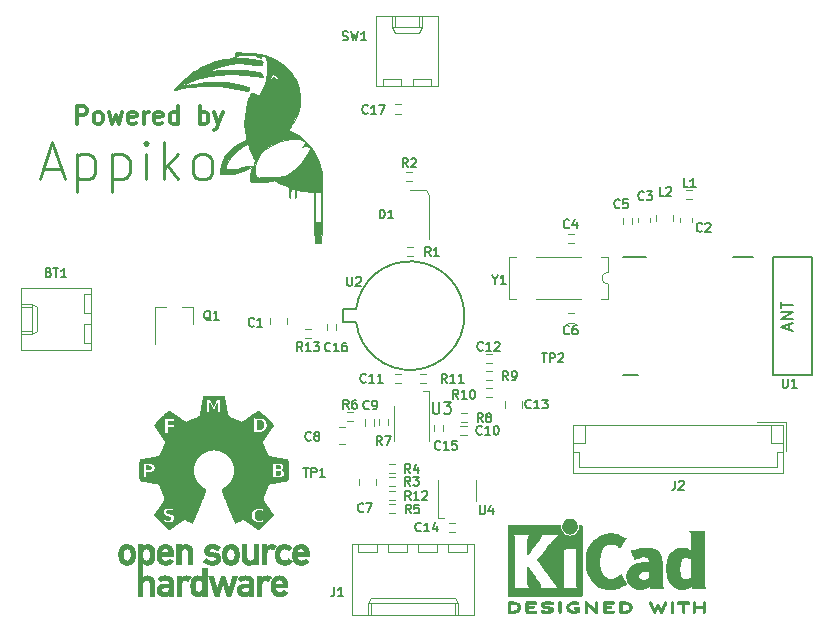
<source format=gbr>
%TF.GenerationSoftware,KiCad,Pcbnew,8.0.6*%
%TF.CreationDate,2024-11-12T13:07:58+05:30*%
%TF.ProjectId,SensePi_yashpal,53656e73-6550-4695-9f79-61736870616c,rev?*%
%TF.SameCoordinates,Original*%
%TF.FileFunction,Legend,Top*%
%TF.FilePolarity,Positive*%
%FSLAX46Y46*%
G04 Gerber Fmt 4.6, Leading zero omitted, Abs format (unit mm)*
G04 Created by KiCad (PCBNEW 8.0.6) date 2024-11-12 13:07:58*
%MOMM*%
%LPD*%
G01*
G04 APERTURE LIST*
%ADD10C,0.010000*%
%ADD11C,0.120000*%
%ADD12C,0.150000*%
%ADD13C,0.000000*%
%ADD14C,0.300000*%
%ADD15C,0.250000*%
%ADD16C,0.100000*%
G04 APERTURE END LIST*
D10*
X119621510Y-122297920D02*
X119628520Y-122331830D01*
D11*
X136160000Y-124370000D02*
X136160000Y-124990000D01*
D10*
X151857430Y-129741130D02*
X151857290Y-129735080D01*
X154554870Y-129398350D02*
X154550360Y-129484770D01*
X117173160Y-120357090D02*
X117172940Y-120316850D01*
X125847970Y-115040830D02*
X125853170Y-115021800D01*
X123646580Y-128691290D02*
X123599050Y-128667930D01*
X126964910Y-117735250D02*
X126969830Y-117796110D01*
D12*
X157643940Y-95233690D02*
X157572510Y-95233690D01*
D10*
X116138980Y-117014660D02*
X116148240Y-117003140D01*
X156169800Y-123811670D02*
X156207040Y-123826490D01*
D13*
G36*
X161230130Y-129195580D02*
G01*
X161334920Y-129196080D01*
X161416250Y-129197130D01*
X161477430Y-129198910D01*
X161521770Y-129201590D01*
X161552550Y-129205350D01*
X161573090Y-129210360D01*
X161586680Y-129216800D01*
X161593260Y-129221750D01*
X161627400Y-129265070D01*
X161631530Y-129310040D01*
X161610430Y-129350900D01*
X161596630Y-129367220D01*
X161581790Y-129378350D01*
X161560270Y-129385290D01*
X161526460Y-129389010D01*
X161474750Y-129390530D01*
X161399500Y-129390830D01*
X161384720Y-129390830D01*
X161190430Y-129390830D01*
X161190430Y-129751540D01*
X161190300Y-129865240D01*
X161189720Y-129952720D01*
X161188390Y-130017840D01*
X161186010Y-130064430D01*
X161182300Y-130096360D01*
X161176950Y-130117450D01*
X161169660Y-130131560D01*
X161160370Y-130142310D01*
X161116530Y-130168730D01*
X161070750Y-130166650D01*
X161029240Y-130136510D01*
X161026200Y-130132770D01*
X161016270Y-130118650D01*
X161008700Y-130102120D01*
X161003180Y-130079180D01*
X160999390Y-130045810D01*
X160997000Y-129997990D01*
X160995690Y-129931710D01*
X160995150Y-129842950D01*
X160995050Y-129742000D01*
X160995050Y-129390830D01*
X160809500Y-129390830D01*
X160729880Y-129390290D01*
X160674760Y-129388190D01*
X160638590Y-129383810D01*
X160615820Y-129376410D01*
X160600900Y-129365280D01*
X160599090Y-129363350D01*
X160577310Y-129319090D01*
X160579240Y-129269070D01*
X160604280Y-129225510D01*
X160613960Y-129217060D01*
X160626440Y-129210360D01*
X160645060Y-129205210D01*
X160673130Y-129201400D01*
X160714000Y-129198730D01*
X160770980Y-129197010D01*
X160847410Y-129196020D01*
X160946610Y-129195570D01*
X161071920Y-129195450D01*
X161098590Y-129195450D01*
X161230130Y-129195580D01*
G37*
D12*
X130081710Y-118139790D02*
X130046000Y-118211210D01*
X141423800Y-112776190D02*
X141471420Y-112871430D01*
D10*
X116681250Y-121390830D02*
X116691830Y-121380250D01*
X126163920Y-114575170D02*
X126174500Y-114564580D01*
X125378100Y-122248270D02*
X125379100Y-122255990D01*
D12*
X132670830Y-107713860D02*
X132635110Y-107642430D01*
D10*
X122310110Y-116609560D02*
X122303420Y-116595270D01*
X123242090Y-113798900D02*
X123243450Y-113812300D01*
D12*
X156458930Y-95582820D02*
X156458930Y-95761390D01*
D10*
X122705840Y-127899720D02*
X122719290Y-127896470D01*
X153002180Y-126708050D02*
X152935280Y-126463580D01*
X157462990Y-125425980D02*
X157280840Y-125480610D01*
X117449970Y-123001710D02*
X117474780Y-123024500D01*
X123147670Y-125973420D02*
X123158250Y-125984000D01*
X155704630Y-129681200D02*
X155704630Y-129269230D01*
D12*
X130777970Y-107713860D02*
X130777970Y-107606710D01*
D10*
X125073340Y-123041620D02*
X125071230Y-123041000D01*
X122600930Y-124756080D02*
X122588970Y-124751040D01*
D12*
X142039640Y-111607210D02*
X142003930Y-111642930D01*
D10*
X120833960Y-125304190D02*
X120800610Y-125281910D01*
X125446750Y-114490500D02*
X125427430Y-114505400D01*
X123790650Y-125585990D02*
X123782000Y-125581830D01*
X154032450Y-126152610D02*
X154064520Y-126351460D01*
X156753840Y-125059390D02*
X156723570Y-124985470D01*
X128866630Y-124705230D02*
X128838220Y-124708730D01*
X121892070Y-83373690D02*
X122213830Y-83303330D01*
X123115920Y-125984000D02*
X123105330Y-125994580D01*
X120953900Y-127057310D02*
X120944360Y-127054140D01*
X119806720Y-117302450D02*
X119787550Y-117317320D01*
X121685810Y-112584550D02*
X121686330Y-112722890D01*
X128989670Y-124830420D02*
X129000250Y-124819830D01*
X127141480Y-128706270D02*
X127137610Y-128714550D01*
X115814240Y-127019690D02*
X115813610Y-127020850D01*
D12*
X169402380Y-104383330D02*
X169402380Y-103811900D01*
D10*
X127020990Y-119036000D02*
X127000140Y-119046130D01*
X119115420Y-124798670D02*
X119104830Y-124788080D01*
X123115920Y-122364500D02*
X123126500Y-122353920D01*
X123558300Y-83158140D02*
X123843640Y-83173410D01*
X125700110Y-113779120D02*
X125688710Y-113761510D01*
X119908390Y-84999710D02*
X119537600Y-85125880D01*
X125575470Y-127074080D02*
X125577720Y-127066310D01*
X148581130Y-130167400D02*
X148536710Y-130169890D01*
X152934990Y-125135230D02*
X153001680Y-124887600D01*
X127090230Y-127396440D02*
X127067640Y-127398560D01*
X123061750Y-117676860D02*
X123048140Y-117666750D01*
X151453250Y-129551640D02*
X151417720Y-129626040D01*
X113334200Y-124926190D02*
X113331840Y-124895610D01*
X121009680Y-127286370D02*
X121000250Y-127233180D01*
X120640180Y-124652950D02*
X120642320Y-124634400D01*
X119518470Y-127276610D02*
X119521990Y-127246910D01*
X119875340Y-121755550D02*
X119859940Y-121781590D01*
D12*
X149592000Y-112432710D02*
X149627710Y-112468430D01*
D10*
X123486330Y-122375080D02*
X123475750Y-122364500D01*
X121941170Y-113135830D02*
X121941170Y-112056330D01*
X123433420Y-122385670D02*
X123422830Y-122396250D01*
X146274390Y-123062480D02*
X146276830Y-122989150D01*
X158339500Y-129583260D02*
X158300540Y-129494680D01*
X120899060Y-126008660D02*
X120884830Y-126014520D01*
D12*
X138003580Y-120161930D02*
X137967870Y-120197650D01*
D10*
X122433950Y-119438800D02*
X122453180Y-119435640D01*
X122316530Y-119539280D02*
X122333360Y-119544790D01*
X121898230Y-128301380D02*
X121889790Y-128309910D01*
X122366790Y-128390090D02*
X122369120Y-128360500D01*
X123401670Y-125677080D02*
X122998810Y-125677080D01*
X119178320Y-124850450D02*
X119168090Y-124851730D01*
X146829570Y-126782050D02*
X146829210Y-126966470D01*
X115776190Y-125713020D02*
X115793350Y-125716910D01*
X146267070Y-129390830D02*
X146461440Y-129390830D01*
X113916130Y-124715850D02*
X113913750Y-124722630D01*
X123521360Y-127858340D02*
X123524640Y-127846670D01*
X161973930Y-130146070D02*
X161961770Y-130133910D01*
X121868650Y-128371770D02*
X121871530Y-128396970D01*
X119731350Y-118730710D02*
X119739150Y-118734840D01*
X117890340Y-124813210D02*
X117889470Y-124833570D01*
X126132210Y-114629070D02*
X126125280Y-114628250D01*
X125669840Y-120061400D02*
X125658220Y-120090810D01*
X151863620Y-129393390D02*
X151744690Y-129407370D01*
X123004780Y-118635890D02*
X123002470Y-118604100D01*
X117268160Y-115637290D02*
X117254440Y-115628410D01*
X151415180Y-129742560D02*
X151446230Y-129811620D01*
X126682500Y-128682750D02*
X126671920Y-128672170D01*
X121125920Y-112129160D02*
X121111830Y-112132790D01*
X117574630Y-125032660D02*
X117584150Y-125019240D01*
X123919910Y-122223460D02*
X123910630Y-122226320D01*
X117551040Y-128232970D02*
X117560670Y-128221050D01*
X121819440Y-127589390D02*
X121817140Y-127557600D01*
X116727050Y-127313000D02*
X116715100Y-127312950D01*
X122156160Y-127660730D02*
X122158040Y-127638530D01*
X117547070Y-128293930D02*
X117543780Y-128266720D01*
D12*
X144135140Y-107257500D02*
X144170860Y-107293210D01*
D10*
X125909920Y-124798670D02*
X125929860Y-124778450D01*
X126703670Y-124703420D02*
X126698530Y-124703420D01*
X121538670Y-112680550D02*
X121556880Y-112686340D01*
X124136380Y-113741890D02*
X124149450Y-113723110D01*
D12*
X155708930Y-95868530D02*
X155601780Y-95904250D01*
D10*
X120950130Y-126038750D02*
X120921890Y-126042230D01*
X121524580Y-112699540D02*
X121520460Y-112674910D01*
X151711840Y-129413290D02*
X151601260Y-129444470D01*
X113710220Y-126013970D02*
X113674410Y-126013550D01*
D12*
X157786800Y-95162260D02*
X157751090Y-95197970D01*
D10*
X125807290Y-113913820D02*
X125807960Y-113901490D01*
X123870750Y-125849010D02*
X123860580Y-125825250D01*
X116882100Y-115038370D02*
X116873380Y-115026450D01*
X121840020Y-125271310D02*
X121843020Y-125290560D01*
X158010950Y-127340570D02*
X158025120Y-127333680D01*
X122425920Y-119478960D02*
X122424470Y-119464670D01*
X120335840Y-120632900D02*
X120324220Y-120662310D01*
X121104490Y-112086950D02*
X121094260Y-112088230D01*
X124001550Y-89301560D02*
X123976000Y-88737320D01*
X115313440Y-124375330D02*
X115320010Y-124451530D01*
X123493300Y-127851280D02*
X123549710Y-127809050D01*
X119369710Y-127192520D02*
X119375310Y-127173050D01*
X115597630Y-119026840D02*
X115589180Y-119015190D01*
X122109970Y-125433670D02*
X122100710Y-125413720D01*
X122211340Y-116525840D02*
X122200020Y-116530080D01*
X127029730Y-125620900D02*
X127027230Y-125606410D01*
D12*
X133054590Y-102391100D02*
X133090300Y-102319670D01*
X160060030Y-94143480D02*
X160095740Y-94179190D01*
D10*
X116951130Y-119770620D02*
X116943440Y-119773060D01*
X157956400Y-124656600D02*
X158181990Y-124665470D01*
X122176940Y-120146440D02*
X122168440Y-120102680D01*
X146829720Y-125354980D02*
X146829670Y-125627990D01*
X121270580Y-112492620D02*
X121273820Y-112467950D01*
X121122500Y-112687490D02*
X121137160Y-112680550D01*
X127262110Y-117632580D02*
X127268960Y-117606360D01*
D11*
X133208580Y-113950000D02*
X132691420Y-113950000D01*
D10*
X113858330Y-125709810D02*
X113918640Y-125718570D01*
X151596260Y-122215790D02*
X151724440Y-122248060D01*
X115087450Y-118681500D02*
X115085720Y-118606100D01*
X125460130Y-115725480D02*
X125474170Y-115734760D01*
X123460590Y-125559990D02*
X123461260Y-125564790D01*
X124238920Y-128383940D02*
X124265140Y-128390800D01*
X127560920Y-117181040D02*
X127562960Y-117196520D01*
X116168450Y-119133920D02*
X116169130Y-119132670D01*
D12*
X159988600Y-94107770D02*
X160060030Y-94143480D01*
D10*
X123258810Y-127246700D02*
X123244740Y-127250190D01*
X115675830Y-117972420D02*
X115675830Y-117739580D01*
X117677460Y-121256580D02*
X117600010Y-121253830D01*
X124708730Y-127695780D02*
X124711390Y-127811210D01*
X120417170Y-126343830D02*
X120777000Y-126343830D01*
X116818830Y-114966750D02*
X116805080Y-114966750D01*
X115360830Y-127170520D02*
X115372570Y-127156540D01*
D12*
X124756490Y-105225500D02*
X124792200Y-105261210D01*
D10*
X125843300Y-125042830D02*
X125839410Y-125136700D01*
X115581120Y-127356840D02*
X115572870Y-127370820D01*
X121595530Y-112533820D02*
X121604320Y-112533710D01*
X122318720Y-112281680D02*
X122318090Y-112286160D01*
X116284390Y-127377720D02*
X116282110Y-127409390D01*
X115448750Y-124747980D02*
X115451030Y-124773190D01*
X128266600Y-124559260D02*
X128262090Y-124549000D01*
D11*
X116420000Y-104240000D02*
X117350000Y-104240000D01*
D10*
X116697830Y-116896070D02*
X116701400Y-116884380D01*
X117632240Y-125602320D02*
X117652190Y-125594170D01*
X122462750Y-127705840D02*
X122475640Y-127705800D01*
D12*
X108660710Y-101739290D02*
X108660710Y-100989290D01*
X130319790Y-115306070D02*
X130284070Y-115234640D01*
D10*
X159258540Y-130170320D02*
X159211860Y-130168080D01*
X126852620Y-125922110D02*
X126847830Y-125917730D01*
D12*
X146877430Y-110162570D02*
X146948860Y-110126860D01*
D10*
X118052620Y-122753280D02*
X118039600Y-122772180D01*
X125442380Y-113980790D02*
X125454630Y-113976130D01*
X153083480Y-129350740D02*
X153166200Y-129424430D01*
X125036380Y-122251830D02*
X125037670Y-122248080D01*
X122211030Y-127818200D02*
X122196960Y-127814710D01*
X121637780Y-128213560D02*
X121612660Y-128211020D01*
D12*
X132670830Y-107892430D02*
X132670830Y-107713860D01*
D10*
X120420160Y-127955140D02*
X120426410Y-127909770D01*
X123069380Y-83115920D02*
X123171820Y-82996700D01*
X125691010Y-127353420D02*
X125667090Y-127365410D01*
X116707480Y-114822270D02*
X116705220Y-114803540D01*
X155978240Y-129195720D02*
X156149960Y-129201530D01*
X122863740Y-128435520D02*
X122867230Y-128463780D01*
X125594800Y-127373610D02*
X125595860Y-127386570D01*
X117099720Y-127356150D02*
X117097820Y-127355880D01*
X116494350Y-119186460D02*
X116450520Y-119177850D01*
X150738600Y-129235590D02*
X150745470Y-129248600D01*
X127120540Y-119026840D02*
X127112030Y-119038430D01*
X128911100Y-124723710D02*
X128892040Y-124728420D01*
X125840910Y-121059090D02*
X125843620Y-121077800D01*
X150067490Y-130013460D02*
X150013040Y-130066830D01*
D12*
X131670830Y-107392430D02*
X131599400Y-107463860D01*
D10*
X148805630Y-125602230D02*
X148848590Y-125547200D01*
X120592220Y-119957020D02*
X120589840Y-120019070D01*
D12*
X107553570Y-101132140D02*
X107553570Y-101203570D01*
D10*
X150754470Y-129297320D02*
X150757040Y-129340010D01*
X116997830Y-116319990D02*
X117009090Y-116321270D01*
X115358580Y-127518730D02*
X115346550Y-127522140D01*
X116548800Y-125401300D02*
X116544860Y-125321500D01*
X116570100Y-128357980D02*
X116572230Y-128322500D01*
D14*
X114137500Y-87967360D02*
X114208930Y-87824500D01*
D10*
X119821910Y-127474650D02*
X119813050Y-127480730D01*
X122666650Y-128067960D02*
X122677550Y-128058330D01*
X121468210Y-127678830D02*
X121475980Y-127687620D01*
X117151280Y-122442110D02*
X117156830Y-122459450D01*
X116472390Y-114464870D02*
X116463640Y-114436420D01*
X120973000Y-124973140D02*
X120973050Y-124983110D01*
X119617800Y-118131160D02*
X119618010Y-118131170D01*
D12*
X134190270Y-87918490D02*
X134083130Y-87882770D01*
D10*
X147791770Y-129240400D02*
X147801420Y-129230360D01*
X122724010Y-121422790D02*
X122705130Y-121427540D01*
X122473970Y-125474040D02*
X122476470Y-125537500D01*
X125441570Y-84836200D02*
X125396630Y-84827380D01*
X114677300Y-124901460D02*
X114674650Y-124956590D01*
X161791610Y-127134040D02*
X161791610Y-125602720D01*
X117459170Y-124744320D02*
X117457360Y-124744020D01*
X154586950Y-128126840D02*
X154401870Y-128088450D01*
X118046500Y-113887250D02*
X118046500Y-113707330D01*
X121018950Y-125363810D02*
X121019090Y-125351140D01*
X123956460Y-122266450D02*
X123928730Y-122255960D01*
X126703670Y-124703420D02*
X126714250Y-124714000D01*
X113472930Y-125862560D02*
X113445250Y-125825250D01*
X151369600Y-128758590D02*
X151169790Y-128759000D01*
D12*
X140090470Y-113300000D02*
X140280950Y-113300000D01*
D10*
X117938980Y-121473780D02*
X117940670Y-121421620D01*
X146349790Y-128730590D02*
X146339440Y-128727080D01*
D12*
X133840300Y-101926810D02*
X133804590Y-102033950D01*
D10*
X118571800Y-125103450D02*
X118570230Y-125223850D01*
X124510450Y-82896160D02*
X124267090Y-82893490D01*
X116679810Y-125759620D02*
X116666830Y-125764120D01*
X124237450Y-85972580D02*
X124097480Y-85959560D01*
X125415910Y-113946230D02*
X125421060Y-113958060D01*
D12*
X160095740Y-94179190D02*
X160131460Y-94250620D01*
D15*
X113652360Y-93459120D02*
X113042830Y-93459120D01*
D10*
X123350480Y-113842620D02*
X123350230Y-113853110D01*
X121382620Y-126072500D02*
X121368520Y-126080700D01*
X125985250Y-124758980D02*
X125945100Y-124763960D01*
X117521210Y-128325610D02*
X117524330Y-128299570D01*
X127722270Y-124460830D02*
X127725790Y-124473390D01*
X121579910Y-124794900D02*
X121572570Y-124774550D01*
X119507000Y-122502080D02*
X119437480Y-122502080D01*
X152164490Y-128751130D02*
X152073960Y-128753130D01*
X127138830Y-127444500D02*
X127120930Y-127429470D01*
X121250960Y-126089730D02*
X121233330Y-126089830D01*
X119942930Y-119114840D02*
X119951490Y-119115420D01*
X129881200Y-97147830D02*
X129872420Y-96707310D01*
X113605360Y-124467440D02*
X113635890Y-124449420D01*
X127317980Y-118220450D02*
X127308610Y-118210740D01*
X126640980Y-128272500D02*
X126650220Y-128305950D01*
X125511590Y-115853380D02*
X125508350Y-115878050D01*
X125515580Y-120577020D02*
X125521600Y-120621800D01*
X150899300Y-127982080D02*
X150887980Y-127998680D01*
X153696600Y-130151110D02*
X153654240Y-130121810D01*
X117273920Y-115675830D02*
X117268160Y-115637290D01*
X156472930Y-129499230D02*
X156431740Y-129471630D01*
X119115420Y-124765190D02*
X119067940Y-124756520D01*
X124658550Y-122301000D02*
X124659750Y-122314060D01*
X116414680Y-121778700D02*
X116416540Y-121736960D01*
X155204770Y-129374980D02*
X155162830Y-129383380D01*
X123105330Y-124449420D02*
X122429700Y-124449420D01*
X124692830Y-125613580D02*
X124703420Y-125603000D01*
X126269750Y-121708330D02*
X126259170Y-121718920D01*
X119426050Y-127553470D02*
X119428060Y-127488530D01*
X159264570Y-129781540D02*
X159292520Y-129724230D01*
X113379250Y-124777500D02*
X113389830Y-124766920D01*
X116353170Y-121877670D02*
X116360910Y-121895090D01*
D12*
X138051000Y-121251290D02*
X138015290Y-121322710D01*
D10*
X147922070Y-125000950D02*
X147921730Y-124873840D01*
X122361100Y-112514220D02*
X122360590Y-112517880D01*
X116884370Y-121049790D02*
X116898210Y-121046880D01*
D12*
X129390360Y-107998790D02*
X129390360Y-107248790D01*
D10*
X126240470Y-85185390D02*
X126326900Y-85244540D01*
X116491980Y-122036420D02*
X116363750Y-121909420D01*
X126864920Y-124523500D02*
X126845600Y-124538400D01*
X123926070Y-122241220D02*
X123919910Y-122223460D01*
X118184080Y-122660830D02*
X118194670Y-122650250D01*
X118465340Y-122456970D02*
X118452750Y-122462430D01*
X116943390Y-127400360D02*
X116920920Y-127419300D01*
X117152250Y-124701460D02*
X117145070Y-124711870D01*
X123370880Y-128026580D02*
X123380920Y-128001290D01*
X116933100Y-128103120D02*
X116908790Y-128133720D01*
X153833450Y-129252870D02*
X153837860Y-129672190D01*
X121599940Y-128097200D02*
X121598790Y-128103570D01*
X126597010Y-128238760D02*
X126619760Y-128244030D01*
X125596280Y-115432020D02*
X125573540Y-115454130D01*
D11*
X135100000Y-85600000D02*
X140380000Y-85600000D01*
D10*
X159437030Y-129417800D02*
X159477850Y-129334830D01*
X150966210Y-126122890D02*
X150966920Y-126361010D01*
X125874280Y-116725990D02*
X125896820Y-116731560D01*
X121523660Y-126042880D02*
X121521110Y-126042230D01*
X124598180Y-122227910D02*
X124607350Y-122227420D01*
X116849900Y-116685920D02*
X116860100Y-116641280D01*
X117475000Y-128670730D02*
X117421890Y-128700890D01*
X121181160Y-125034750D02*
X121240740Y-125034120D01*
X123838840Y-128031910D02*
X123816670Y-128038790D01*
X118986300Y-85460960D02*
X119120750Y-85469270D01*
X123612360Y-82919720D02*
X123512730Y-82949480D01*
X119771960Y-127738880D02*
X119768160Y-127740830D01*
X125619530Y-120767580D02*
X125631950Y-120770880D01*
X153831890Y-130087710D02*
X153826280Y-130106560D01*
X126056230Y-124733040D02*
X126029610Y-124729890D01*
X119816220Y-121889980D02*
X119805720Y-121889730D01*
X129074330Y-125063250D02*
X128045480Y-125063250D01*
X117490700Y-127032140D02*
X117488790Y-127037140D01*
X116849450Y-113707330D02*
X116897640Y-113659010D01*
X116726570Y-124592750D02*
X116768140Y-124543290D01*
X124030020Y-125977640D02*
X124029430Y-125966610D01*
X119553360Y-127232830D02*
X119568890Y-127222250D01*
X129233080Y-125920500D02*
X129227690Y-125940290D01*
X119842490Y-127472940D02*
X119821910Y-127474650D01*
X122920140Y-128305030D02*
X122906080Y-128308520D01*
X123915740Y-128009770D02*
X123860420Y-128014520D01*
X149556600Y-130170210D02*
X149534990Y-130170150D01*
X113533070Y-124560450D02*
X113538000Y-124555250D01*
X120556060Y-116531820D02*
X120521940Y-116531910D01*
X125454830Y-113973170D02*
X125439800Y-113955260D01*
X161694270Y-123290300D02*
X161685920Y-123277550D01*
X118700400Y-127131660D02*
X118749520Y-127092990D01*
X149894900Y-124241230D02*
X149971270Y-124147270D01*
X129959100Y-94500700D02*
X129387020Y-94500700D01*
X152773890Y-129761830D02*
X152773860Y-129683910D01*
X123094900Y-113749420D02*
X123098490Y-113761110D01*
D12*
X138699090Y-119330360D02*
X138663380Y-119366070D01*
D10*
X117676080Y-122216330D02*
X117686300Y-122206120D01*
X125366460Y-121491870D02*
X125376920Y-121502860D01*
X124647690Y-127292220D02*
X124662130Y-127323000D01*
X117654920Y-127127000D02*
X117665500Y-127116420D01*
X117807950Y-124661540D02*
X117792500Y-124641150D01*
X155013480Y-129739360D02*
X154996270Y-129750290D01*
X123761500Y-128712850D02*
X123746240Y-128702450D01*
X113918640Y-125718570D02*
X113986860Y-125728880D01*
X150597190Y-130137580D02*
X150587570Y-130126430D01*
X116833580Y-127772580D02*
X116861170Y-127772580D01*
X121599220Y-124809250D02*
X121579910Y-124794900D01*
X129328330Y-124766920D02*
X128929860Y-124766920D01*
X122576170Y-125658510D02*
X122565870Y-125664840D01*
X117583410Y-125644560D02*
X117617570Y-125635400D01*
X121094500Y-125743410D02*
X121113810Y-125752750D01*
D13*
G36*
X127436860Y-124356860D02*
G01*
X127471840Y-124365510D01*
X127474230Y-124378600D01*
X127471750Y-124393160D01*
X127482590Y-124388540D01*
X127515070Y-124382150D01*
X127557330Y-124387390D01*
X127592540Y-124400180D01*
X127603850Y-124416390D01*
X127603070Y-124417950D01*
X127611440Y-124426640D01*
X127638280Y-124422940D01*
X127669970Y-124420660D01*
X127670290Y-124433110D01*
X127674880Y-124450180D01*
X127693440Y-124452320D01*
X127722270Y-124460830D01*
X127725790Y-124473390D01*
X127738810Y-124492290D01*
X127757540Y-124494550D01*
X127785680Y-124504040D01*
X127788710Y-124517450D01*
X127798720Y-124534630D01*
X127810690Y-124532780D01*
X127840800Y-124540320D01*
X127883790Y-124571660D01*
X127899510Y-124586930D01*
X127961330Y-124651440D01*
X127896940Y-124715830D01*
X127849380Y-124757140D01*
X127808640Y-124782280D01*
X127799420Y-124785070D01*
X127755660Y-124802280D01*
X127732390Y-124818060D01*
X127699000Y-124835500D01*
X127665690Y-124818940D01*
X127663880Y-124817450D01*
X127619660Y-124793360D01*
X127595090Y-124788400D01*
X127567860Y-124776310D01*
X127565380Y-124764120D01*
X127553550Y-124742460D01*
X127544210Y-124740990D01*
X127483450Y-124738650D01*
X127453060Y-124727970D01*
X127452400Y-124718340D01*
X127438680Y-124711930D01*
X127392770Y-124711070D01*
X127324440Y-124715910D01*
X127321360Y-124716230D01*
X127246800Y-124722060D01*
X127188880Y-124723060D01*
X127160770Y-124719200D01*
X127152480Y-124722110D01*
X127158950Y-124735490D01*
X127163710Y-124754370D01*
X127139960Y-124749590D01*
X127115290Y-124746350D01*
X127116570Y-124756580D01*
X127114510Y-124777640D01*
X127107080Y-124780150D01*
X127064690Y-124784950D01*
X127060230Y-124785440D01*
X127035490Y-124805400D01*
X127030610Y-124819830D01*
X127017250Y-124862970D01*
X126994560Y-124909090D01*
X126970480Y-124944600D01*
X126952970Y-124955880D01*
X126951730Y-124955000D01*
X126946440Y-124961740D01*
X126950990Y-124987070D01*
X126953100Y-125021940D01*
X126944260Y-125031500D01*
X126936180Y-125051090D01*
X126929920Y-125103560D01*
X126926380Y-125179460D01*
X126925920Y-125222000D01*
X126927800Y-125305890D01*
X126932860Y-125370930D01*
X126940160Y-125407680D01*
X126944260Y-125412500D01*
X126954220Y-125429470D01*
X126950990Y-125456930D01*
X126946540Y-125486710D01*
X126951730Y-125489000D01*
X126968180Y-125495050D01*
X126989090Y-125525700D01*
X127006410Y-125565120D01*
X127012080Y-125597480D01*
X127010130Y-125603740D01*
X127015030Y-125628480D01*
X127026110Y-125638260D01*
X127058720Y-125654920D01*
X127100610Y-125663070D01*
X127107080Y-125663850D01*
X127119760Y-125679430D01*
X127116570Y-125687420D01*
X127120150Y-125699110D01*
X127139960Y-125694410D01*
X127164590Y-125690290D01*
X127158950Y-125708510D01*
X127153040Y-125726910D01*
X127160770Y-125724800D01*
X127190260Y-125720890D01*
X127248880Y-125722050D01*
X127321360Y-125727780D01*
X127390380Y-125732850D01*
X127437390Y-125732210D01*
X127452590Y-125726020D01*
X127452400Y-125725660D01*
X127461150Y-125710850D01*
X127504620Y-125703310D01*
X127544210Y-125703010D01*
X127565160Y-125688870D01*
X127565380Y-125679890D01*
X127578390Y-125659090D01*
X127595090Y-125655600D01*
X127639020Y-125642420D01*
X127664280Y-125626220D01*
X127696150Y-125608600D01*
X127726820Y-125622500D01*
X127737660Y-125631880D01*
X127770520Y-125654510D01*
X127786650Y-125655960D01*
X127806900Y-125662710D01*
X127847480Y-125691470D01*
X127880180Y-125718970D01*
X127963080Y-125792600D01*
X127883080Y-125868000D01*
X127833510Y-125908160D01*
X127793790Y-125928770D01*
X127779270Y-125928670D01*
X127765660Y-125926600D01*
X127772790Y-125941990D01*
X127777520Y-125961000D01*
X127755140Y-125956610D01*
X127727740Y-125955750D01*
X127725210Y-125968890D01*
X127712690Y-125989080D01*
X127693440Y-125991680D01*
X127668040Y-125997590D01*
X127668230Y-126007560D01*
X127660640Y-126023880D01*
X127617030Y-126031870D01*
X127577020Y-126032060D01*
X127561060Y-126043800D01*
X127564290Y-126052960D01*
X127558630Y-126066500D01*
X127522370Y-126064210D01*
X127485930Y-126062150D01*
X127478140Y-126071730D01*
X127464520Y-126080550D01*
X127418190Y-126087000D01*
X127348800Y-126089800D01*
X127339920Y-126089830D01*
X127258000Y-126086830D01*
X127206140Y-126078470D01*
X127190500Y-126067420D01*
X127177470Y-126054920D01*
X127168860Y-126058380D01*
X127128940Y-126061910D01*
X127066170Y-126045150D01*
X126991740Y-126013000D01*
X126916830Y-125970350D01*
X126852620Y-125922110D01*
X126847830Y-125917730D01*
X126813370Y-125884230D01*
X126834080Y-125884230D01*
X126839230Y-125896060D01*
X126860540Y-125918790D01*
X126872790Y-125914130D01*
X126873000Y-125911170D01*
X126857970Y-125893260D01*
X126848560Y-125886730D01*
X126834080Y-125884230D01*
X126813370Y-125884230D01*
X126804820Y-125875920D01*
X126783160Y-125851080D01*
X126786310Y-125848190D01*
X126805670Y-125852210D01*
X126800720Y-125838760D01*
X126776740Y-125822480D01*
X126768100Y-125824670D01*
X126742290Y-125821310D01*
X126719520Y-125794020D01*
X126717000Y-125782920D01*
X127910170Y-125782920D01*
X127920750Y-125793500D01*
X127931330Y-125782920D01*
X127920750Y-125772330D01*
X127910170Y-125782920D01*
X126717000Y-125782920D01*
X126711840Y-125760250D01*
X126715700Y-125748820D01*
X126719320Y-125733580D01*
X126703340Y-125740790D01*
X126684470Y-125745540D01*
X126689240Y-125721790D01*
X126692850Y-125697090D01*
X126684710Y-125696880D01*
X126665110Y-125689090D01*
X126645450Y-125655920D01*
X126661330Y-125655920D01*
X126671920Y-125666500D01*
X126682500Y-125655920D01*
X126671920Y-125645330D01*
X126661330Y-125655920D01*
X126645450Y-125655920D01*
X126644570Y-125654440D01*
X126630860Y-125613580D01*
X126640170Y-125613580D01*
X126650750Y-125624170D01*
X126661330Y-125613580D01*
X126650750Y-125603000D01*
X126640170Y-125613580D01*
X126630860Y-125613580D01*
X126628930Y-125607830D01*
X126624030Y-125564190D01*
X126626930Y-125549360D01*
X126628760Y-125527150D01*
X126615690Y-125530960D01*
X126600040Y-125528430D01*
X126602290Y-125490370D01*
X126604730Y-125453640D01*
X126596050Y-125445360D01*
X126589320Y-125429950D01*
X126583870Y-125380250D01*
X126580310Y-125304270D01*
X126579210Y-125222000D01*
X126580620Y-125129530D01*
X126584440Y-125056270D01*
X126590070Y-125010250D01*
X126596050Y-124998650D01*
X126604910Y-124989050D01*
X126602290Y-124953630D01*
X126600200Y-124915080D01*
X126615690Y-124913040D01*
X126631170Y-124913300D01*
X126627670Y-124896560D01*
X126628460Y-124852470D01*
X126651270Y-124789500D01*
X126652020Y-124788080D01*
X126661330Y-124788080D01*
X126671920Y-124798670D01*
X126682500Y-124788080D01*
X126671920Y-124777500D01*
X126661330Y-124788080D01*
X126652020Y-124788080D01*
X126674490Y-124745750D01*
X126682500Y-124745750D01*
X126693080Y-124756330D01*
X126703670Y-124745750D01*
X126693080Y-124735170D01*
X126682500Y-124745750D01*
X126674490Y-124745750D01*
X126690150Y-124716250D01*
X126698530Y-124703420D01*
X126703670Y-124703420D01*
X126714250Y-124714000D01*
X126724830Y-124703420D01*
X126714250Y-124692830D01*
X126703670Y-124703420D01*
X126698530Y-124703420D01*
X126726200Y-124661080D01*
X127910170Y-124661080D01*
X127920750Y-124671670D01*
X127931330Y-124661080D01*
X127920750Y-124650500D01*
X127910170Y-124661080D01*
X126726200Y-124661080D01*
X126739130Y-124641290D01*
X126749540Y-124627960D01*
X126772360Y-124627960D01*
X126775250Y-124629330D01*
X126794570Y-124614430D01*
X126798920Y-124608170D01*
X126804310Y-124588380D01*
X126801420Y-124587000D01*
X126782100Y-124601900D01*
X126777750Y-124608170D01*
X126772360Y-124627960D01*
X126749540Y-124627960D01*
X126792280Y-124573210D01*
X126800810Y-124564460D01*
X126835860Y-124564460D01*
X126838750Y-124565830D01*
X126858070Y-124550930D01*
X126862420Y-124544670D01*
X126867810Y-124524880D01*
X126864920Y-124523500D01*
X126845600Y-124538400D01*
X126841250Y-124544670D01*
X126835860Y-124564460D01*
X126800810Y-124564460D01*
X126843630Y-124520570D01*
X126887230Y-124491960D01*
X126909380Y-124490600D01*
X126928430Y-124490320D01*
X126926160Y-124481570D01*
X126934910Y-124462250D01*
X126970860Y-124439100D01*
X127020050Y-124418130D01*
X127068500Y-124405400D01*
X127100520Y-124406180D01*
X127119680Y-124406470D01*
X127117860Y-124398840D01*
X127126930Y-124382130D01*
X127171740Y-124368340D01*
X127245730Y-124358670D01*
X127342350Y-124354300D01*
X127363730Y-124354170D01*
X127436860Y-124356860D01*
G37*
D10*
X121002420Y-112364400D02*
X121010220Y-112369810D01*
X124364750Y-127730250D02*
X124364750Y-127619130D01*
X122443890Y-127610550D02*
X122441590Y-127642340D01*
X118239600Y-113496500D02*
X118243120Y-113509050D01*
X126655050Y-84955920D02*
X126657100Y-84973330D01*
X121517530Y-125080480D02*
X121553370Y-125078290D01*
X121375000Y-127267930D02*
X121382310Y-127313770D01*
D12*
X130247500Y-107963070D02*
X130176070Y-107998790D01*
D10*
X119602250Y-127190500D02*
X119626690Y-127159840D01*
D12*
X161954250Y-93381330D02*
X161882820Y-93488470D01*
D10*
X125678330Y-113792000D02*
X125660430Y-113776970D01*
X122449170Y-125994580D02*
X122459750Y-126005170D01*
X126811300Y-117056830D02*
X126851480Y-117056230D01*
X128517140Y-125706530D02*
X128551460Y-125708000D01*
D14*
X117780360Y-88681640D02*
X117708930Y-88610210D01*
D10*
X161643540Y-127227330D02*
X161697680Y-127195770D01*
X117612580Y-122025830D02*
X117602000Y-122036420D01*
X124716700Y-121417290D02*
X124685810Y-121450200D01*
X154929170Y-129195700D02*
X155030830Y-129196920D01*
X125658220Y-120090810D02*
X125647720Y-120090560D01*
X116035670Y-117024430D02*
X116053690Y-117013120D01*
X120647940Y-125595870D02*
X120688100Y-125561110D01*
X125803320Y-113958210D02*
X125803130Y-113923600D01*
X122751680Y-113593980D02*
X122775010Y-113612520D01*
X124503300Y-122654820D02*
X124497510Y-122650250D01*
X118634550Y-127661870D02*
X118619690Y-127677330D01*
X120295690Y-127115430D02*
X120328620Y-127121950D01*
X120184330Y-127074080D02*
X120194920Y-127084670D01*
X122256370Y-116584430D02*
X122253120Y-116570890D01*
X115962560Y-125417340D02*
X115964030Y-125418060D01*
X122772780Y-121526900D02*
X122765800Y-121528950D01*
X121328950Y-84099420D02*
X121159600Y-84177470D01*
X120372850Y-128255700D02*
X120370560Y-128210890D01*
X123472880Y-124951250D02*
X123477590Y-125002640D01*
X120392780Y-127184900D02*
X120392140Y-127189000D01*
D11*
X136728580Y-119815000D02*
X136211420Y-119815000D01*
D10*
X119062500Y-127000000D02*
X119105120Y-127005570D01*
X156725220Y-129849970D02*
X156686340Y-129924900D01*
X128336430Y-124475840D02*
X128333500Y-124472380D01*
X124390380Y-122562780D02*
X124377360Y-122543880D01*
X115299400Y-128217100D02*
X115305420Y-128735700D01*
X120861670Y-124449420D02*
X120851080Y-124438830D01*
X123769640Y-127049700D02*
X123768870Y-127037140D01*
X121047650Y-125369420D02*
X121018950Y-125363810D01*
X119172860Y-85675300D02*
X118735120Y-85755090D01*
X124069580Y-113796640D02*
X124072880Y-113784220D01*
X123086000Y-117932290D02*
X123087420Y-117898320D01*
X114063750Y-126087850D02*
X114004920Y-126089830D01*
X117551290Y-127059920D02*
X117550720Y-127075710D01*
X127066170Y-126045150D02*
X126991740Y-126013000D01*
X152963980Y-129249790D02*
X153016780Y-129293000D01*
X125843620Y-121077800D02*
X125852360Y-121106250D01*
X149091830Y-130104930D02*
X149066590Y-130064170D01*
X153826280Y-130106560D02*
X153818780Y-130120640D01*
X119988080Y-121463210D02*
X119981170Y-121501550D01*
X122765800Y-121528950D02*
X122747460Y-121522470D01*
X123234500Y-125927820D02*
X123269730Y-125893950D01*
X154740030Y-128137290D02*
X154663570Y-128133510D01*
X118103080Y-122729410D02*
X118084370Y-122732120D01*
X125504950Y-115544370D02*
X125495460Y-115572510D01*
X149980040Y-129229370D02*
X150042590Y-129246850D01*
X117130610Y-120211020D02*
X117120460Y-120193960D01*
X128380280Y-125454830D02*
X128393130Y-125471630D01*
D12*
X131742260Y-108035290D02*
X131742260Y-107285290D01*
D10*
X116739140Y-128595010D02*
X116712740Y-128589360D01*
X120893380Y-126026400D02*
X120899060Y-126008660D01*
D12*
X144504140Y-113611430D02*
X144468430Y-113647140D01*
D10*
X119771540Y-128693400D02*
X119774850Y-128682750D01*
X116981370Y-116420940D02*
X116982440Y-116411150D01*
D12*
X152181570Y-106255900D02*
X152145850Y-106184470D01*
D10*
X120104000Y-127026880D02*
X120153520Y-127036640D01*
X127876480Y-94544880D02*
X127876300Y-94602300D01*
X116945660Y-124801840D02*
X116949320Y-124807580D01*
X119938020Y-119088730D02*
X119942930Y-119114840D01*
X116495070Y-116927510D02*
X116535890Y-116928060D01*
X117054120Y-120082970D02*
X117046130Y-120039360D01*
X118192190Y-113486600D02*
X118210770Y-113487990D01*
X122930100Y-126062050D02*
X122914830Y-126071600D01*
D12*
X107446430Y-101739290D02*
X107160710Y-101739290D01*
D10*
X125420860Y-127629560D02*
X125415660Y-127646460D01*
D12*
X134780710Y-112335420D02*
X134780710Y-112513990D01*
D11*
X144908580Y-109040000D02*
X144391420Y-109040000D01*
D10*
X148186760Y-129571190D02*
X148283950Y-129572030D01*
X157370700Y-126847700D02*
X157337790Y-126931640D01*
X116238190Y-125800210D02*
X116231790Y-125831180D01*
X154781500Y-124324190D02*
X154636090Y-124371960D01*
X125423080Y-114511670D02*
X125417690Y-114531460D01*
X125819960Y-121046880D02*
X125840910Y-121059090D01*
X119689920Y-118604180D02*
X119702810Y-118604140D01*
X160840690Y-125994150D02*
X160827150Y-126077030D01*
D12*
X151895850Y-105863040D02*
X151860140Y-105898750D01*
D10*
X127184080Y-128335540D02*
X127218750Y-128329130D01*
X118623290Y-124504670D02*
X118602910Y-124518510D01*
X148945330Y-127674090D02*
X148979140Y-127740040D01*
X123906830Y-113887250D02*
X123930830Y-113887250D01*
X120453140Y-112014010D02*
X120453430Y-112014000D01*
X125809330Y-116578710D02*
X125829260Y-116586150D01*
D12*
X131027970Y-108035290D02*
X130920830Y-107999570D01*
D10*
X119201850Y-122361650D02*
X119196280Y-122353920D01*
D12*
X146734570Y-109698290D02*
X146663140Y-109734000D01*
X131468860Y-128700570D02*
X131361710Y-128736290D01*
D10*
X127347070Y-128620880D02*
X127351620Y-128633670D01*
X115432420Y-124460000D02*
X115421830Y-124470580D01*
X116451220Y-114433120D02*
X116432450Y-114420050D01*
X126703670Y-124745750D02*
X126693080Y-124735170D01*
X125054690Y-123009550D02*
X125035960Y-123007280D01*
X120622090Y-119922120D02*
X120625380Y-119946900D01*
X122513010Y-124836720D02*
X122512670Y-124833010D01*
X115312310Y-127232830D02*
X115336560Y-127218370D01*
X117543780Y-128266720D02*
X117541490Y-128236100D01*
X149065250Y-123514260D02*
X149072290Y-123578140D01*
X125526120Y-115512620D02*
X125507210Y-115525640D01*
X151857290Y-129735080D02*
X151864070Y-129695490D01*
X117827370Y-121512790D02*
X117831170Y-121526570D01*
X121599220Y-124809250D02*
X121623670Y-124809250D01*
X123380500Y-125719420D02*
X122951610Y-125719420D01*
X161768040Y-123488150D02*
X161752650Y-123414720D01*
D14*
X110351790Y-88038790D02*
X109780360Y-88038790D01*
D10*
X122526390Y-116790040D02*
X122487140Y-116754570D01*
X159334370Y-127867320D02*
X159340700Y-127903980D01*
X118900690Y-122235370D02*
X118902990Y-122217560D01*
X124226740Y-125661530D02*
X124267360Y-125678600D01*
X129230590Y-125941670D02*
X129249900Y-125926770D01*
X126643310Y-119122220D02*
X126599860Y-119121780D01*
X116463640Y-114436420D02*
X116451220Y-114433120D01*
X116665280Y-114758710D02*
X116662990Y-114739440D01*
D12*
X169402380Y-105288100D02*
X170402380Y-104716670D01*
X139328930Y-122632430D02*
X139257500Y-122703860D01*
D10*
X119713390Y-117499450D02*
X119715700Y-117531240D01*
X154194300Y-126745620D02*
X154285160Y-126897510D01*
X148178980Y-129766570D02*
X147964390Y-129766570D01*
X126416410Y-85205260D02*
X126304920Y-85132210D01*
X116915010Y-125037280D02*
X116938580Y-125044930D01*
X122960010Y-84179510D02*
X123284410Y-84180700D01*
X160714000Y-129198730D02*
X160770980Y-129197010D01*
X124890360Y-113213350D02*
X124908300Y-113209650D01*
D11*
X141798580Y-123320000D02*
X141281420Y-123320000D01*
D10*
X123476280Y-122402220D02*
X123434720Y-122416160D01*
D12*
X129569790Y-115556070D02*
X129462640Y-115591790D01*
D10*
X120638080Y-116469560D02*
X120637650Y-116477310D01*
X124560360Y-125713020D02*
X124577520Y-125716910D01*
X114661630Y-125560670D02*
X114661350Y-125560670D01*
X115351710Y-125497480D02*
X115366040Y-125535370D01*
X127117860Y-124398840D02*
X127126930Y-124382130D01*
X159431970Y-128070250D02*
X159417490Y-128073180D01*
X122820120Y-119043360D02*
X122822390Y-119024630D01*
X123099760Y-124897360D02*
X123086310Y-124895750D01*
X116796540Y-127116420D02*
X116804640Y-127101140D01*
X120379180Y-112415050D02*
X120378510Y-112371290D01*
X122620930Y-126060800D02*
X122616260Y-126061710D01*
X121748900Y-111803000D02*
X121889850Y-111804050D01*
X123687310Y-128137640D02*
X123682130Y-128135690D01*
X122842790Y-117133030D02*
X122845250Y-117118580D01*
X114344400Y-125052930D02*
X114337360Y-125030450D01*
X123213410Y-125941210D02*
X123214370Y-125941670D01*
D12*
X133219370Y-112167320D02*
X133183660Y-112203030D01*
D10*
X119450120Y-128344480D02*
X119455620Y-128310010D01*
X114579540Y-124657870D02*
X114582850Y-124677240D01*
D11*
X146345800Y-103628600D02*
X146345800Y-100028600D01*
D10*
X125613140Y-115398420D02*
X125596280Y-115432020D01*
X121440430Y-112892550D02*
X121438470Y-112886300D01*
X154414270Y-129195450D02*
X154800600Y-129195450D01*
D12*
X141979930Y-116032360D02*
X141979930Y-116210930D01*
D10*
X146302090Y-129223000D02*
X146328160Y-129205660D01*
X125445890Y-113669830D02*
X125396850Y-113663080D01*
X122220210Y-127872210D02*
X122222470Y-127846640D01*
D12*
X150953290Y-108245710D02*
X150989000Y-108317140D01*
D10*
X122625980Y-124753620D02*
X122600930Y-124756080D01*
X116688890Y-116908860D02*
X116698320Y-116896930D01*
X122004730Y-127941960D02*
X121986790Y-127936390D01*
X121471040Y-127641800D02*
X121468210Y-127678830D01*
X126149860Y-124390070D02*
X126144770Y-124378600D01*
D13*
G36*
X121532360Y-125656460D02*
G01*
X121520530Y-125671790D01*
X121489640Y-125704700D01*
X121475850Y-125704560D01*
X121475500Y-125700840D01*
X121489970Y-125683170D01*
X121512540Y-125663800D01*
X121537610Y-125645490D01*
X121532360Y-125656460D01*
G37*
D10*
X116148240Y-117003140D02*
X116147960Y-117002660D01*
X117180860Y-120400510D02*
X117173160Y-120357090D01*
X152779190Y-130052710D02*
X152776580Y-130008900D01*
X115448030Y-124741970D02*
X115448750Y-124747980D01*
X161083300Y-127273940D02*
X161180920Y-127310640D01*
X126739140Y-127374780D02*
X126712080Y-127370360D01*
X116762360Y-125874030D02*
X116776150Y-125873890D01*
X125560170Y-122163360D02*
X125558450Y-122162050D01*
X158450710Y-129360030D02*
X158490150Y-129442560D01*
X127160770Y-125724800D02*
X127190260Y-125720890D01*
X123701340Y-128117080D02*
X123700650Y-128123080D01*
X121285000Y-125047070D02*
X121304110Y-125056240D01*
X126231540Y-116939160D02*
X126239800Y-116951000D01*
X126749540Y-124627960D02*
X126772360Y-124627960D01*
X128371290Y-124462950D02*
X128359960Y-124468440D01*
X129208740Y-124563800D02*
X129220410Y-124571930D01*
X155623070Y-124539540D02*
X155494600Y-124439310D01*
X117760740Y-125944340D02*
X117715000Y-125970670D01*
X121038210Y-112485120D02*
X121037730Y-112497020D01*
X120332890Y-128606980D02*
X120342870Y-128603370D01*
X158564340Y-124736900D02*
X158723410Y-124800170D01*
X157620630Y-128131150D02*
X157501120Y-128137790D01*
D12*
X145200100Y-101952980D02*
X145450100Y-101560130D01*
D10*
X123413210Y-127975220D02*
X123415230Y-127942350D01*
X121102080Y-127521820D02*
X121089190Y-127521860D01*
X126232800Y-128177960D02*
X126219650Y-128170700D01*
X115608360Y-119038860D02*
X115596900Y-119028190D01*
D12*
X130319790Y-115020360D02*
X130284070Y-115091790D01*
D10*
X119240560Y-127347080D02*
X119219160Y-127399180D01*
X120003560Y-121383990D02*
X120008260Y-121403790D01*
X151126850Y-123320880D02*
X151030940Y-123228770D01*
X149127470Y-129628120D02*
X149090230Y-129591700D01*
X147270030Y-129499460D02*
X147300030Y-129579220D01*
X124200530Y-113684440D02*
X124229750Y-113664350D01*
X121287550Y-124356690D02*
X121343930Y-124363420D01*
X122877810Y-128432030D02*
X122863740Y-128435520D01*
X117360860Y-122929690D02*
X117261630Y-122835010D01*
X122588110Y-125693440D02*
X122588970Y-125692960D01*
X124366580Y-128139280D02*
X124366890Y-128105960D01*
X148404210Y-129583200D02*
X148435280Y-129596500D01*
X118427500Y-113654420D02*
X116902250Y-113654420D01*
X121258530Y-128051030D02*
X121244460Y-128047540D01*
X117644970Y-121743770D02*
X117611940Y-121745610D01*
X151896060Y-129974840D02*
X152025140Y-129961660D01*
X157791940Y-124659860D02*
X157879160Y-124657130D01*
X124116970Y-127013910D02*
X124121330Y-127019840D01*
X151776250Y-129970950D02*
X151896060Y-129974840D01*
X158214570Y-127895340D02*
X158084990Y-127985230D01*
X120957180Y-124396930D02*
X120955150Y-124379140D01*
X121684820Y-125950800D02*
X121669140Y-125947350D01*
X116903500Y-125973420D02*
X116892920Y-125962830D01*
X122705130Y-121427540D02*
X122709910Y-121403790D01*
X155250390Y-130046470D02*
X155251960Y-130094250D01*
X124532070Y-127185210D02*
X124569600Y-127225200D01*
X116053690Y-117013120D02*
X116097140Y-117013550D01*
X126619000Y-127095250D02*
X126608420Y-127084670D01*
X119428060Y-127488530D02*
X119436680Y-127428830D01*
X125493720Y-115834260D02*
X125503150Y-115830880D01*
X126698380Y-127399920D02*
X126667120Y-127440070D01*
X121167310Y-127783710D02*
X121152940Y-127728710D01*
X123948540Y-125938310D02*
X123905570Y-125895160D01*
X126595880Y-128194470D02*
X126591090Y-128214710D01*
X125482840Y-83448080D02*
X125509630Y-83521720D01*
X125429350Y-122826340D02*
X125344360Y-122912970D01*
X115644080Y-124703420D02*
X116247330Y-124703420D01*
X124872340Y-121792520D02*
X124879030Y-121739260D01*
X125417940Y-122252110D02*
X125399720Y-122250170D01*
D15*
X119747600Y-91630550D02*
X119899980Y-91478170D01*
D10*
X119367940Y-113853110D02*
X119375530Y-113836790D01*
X122089330Y-125222000D02*
X122091280Y-125127010D01*
X116716830Y-124606790D02*
X116739360Y-124606790D01*
X126142750Y-127127000D02*
X126153330Y-127116420D01*
X127793790Y-125928770D02*
X127779270Y-125928670D01*
X121744800Y-127809640D02*
X121764390Y-127750800D01*
X124783950Y-121367000D02*
X124748550Y-121374280D01*
D11*
X105020000Y-104000000D02*
X106020000Y-104000000D01*
D12*
X163117420Y-97155770D02*
X163295990Y-97155770D01*
D10*
X122793970Y-127635030D02*
X122793740Y-127601310D01*
X160807240Y-126545950D02*
X160811120Y-126662700D01*
X159198610Y-129775440D02*
X159221630Y-129814760D01*
X121237360Y-112886300D02*
X121237140Y-112905430D01*
X159312020Y-127021200D02*
X159313630Y-127201300D01*
D12*
X150131860Y-108174290D02*
X150203290Y-108210000D01*
D10*
X119010010Y-127023250D02*
X119008810Y-127019910D01*
X127800100Y-95008700D02*
X127761910Y-94990200D01*
X125797330Y-121020390D02*
X125796010Y-121036290D01*
D14*
X120208930Y-88753070D02*
X120208930Y-87253070D01*
D10*
X114081850Y-124711610D02*
X114038790Y-124704660D01*
D12*
X129938860Y-117889790D02*
X130010290Y-117925500D01*
D10*
X114251670Y-125657730D02*
X114270900Y-125622400D01*
X123056100Y-118454990D02*
X123068010Y-118446760D01*
X122054220Y-127735390D02*
X122060350Y-127767190D01*
X117522050Y-128330890D02*
X117521210Y-128325610D01*
X125133760Y-122266320D02*
X125075870Y-122263390D01*
X150229550Y-123838650D02*
X150331530Y-123727800D01*
X120338560Y-128276430D02*
X120335840Y-128253140D01*
X121404440Y-125056830D02*
X121474860Y-125054090D01*
X120070870Y-116910950D02*
X120035400Y-116950200D01*
X154795470Y-127260370D02*
X154951900Y-127284680D01*
X122685020Y-127981210D02*
X122696780Y-127980300D01*
X115732440Y-124712040D02*
X115688550Y-124705070D01*
D14*
X111280360Y-87895930D02*
X111351790Y-87824500D01*
D10*
X121024200Y-127339630D02*
X121009680Y-127286370D01*
X117735630Y-121778230D02*
X117729530Y-121765130D01*
X123123360Y-127683920D02*
X123108150Y-127707640D01*
X121446990Y-116324560D02*
X121373940Y-116321500D01*
D12*
X151038710Y-106005900D02*
X151074420Y-105934470D01*
D10*
X121706720Y-127962110D02*
X121708270Y-127963040D01*
D12*
X151002990Y-106255900D02*
X151002990Y-106148750D01*
D10*
X162137290Y-129929870D02*
X162136610Y-130004540D01*
X122861920Y-121750670D02*
X122872500Y-121740080D01*
D12*
X120878570Y-105196430D02*
X120807140Y-105160710D01*
D10*
X123158250Y-124460000D02*
X123147670Y-124470580D01*
X146956530Y-129455770D02*
X146857010Y-129420800D01*
X122265200Y-127053780D02*
X122267680Y-127078320D01*
X125864060Y-116718700D02*
X125864090Y-116730590D01*
X120500270Y-111827540D02*
X120516160Y-111820620D01*
X121572650Y-128012300D02*
X121571530Y-128052020D01*
X115295600Y-126509850D02*
X115295570Y-126652420D01*
D12*
X120628570Y-104696430D02*
X120700000Y-104625000D01*
D10*
X126682500Y-124788080D02*
X126671920Y-124777500D01*
X127324440Y-124715910D02*
X127321360Y-124716230D01*
X123467290Y-124934940D02*
X123472880Y-124951250D01*
X119200630Y-122364620D02*
X119201850Y-122361650D01*
D12*
X139303910Y-99208090D02*
X139589620Y-99208090D01*
D10*
X151997400Y-129637600D02*
X152062130Y-129633590D01*
X128153580Y-125730000D02*
X128143000Y-125740580D01*
X125905970Y-124806160D02*
X125909920Y-124798670D01*
X121211290Y-112852890D02*
X121207390Y-112866370D01*
X149640380Y-129968830D02*
X149706510Y-129967080D01*
D12*
X144111290Y-113575710D02*
X144075570Y-113611430D01*
D10*
X117602000Y-126015750D02*
X117591420Y-126005170D01*
X121245610Y-112462940D02*
X121237100Y-112419180D01*
X146829740Y-125109570D02*
X146829720Y-125354980D01*
X127321200Y-128274680D02*
X127326280Y-128288240D01*
X126570820Y-117001540D02*
X126570210Y-117002660D01*
X162799710Y-130055410D02*
X162798690Y-129993720D01*
X117870340Y-127369090D02*
X117882210Y-127367300D01*
X122468430Y-125004700D02*
X122457580Y-125024890D01*
X126248050Y-114446140D02*
X126245780Y-114464870D01*
X115539940Y-125731840D02*
X115553980Y-125736630D01*
X116882330Y-127772580D02*
X116871750Y-127762000D01*
X119300210Y-124444250D02*
X119304170Y-124462830D01*
X115350260Y-127538650D02*
X115351580Y-127566590D01*
X156808120Y-124855750D02*
X156871750Y-124843180D01*
X117812010Y-124671390D02*
X117807950Y-124661540D01*
D12*
X130176930Y-115591790D02*
X130248360Y-115556070D01*
D10*
X115782030Y-119057940D02*
X115780550Y-119058150D01*
X120250310Y-113046710D02*
X120261210Y-113035840D01*
X126757440Y-93239730D02*
X127002400Y-93228540D01*
X126684470Y-125745540D02*
X126689240Y-125721790D01*
D12*
X152038710Y-106113040D02*
X151895850Y-106113040D01*
X155351780Y-95261390D02*
X155423210Y-95189960D01*
D10*
X121840640Y-128516700D02*
X121826580Y-128520190D01*
X117047190Y-124379400D02*
X117072860Y-124381470D01*
X122953010Y-124383820D02*
X122981640Y-124380600D01*
X121900820Y-125645330D02*
X121890350Y-125662340D01*
D12*
X128854640Y-107320210D02*
X128890360Y-107391640D01*
D10*
X127660640Y-126023880D02*
X127617030Y-126031870D01*
X127114400Y-127420060D02*
X127111900Y-127405580D01*
X156164970Y-130166620D02*
X156033850Y-130171180D01*
X115760500Y-125722440D02*
X115776190Y-125713020D01*
X124824150Y-92093480D02*
X124865890Y-91941650D01*
X122714710Y-126086760D02*
X122675770Y-126078180D01*
X119686740Y-127105550D02*
X119693580Y-127085170D01*
X128639170Y-92261570D02*
X129058490Y-91748820D01*
X126977520Y-117077500D02*
X126981840Y-117076910D01*
D14*
X116851790Y-88753070D02*
X116566070Y-88753070D01*
D10*
X125446730Y-127517410D02*
X125451610Y-127544960D01*
X126645450Y-125655920D02*
X126661330Y-125655920D01*
X126343780Y-114196610D02*
X126376740Y-114236880D01*
X147231120Y-129427500D02*
X147270030Y-129499460D01*
D12*
X155423210Y-95868530D02*
X155351780Y-95797100D01*
X145599430Y-107436070D02*
X145563710Y-107543210D01*
D10*
X122526810Y-124836870D02*
X122513010Y-124836720D01*
X126591090Y-128214710D02*
X126587850Y-128239240D01*
X124540750Y-86176150D02*
X124615130Y-86146330D01*
D12*
X129891210Y-114984640D02*
X129926930Y-114913210D01*
D10*
X115296270Y-126792250D02*
X115297720Y-126923060D01*
X155231420Y-129224770D02*
X155245810Y-129240820D01*
X124389730Y-85690580D02*
X124379140Y-85747660D01*
X159262820Y-125546640D02*
X159272150Y-125598090D01*
X124403680Y-125740030D02*
X124440600Y-125740580D01*
X123785950Y-122232230D02*
X123754100Y-122229910D01*
D12*
X139900000Y-113109520D02*
X139947610Y-113204760D01*
D10*
X152892040Y-130169080D02*
X152845520Y-130165250D01*
X127623980Y-118818120D02*
X127618670Y-118860020D01*
X121353880Y-125059210D02*
X121404440Y-125056830D01*
X116796540Y-127116420D02*
X117644330Y-127116420D01*
X123623920Y-127402170D02*
X123634500Y-127412750D01*
X127059180Y-83577120D02*
X127501080Y-83937940D01*
X123641720Y-127443650D02*
X123640860Y-127433920D01*
X124549960Y-121701020D02*
X124542940Y-121716040D01*
X153633260Y-129444790D02*
X153635880Y-129369760D01*
X126365000Y-124766920D02*
X126375580Y-124777500D01*
D12*
X162688850Y-97191480D02*
X162724560Y-97227190D01*
D10*
X115633500Y-126071020D02*
X115616830Y-126054170D01*
D12*
X129926930Y-115520360D02*
X129962640Y-115556070D01*
D10*
X117365990Y-121650900D02*
X117356270Y-121599200D01*
X120820050Y-124449420D02*
X120832640Y-124440120D01*
X149582070Y-129393890D02*
X149484300Y-129399430D01*
X127077840Y-117500430D02*
X127036930Y-117492210D01*
X122895300Y-121877670D02*
X122888130Y-121838530D01*
X158024120Y-126589690D02*
X158012290Y-126589670D01*
X113799740Y-124744850D02*
X113797560Y-124751280D01*
D12*
X161168540Y-94131330D02*
X161168540Y-93381330D01*
D10*
X126341830Y-121791110D02*
X126364770Y-121824600D01*
X125987410Y-127417270D02*
X125986650Y-127423330D01*
X120791520Y-125257970D02*
X120790840Y-125246860D01*
X126947080Y-128731820D02*
X126843850Y-128729820D01*
X121609240Y-112509040D02*
X121605120Y-112484410D01*
X122451130Y-120813710D02*
X122455910Y-120789960D01*
X123147670Y-124470580D02*
X123158250Y-124481170D01*
X121152440Y-112228680D02*
X121152280Y-112188850D01*
X114323850Y-125447960D02*
X114335360Y-125415620D01*
X119091880Y-127395420D02*
X119067080Y-127398740D01*
X126690150Y-124716250D02*
X126698530Y-124703420D01*
D12*
X146306000Y-110448290D02*
X146056000Y-110091140D01*
D10*
X123105330Y-125994580D02*
X123115920Y-126005170D01*
X115407310Y-127451990D02*
X115411250Y-127444500D01*
X124544670Y-122650250D02*
X124534080Y-122639670D01*
X113718290Y-125603220D02*
X113752150Y-125627240D01*
X151169790Y-128759000D02*
X150947460Y-128759240D01*
X117632840Y-125995170D02*
X117632960Y-126003890D01*
D12*
X140471420Y-113109520D02*
X140471420Y-112300000D01*
D10*
X117538500Y-122001540D02*
X117553930Y-122015260D01*
X150953250Y-124971590D02*
X150955620Y-125012610D01*
D12*
X134261700Y-87168490D02*
X134368840Y-87204200D01*
D10*
X161263620Y-125443210D02*
X161166650Y-125468370D01*
X116982180Y-125049500D02*
X117051930Y-125051800D01*
D11*
X139328580Y-110690000D02*
X138811420Y-110690000D01*
D10*
X121454010Y-112871050D02*
X121472210Y-112876840D01*
X122399250Y-127515340D02*
X122412140Y-127515300D01*
X151724440Y-122248060D02*
X151839710Y-122305090D01*
X122318090Y-112286160D02*
X122316840Y-112331680D01*
X127726820Y-125622500D02*
X127737660Y-125631880D01*
X113986860Y-125728880D02*
X114049570Y-125738690D01*
X117641610Y-125641080D02*
X117636800Y-125630920D01*
X121503410Y-127842880D02*
X121517630Y-127836210D01*
X126716310Y-127051610D02*
X126712340Y-127039250D01*
X113599950Y-125973420D02*
X113555470Y-125941750D01*
X119384040Y-124502500D02*
X119425070Y-124540330D01*
D12*
X133657640Y-121517140D02*
X133621930Y-121445710D01*
D10*
X123009600Y-126066400D02*
X122970900Y-126064090D01*
X151575740Y-129917350D02*
X151668530Y-129951340D01*
X148746600Y-127375580D02*
X148800870Y-127450810D01*
X114362850Y-124470990D02*
X114393240Y-124473840D01*
D11*
X140380000Y-85600000D02*
X140380000Y-79600000D01*
D10*
X125885190Y-119460380D02*
X125883890Y-119470190D01*
X121300160Y-127046070D02*
X121298090Y-127054020D01*
D12*
X132362230Y-112131610D02*
X132647940Y-112131610D01*
X107410710Y-100989290D02*
X107482140Y-101025000D01*
D10*
X118817960Y-127044130D02*
X118847550Y-127047610D01*
X123259020Y-113828610D02*
X123321070Y-113830990D01*
X160995150Y-129842950D02*
X160995050Y-129742000D01*
X154910470Y-129393850D02*
X154877160Y-129394280D01*
D12*
X151324420Y-105827330D02*
X151431570Y-105863040D01*
D10*
X149807120Y-129204120D02*
X149899760Y-129215000D01*
X122477010Y-113142290D02*
X122488600Y-113150810D01*
X151362620Y-123430900D02*
X151238250Y-123388950D01*
X116771210Y-114897960D02*
X116750260Y-114885750D01*
X116970390Y-124405630D02*
X117003780Y-124404940D01*
X124872750Y-122893670D02*
X124883330Y-122883080D01*
X161026200Y-130132770D02*
X161016270Y-130118650D01*
X123698000Y-127433920D02*
X123708580Y-127444500D01*
X117866580Y-124798670D02*
X117877170Y-124788080D01*
X124836170Y-122883080D02*
X124819830Y-122870190D01*
X123997630Y-127000880D02*
X124026080Y-127000000D01*
X116834810Y-124503710D02*
X116831920Y-124502330D01*
X120489350Y-120202420D02*
X120496080Y-120235550D01*
X158226810Y-125692670D02*
X158185360Y-125585200D01*
X119993830Y-113612080D02*
X122724330Y-113612080D01*
X117496170Y-114194170D02*
X117496170Y-113940170D01*
X129181260Y-125624950D02*
X129220860Y-125659700D01*
X116567540Y-124915850D02*
X116579870Y-124911300D01*
X127478140Y-126071730D02*
X127464520Y-126080550D01*
X120250650Y-116696190D02*
X120255610Y-116706640D01*
X117496170Y-124428250D02*
X116988170Y-124428250D01*
X119860760Y-128318470D02*
X119854230Y-128309060D01*
D12*
X138015440Y-118314670D02*
X137765440Y-117957520D01*
D10*
X127063500Y-124809250D02*
X127052920Y-124819830D01*
X125933580Y-124777500D02*
X125935030Y-124791170D01*
X117793890Y-125730160D02*
X117799140Y-125741120D01*
X159657270Y-129401390D02*
X159629280Y-129466540D01*
X123380500Y-92550670D02*
X123586880Y-92498090D01*
X116304850Y-127508200D02*
X116313400Y-127529030D01*
X126406020Y-116971670D02*
X126410340Y-116971070D01*
X152062130Y-129633590D02*
X152156210Y-129631290D01*
X114543420Y-125814670D02*
X114554000Y-125825250D01*
D13*
G36*
X127063500Y-124809250D02*
G01*
X127052920Y-124819830D01*
X127042330Y-124809250D01*
X127052920Y-124798670D01*
X127063500Y-124809250D01*
G37*
D12*
X138539300Y-119840510D02*
X138467870Y-119947650D01*
D10*
X121080910Y-127458320D02*
X121068030Y-127458360D01*
X128333500Y-124472380D02*
X128351320Y-124452540D01*
X113707330Y-124428250D02*
X113671740Y-124428250D01*
X116106130Y-127165910D02*
X116115360Y-127161820D01*
X122731600Y-124706920D02*
X122700300Y-124715850D01*
X125170290Y-123082740D02*
X125163050Y-123084170D01*
D12*
X161811390Y-93559900D02*
X161739970Y-93595610D01*
D10*
X127226090Y-119005200D02*
X127226370Y-119005670D01*
D12*
X135601360Y-96767850D02*
X135422790Y-96767850D01*
D10*
X116882330Y-125973420D02*
X116863650Y-125973420D01*
X119630670Y-118245610D02*
X119629760Y-118306150D01*
X118852850Y-113928150D02*
X118833470Y-113923770D01*
X115482090Y-124454020D02*
X115478050Y-124444170D01*
X150950490Y-124940250D02*
X150953250Y-124971590D01*
X127625020Y-117328230D02*
X127629030Y-117427530D01*
X119311440Y-124473710D02*
X119341900Y-124476510D01*
D12*
X128890360Y-107498790D02*
X128854640Y-107570210D01*
D10*
X125844790Y-114471730D02*
X125841110Y-114444890D01*
X150744160Y-130122400D02*
X150736900Y-130134500D01*
X125464970Y-83698100D02*
X125477260Y-83732640D01*
X115338200Y-124977800D02*
X115332160Y-125029040D01*
X128536640Y-126063450D02*
X128524000Y-126050630D01*
X120445190Y-120307060D02*
X120444060Y-120316850D01*
X116687210Y-127878530D02*
X116697500Y-127881920D01*
X161016270Y-130118650D02*
X161008700Y-130102120D01*
X118497790Y-113698380D02*
X118532500Y-113715400D01*
D12*
X134459290Y-112228280D02*
X134495000Y-112263990D01*
D10*
X147963660Y-123746830D02*
X147976840Y-123705760D01*
X119911360Y-117110760D02*
X119895330Y-117127360D01*
X124343580Y-126089830D02*
X124273860Y-126087230D01*
X121126620Y-112662390D02*
X121122730Y-112675870D01*
X120427750Y-127211670D02*
X120417170Y-127222250D01*
X147771830Y-130027430D02*
X147770240Y-129967680D01*
X119232840Y-122396250D02*
X119213340Y-122385210D01*
X119274170Y-127328080D02*
X119263580Y-127338670D01*
X119285190Y-85426380D02*
X119299350Y-85432680D01*
X116874550Y-121077800D02*
X116884370Y-121049790D01*
X117652900Y-122064900D02*
X117674210Y-122087620D01*
X124961200Y-122474790D02*
X124997450Y-122472980D01*
X154437690Y-130165590D02*
X154414700Y-130160850D01*
X115115750Y-117249000D02*
X115111000Y-117229010D01*
X125798390Y-85097270D02*
X125839890Y-84876890D01*
X122121080Y-116501330D02*
X122131670Y-116490750D01*
X123127780Y-122395460D02*
X123108140Y-122389780D01*
X126937620Y-119058150D02*
X126896690Y-119057180D01*
X117803110Y-122918670D02*
X117787210Y-122917340D01*
X127225670Y-127607680D02*
X127213640Y-127602030D01*
D12*
X147842000Y-112754140D02*
X147806290Y-112682710D01*
D10*
X124474380Y-122606290D02*
X124439670Y-122589260D01*
X117155260Y-127007730D02*
X117203130Y-127000880D01*
X126805670Y-125852210D02*
X126800720Y-125838760D01*
X117736030Y-127186370D02*
X117749820Y-127186220D01*
X123099280Y-124845200D02*
X123094490Y-124844790D01*
D12*
X151467280Y-106505900D02*
X151431570Y-106541610D01*
D10*
X126847830Y-125917730D02*
X126813370Y-125884230D01*
X122428170Y-125994580D02*
X122403970Y-125975010D01*
X152868370Y-125936620D02*
X152868320Y-125665350D01*
X121845920Y-125793500D02*
X121851440Y-125775690D01*
X123698000Y-127062280D02*
X123714690Y-127046400D01*
X125761750Y-114617500D02*
X125751170Y-114606920D01*
X117535110Y-128299660D02*
X117547070Y-128293930D01*
X117364300Y-124717580D02*
X117340200Y-124703420D01*
X115095690Y-118832840D02*
X115091270Y-118779170D01*
X120541750Y-119645900D02*
X120560270Y-119647490D01*
X152965800Y-130112300D02*
X152957730Y-130127680D01*
X125417690Y-114531460D02*
X125031500Y-114531460D01*
X125278200Y-122500280D02*
X125345480Y-122495420D01*
X121665770Y-116345070D02*
X121618240Y-116345470D01*
X117395400Y-121510150D02*
X117421960Y-121505870D01*
X151939310Y-122384670D02*
X152020470Y-122484630D01*
X117107700Y-116124660D02*
X117109440Y-116114810D01*
X154506120Y-124445010D02*
X154391150Y-124543680D01*
X120132340Y-121127680D02*
X120121080Y-121126400D01*
X116280150Y-117563750D02*
X116253100Y-117563860D01*
X127746130Y-125614810D02*
X127710040Y-125588580D01*
X127733870Y-89317530D02*
X127851020Y-89372200D01*
D12*
X148020570Y-112111290D02*
X148092000Y-112111290D01*
D10*
X124412810Y-126087270D02*
X124343580Y-126089830D01*
X126929920Y-125103560D02*
X126926380Y-125179460D01*
X122152830Y-116511920D02*
X122111510Y-116511920D01*
X126944260Y-125412500D02*
X126954220Y-125429470D01*
X116038710Y-119099940D02*
X115994650Y-119100170D01*
X117693460Y-121767380D02*
X117655680Y-121769130D01*
X117855650Y-125789220D02*
X117856000Y-125785510D01*
X122545650Y-113452400D02*
X122564840Y-113488180D01*
X116508800Y-122053070D02*
X117647750Y-122053070D01*
X122117910Y-125497170D02*
X122121040Y-125452370D01*
X125370890Y-114827590D02*
X125377240Y-114823880D01*
X123063000Y-126015750D02*
X122466080Y-126015750D01*
X151718640Y-123602220D02*
X151847230Y-123553590D01*
X120985420Y-124376720D02*
X121005710Y-124379240D01*
X127963080Y-125792600D02*
X127883080Y-125868000D01*
X130467100Y-97091500D02*
X130467100Y-94500700D01*
X128130240Y-124707390D02*
X128141440Y-124702450D01*
X117028340Y-127024120D02*
X117048430Y-127026510D01*
X119123140Y-127032400D02*
X119165900Y-127029030D01*
D12*
X133621930Y-121445710D02*
X133586210Y-121302860D01*
D10*
X118656830Y-127566790D02*
X118646590Y-127565510D01*
X117179170Y-113379250D02*
X118025330Y-113379250D01*
X125837960Y-114054730D02*
X125841110Y-114028110D01*
X117107060Y-125745590D02*
X117137070Y-125741550D01*
X121385360Y-125734180D02*
X121402520Y-125738080D01*
X118453430Y-122474050D02*
X118441730Y-122496300D01*
X117623170Y-122036420D02*
X117612580Y-122025830D01*
X121634700Y-125102660D02*
X121675540Y-125116340D01*
X120230710Y-128351440D02*
X120272520Y-128346460D01*
X123838830Y-128021290D02*
X123838840Y-128031910D01*
X117210460Y-127323790D02*
X117161690Y-127327510D01*
X119965780Y-128362200D02*
X119965350Y-128370540D01*
X116544960Y-128235000D02*
X116868970Y-128235000D01*
X124351020Y-128206500D02*
X124361110Y-128187530D01*
X126325190Y-119163010D02*
X126315930Y-119174530D01*
X124409290Y-127081090D02*
X124408650Y-127097160D01*
X124899620Y-121718920D02*
X124897120Y-121713510D01*
X121260110Y-125388540D02*
X121225990Y-125381160D01*
X119226170Y-127031650D02*
X119221270Y-127042300D01*
X149686860Y-129393950D02*
X149582070Y-129393890D01*
X122131670Y-127539750D02*
X121842320Y-127539750D01*
X120382620Y-119534520D02*
X120378490Y-119548920D01*
X121305840Y-112553950D02*
X121286970Y-112558710D01*
X155486110Y-127156300D02*
X155637370Y-127057010D01*
X117541490Y-128236100D02*
X117551040Y-128232970D01*
X124265140Y-128390800D02*
X124265330Y-128385770D01*
X116089450Y-117496990D02*
X116082360Y-117496170D01*
X118737860Y-124740740D02*
X118736630Y-124754760D01*
X146679340Y-129199700D02*
X146808330Y-129210740D01*
X126220630Y-119184160D02*
X126209760Y-119195050D01*
X123412250Y-128439330D02*
X123401670Y-128449920D01*
X129349500Y-124766920D02*
X129338920Y-124756330D01*
X121250250Y-127987490D02*
X121237360Y-127987530D01*
X150903430Y-124814570D02*
X150929580Y-124863610D01*
X124671670Y-113379250D02*
X124682250Y-113389830D01*
X122359160Y-112560540D02*
X122370050Y-112571410D01*
X127254000Y-117130270D02*
X127272120Y-117141230D01*
X119521990Y-127246910D02*
X119531090Y-127232830D01*
X124346720Y-128593860D02*
X124329260Y-128613720D01*
X121053090Y-112066830D02*
X120995760Y-112059140D01*
X125649630Y-127377810D02*
X125624140Y-127374860D01*
X121385530Y-128453200D02*
X121371460Y-128449710D01*
X119692230Y-117562950D02*
X119694490Y-117594450D01*
X126296980Y-124745750D02*
X126292680Y-124732310D01*
D12*
X130581710Y-117889790D02*
X130510290Y-117996930D01*
D10*
X126458580Y-124678820D02*
X126440160Y-124725010D01*
X124533260Y-113473170D02*
X124540110Y-113452230D01*
X126618640Y-117013900D02*
X126620120Y-117013680D01*
X122403620Y-124496370D02*
X122401740Y-124491750D01*
D12*
X138039300Y-120090510D02*
X138003580Y-120161930D01*
D10*
X127494060Y-93133010D02*
X127571500Y-93090690D01*
X126363520Y-114246170D02*
X126345750Y-114242600D01*
X113379250Y-125687670D02*
X113389830Y-125677080D01*
X122963910Y-122017620D02*
X122967150Y-121992950D01*
X124168730Y-113720820D02*
X124194440Y-113715350D01*
X115404060Y-124809800D02*
X115397740Y-124807440D01*
X127675760Y-124868840D02*
X127643570Y-124835710D01*
X150506930Y-123565150D02*
X150519420Y-123555340D01*
X119800300Y-127584350D02*
X119790400Y-127587170D01*
X161788310Y-124019730D02*
X161786900Y-123906220D01*
X116649500Y-125677080D02*
X116638920Y-125666500D01*
X115922370Y-124847020D02*
X115902790Y-124833370D01*
X127486830Y-127349250D02*
X127476250Y-127338670D01*
X127269670Y-128683790D02*
X127231030Y-128687520D01*
X122895590Y-126081180D02*
X122845550Y-126087780D01*
X123275910Y-127168360D02*
X123273100Y-127169330D01*
X123126500Y-122353920D02*
X123115920Y-122343330D01*
X125827760Y-115061170D02*
X125825520Y-115079370D01*
X119570500Y-126068670D02*
X119209320Y-126068670D01*
X118570100Y-125370960D02*
X118571040Y-125499170D01*
X122076180Y-119902340D02*
X122068320Y-119888090D01*
X125992900Y-127375710D02*
X125987410Y-127417270D01*
X127664280Y-125626220D02*
X127696150Y-125608600D01*
X125125110Y-113628530D02*
X125050390Y-113626660D01*
X116512970Y-114516030D02*
X116514700Y-114507170D01*
X118577000Y-126068670D02*
X118215830Y-126068670D01*
X125727290Y-115233430D02*
X125712550Y-115236100D01*
X122857220Y-117198580D02*
X122840990Y-117162590D01*
X121474860Y-125054090D02*
X121509150Y-125060120D01*
X115887030Y-119079240D02*
X115883380Y-119079760D01*
X117944350Y-122356620D02*
X117964420Y-122355520D01*
X119798060Y-128203220D02*
X119795770Y-128233860D01*
X125896860Y-84574430D02*
X125927960Y-84055690D01*
X122547530Y-127928720D02*
X122567010Y-127975350D01*
X118035920Y-113389830D02*
X118046500Y-113379250D01*
D12*
X146877430Y-109698290D02*
X146734570Y-109698290D01*
D10*
X128389670Y-125387100D02*
X128376700Y-125396530D01*
D12*
X142575360Y-111285790D02*
X142503930Y-111392930D01*
D10*
X124364750Y-127619130D02*
X124361600Y-127557040D01*
X117447930Y-126062050D02*
X117432670Y-126071600D01*
X117517090Y-125047780D02*
X117554390Y-125041920D01*
X128045480Y-125063250D02*
X128044930Y-125054450D01*
D11*
X141240000Y-124990000D02*
X142840000Y-124990000D01*
D10*
X147010200Y-122704410D02*
X147160360Y-122703850D01*
X117184380Y-121343220D02*
X117162750Y-121374840D01*
X148865370Y-125801480D02*
X148819250Y-125734570D01*
X115087920Y-117474230D02*
X115091550Y-117360130D01*
X117816980Y-121817880D02*
X117801270Y-121799750D01*
X122371370Y-116630320D02*
X122328280Y-116630960D01*
X123100060Y-127744110D02*
X123102360Y-127775910D01*
X115296370Y-126370820D02*
X115295600Y-126509850D01*
X119792750Y-117284500D02*
X119803330Y-117273920D01*
X118787330Y-113887250D02*
X118776750Y-113876670D01*
X119782170Y-117273920D02*
X115098350Y-117273920D01*
X115553980Y-125736630D02*
X115599390Y-125739800D01*
X127249560Y-128317940D02*
X127248710Y-128310360D01*
X116346820Y-119169150D02*
X116304690Y-119159180D01*
X123350230Y-113853110D02*
X123355040Y-113869640D01*
D12*
X141051360Y-116353790D02*
X141051360Y-115603790D01*
D15*
X111061880Y-91478170D02*
X111214260Y-91630550D01*
D10*
X117136450Y-126072330D02*
X117136330Y-126071600D01*
X125624170Y-127074080D02*
X125613580Y-127063500D01*
X120313720Y-120662060D02*
X120297190Y-120666880D01*
X117821390Y-125859250D02*
X117813670Y-125870180D01*
X114352310Y-125258600D02*
X114352220Y-125179400D01*
X116314500Y-127529170D02*
X116318990Y-127549450D01*
X160729880Y-129390290D02*
X160674760Y-129388190D01*
X124921030Y-122452650D02*
X124919200Y-122463680D01*
X149623120Y-124577580D02*
X149719010Y-124458650D01*
X118627250Y-124485350D02*
X118665160Y-124454450D01*
X125966810Y-127442000D02*
X125951000Y-127444500D01*
X122248260Y-124629620D02*
X122252760Y-124601790D01*
X147944710Y-123851650D02*
X147953060Y-123794480D01*
D15*
X115633310Y-90259120D02*
X115480930Y-90411500D01*
D10*
X148655760Y-130142310D02*
X148645300Y-130151360D01*
X121860950Y-128439330D02*
X121848580Y-128456280D01*
X116979020Y-124808690D02*
X116960250Y-124806200D01*
X125907420Y-124819830D02*
X125905970Y-124806160D01*
X120796670Y-124470580D02*
X120798500Y-124465330D01*
D12*
X134102140Y-112835420D02*
X134066430Y-112763990D01*
D10*
X122899190Y-113680440D02*
X122961230Y-113682830D01*
X121555310Y-126012750D02*
X121542730Y-126011660D01*
X122089330Y-125222000D02*
X122438580Y-125222000D01*
X124295960Y-127383510D02*
X124251310Y-127384650D01*
X154590850Y-130171870D02*
X154522070Y-130170800D01*
X125790630Y-127353190D02*
X125748490Y-127347650D01*
X147774400Y-130070260D02*
X147771830Y-130027430D01*
X120650330Y-119885830D02*
X120642820Y-119901940D01*
X118438080Y-113665000D02*
X118448670Y-113654420D01*
X121715770Y-116369750D02*
X121676950Y-116371680D01*
X118243790Y-122606290D02*
X118242580Y-122615440D01*
X125996740Y-121300180D02*
X125993840Y-121313970D01*
X116205000Y-127246010D02*
X116190540Y-127228340D01*
X127169330Y-127488080D02*
X127165330Y-127443390D01*
X118735120Y-85755090D02*
X118383700Y-85837490D01*
X126724830Y-124703420D02*
X126714250Y-124692830D01*
X118570230Y-125223850D02*
X118570100Y-125370960D01*
X116707720Y-127167440D02*
X116733540Y-127141920D01*
X129084770Y-125655920D02*
X129097820Y-125609590D01*
X117939880Y-125096980D02*
X117940670Y-125158500D01*
X123560000Y-127359830D02*
X123543100Y-127335140D01*
X126652020Y-124788080D02*
X126661330Y-124788080D01*
X119401430Y-127867830D02*
X119401500Y-127837900D01*
X116944750Y-128326900D02*
X116972380Y-128358540D01*
D12*
X143602570Y-114762360D02*
X143602570Y-114655210D01*
D10*
X152233100Y-129273240D02*
X152245520Y-129291110D01*
X116624620Y-121449570D02*
X116643580Y-121445130D01*
D12*
X138686070Y-123275290D02*
X138578930Y-123239570D01*
D10*
X115653010Y-124363620D02*
X115705190Y-124355730D01*
X119366950Y-127205280D02*
X119369710Y-127192520D01*
X159538340Y-129232620D02*
X159562250Y-129207980D01*
X119232840Y-122396250D02*
X119274170Y-122396250D01*
X148070650Y-128049620D02*
X148067760Y-128043830D01*
X128524850Y-124382800D02*
X128564390Y-124368370D01*
X154172620Y-126700020D02*
X154194300Y-126745620D01*
X126005170Y-127370420D02*
X126015750Y-127359830D01*
X117170990Y-115480270D02*
X117165510Y-115454560D01*
X157278370Y-128129410D02*
X157230130Y-128121800D01*
X115420730Y-125647880D02*
X115461660Y-125669210D01*
X116078500Y-125973720D02*
X116061570Y-125976140D01*
D12*
X148199140Y-112147000D02*
X148234860Y-112182710D01*
D10*
X117062250Y-115316000D02*
X117072830Y-115305420D01*
X120586500Y-116490750D02*
X116925130Y-116490750D01*
X125706780Y-82967540D02*
X126178870Y-83114750D01*
X158757060Y-129687000D02*
X158770020Y-129661360D01*
X120342100Y-116647910D02*
X120337210Y-116671230D01*
D12*
X146270290Y-110019710D02*
X146234570Y-110055430D01*
D13*
G36*
X119085980Y-124357880D02*
G01*
X119115180Y-124368060D01*
X119115570Y-124375090D01*
X119118880Y-124387400D01*
X119133010Y-124384360D01*
X119171430Y-124383120D01*
X119221200Y-124396870D01*
X119268680Y-124419330D01*
X119300210Y-124444250D01*
X119304170Y-124462830D01*
X119301230Y-124477910D01*
X119311440Y-124473710D01*
X119341900Y-124476510D01*
X119384040Y-124502500D01*
X119425070Y-124540330D01*
X119452200Y-124578640D01*
X119455490Y-124601550D01*
X119454280Y-124621930D01*
X119461720Y-124620570D01*
X119483400Y-124626900D01*
X119505170Y-124658660D01*
X119519340Y-124699670D01*
X119518220Y-124733760D01*
X119516810Y-124736420D01*
X119512180Y-124752770D01*
X119528230Y-124745710D01*
X119547050Y-124742080D01*
X119544710Y-124771680D01*
X119544070Y-124774190D01*
X119541940Y-124809670D01*
X119551320Y-124819830D01*
X119556460Y-124840260D01*
X119561010Y-124898550D01*
X119564820Y-124990260D01*
X119567770Y-125110920D01*
X119569700Y-125256070D01*
X119570490Y-125421260D01*
X119570500Y-125444250D01*
X119570500Y-126068670D01*
X119209320Y-126068670D01*
X119215280Y-125509750D01*
X119216330Y-125346540D01*
X119215840Y-125207080D01*
X119213890Y-125095310D01*
X119210580Y-125015180D01*
X119206010Y-124970610D01*
X119202040Y-124962730D01*
X119191630Y-124955560D01*
X119194780Y-124928950D01*
X119197090Y-124897100D01*
X119183930Y-124897360D01*
X119170190Y-124895970D01*
X119175080Y-124875120D01*
X119178320Y-124850450D01*
X119168090Y-124851730D01*
X119147030Y-124849670D01*
X119144520Y-124842250D01*
X119139930Y-124800250D01*
X119139230Y-124793380D01*
X119123060Y-124767520D01*
X119115420Y-124765190D01*
X119067940Y-124756520D01*
X119021200Y-124741280D01*
X118990550Y-124725220D01*
X118986540Y-124717030D01*
X118972700Y-124709200D01*
X118928080Y-124704270D01*
X118893170Y-124703420D01*
X118836930Y-124706920D01*
X118805630Y-124715850D01*
X118803250Y-124722630D01*
X118796070Y-124733040D01*
X118769450Y-124729890D01*
X118737600Y-124727570D01*
X118737860Y-124740740D01*
X118736630Y-124754760D01*
X118718710Y-124750780D01*
X118688190Y-124755410D01*
X118650190Y-124778230D01*
X118619840Y-124807580D01*
X118612220Y-124831780D01*
X118612710Y-124832640D01*
X118618480Y-124860150D01*
X118607190Y-124876000D01*
X118598810Y-124873970D01*
X118588410Y-124881160D01*
X118591560Y-124907780D01*
X118593840Y-124938410D01*
X118584290Y-124941560D01*
X118578930Y-124958410D01*
X118574730Y-125013670D01*
X118571800Y-125103450D01*
X118570230Y-125223850D01*
X118570100Y-125370960D01*
X118571040Y-125499170D01*
X118577000Y-126068670D01*
X118215830Y-126068670D01*
X118215830Y-124375330D01*
X118575670Y-124375330D01*
X118578170Y-124454710D01*
X118578810Y-124512120D01*
X118577140Y-124551070D01*
X118576610Y-124554660D01*
X118586580Y-124557540D01*
X118616270Y-124535650D01*
X118616430Y-124535500D01*
X118638640Y-124512920D01*
X119358830Y-124512920D01*
X119369420Y-124523500D01*
X119380000Y-124512920D01*
X119369420Y-124502330D01*
X119358830Y-124512920D01*
X118638640Y-124512920D01*
X118650430Y-124500940D01*
X118658890Y-124484710D01*
X118640630Y-124492130D01*
X118623290Y-124504670D01*
X118602910Y-124518510D01*
X118610610Y-124505330D01*
X118627250Y-124485350D01*
X118665160Y-124454450D01*
X118697140Y-124448430D01*
X118716360Y-124448660D01*
X118714470Y-124440810D01*
X118719200Y-124420120D01*
X118748060Y-124406170D01*
X118782860Y-124406080D01*
X118792510Y-124410290D01*
X118805190Y-124410740D01*
X118801530Y-124402350D01*
X118809230Y-124383640D01*
X118852610Y-124368430D01*
X118925070Y-124358130D01*
X119020010Y-124354170D01*
X119024060Y-124354170D01*
X119085980Y-124357880D01*
G37*
D10*
X118368140Y-128733930D02*
X118306690Y-128729320D01*
X124727440Y-122345580D02*
X124735170Y-122356510D01*
X121247940Y-128019280D02*
X121250250Y-127987490D01*
X159112770Y-129611290D02*
X159134030Y-129653220D01*
X123095940Y-127717100D02*
X123100060Y-127744110D01*
X121696790Y-124482730D02*
X121702300Y-124492430D01*
X126256860Y-121666000D02*
X126294150Y-121718900D01*
X122661280Y-124362300D02*
X122708210Y-124356640D01*
X123121860Y-118067670D02*
X123116830Y-118023130D01*
X119522040Y-128511680D02*
X119497270Y-128468810D01*
X124538030Y-125728800D02*
X124544670Y-125722440D01*
X124306570Y-127418090D02*
X124306540Y-127407460D01*
X151343390Y-129995360D02*
X151329810Y-129981580D01*
X149070350Y-126092660D02*
X148992480Y-125982700D01*
D12*
X143253930Y-112035790D02*
X143182500Y-112000070D01*
X133362230Y-112417320D02*
X133219370Y-112417320D01*
D10*
X120279580Y-127402170D02*
X120290170Y-127412750D01*
X161241350Y-124675700D02*
X161391250Y-124704740D01*
D12*
X130176070Y-107998790D02*
X129961790Y-107998790D01*
D10*
X116061600Y-125987720D02*
X116049860Y-126009860D01*
D12*
X134261700Y-87918490D02*
X134190270Y-87918490D01*
D10*
X121369670Y-124374800D02*
X121387760Y-124385670D01*
X115108660Y-118894980D02*
X115101430Y-118870080D01*
D12*
X141658500Y-116353790D02*
X141587070Y-116318070D01*
D10*
X125539110Y-122189990D02*
X125506200Y-122217310D01*
X114292380Y-126030770D02*
X114230960Y-126049190D01*
X120190170Y-113382840D02*
X120201670Y-113376880D01*
X122968910Y-118740170D02*
X122979020Y-118734840D01*
X126651270Y-124789500D02*
X126652020Y-124788080D01*
X122661070Y-92618490D02*
X122756610Y-92619320D01*
X122645410Y-119248430D02*
X122666630Y-119238230D01*
X119115570Y-124375090D02*
X119118880Y-124387400D01*
X116367280Y-121891780D02*
X116369810Y-121866660D01*
X122951900Y-128209810D02*
X122954190Y-128241580D01*
X156770260Y-129679320D02*
X156760970Y-129753050D01*
D12*
X138900360Y-123203860D02*
X138864640Y-123239570D01*
D10*
X118593840Y-124938410D02*
X118584290Y-124941560D01*
X150109120Y-129318980D02*
X150102730Y-129366240D01*
X125481460Y-115777780D02*
X125481720Y-115818480D01*
X146472750Y-129195450D02*
X146525310Y-129195980D01*
X119551320Y-124819830D02*
X119556460Y-124840260D01*
X127920750Y-124650500D02*
X127910170Y-124661080D01*
D11*
X127544900Y-105744780D02*
X127544900Y-105227620D01*
D12*
X131242260Y-107963860D02*
X131206540Y-107999570D01*
D10*
X122497490Y-124876450D02*
X122477800Y-124879010D01*
D12*
X144170860Y-107900360D02*
X144135140Y-107936070D01*
D10*
X113677390Y-124900540D02*
X113680890Y-124928950D01*
X119946860Y-113603460D02*
X119978170Y-113589950D01*
X125573550Y-120302480D02*
X125563060Y-120302230D01*
X117020770Y-116317680D02*
X117016080Y-116297880D01*
X124899620Y-121718920D02*
X126259170Y-121718920D01*
X159417490Y-128073180D02*
X159376230Y-128075880D01*
D12*
X151752990Y-106434470D02*
X151788710Y-106505900D01*
D10*
X124602880Y-122708460D02*
X124598180Y-122685710D01*
D12*
X162403130Y-97191480D02*
X162510270Y-97155770D01*
D10*
X115383170Y-124859140D02*
X115373940Y-124890810D01*
X126322880Y-124766920D02*
X126365000Y-124766920D01*
D12*
X155601780Y-95154250D02*
X155708930Y-95189960D01*
D10*
X125689770Y-113798200D02*
X125696610Y-113792000D01*
X120117930Y-119286160D02*
X120165140Y-119333130D01*
D14*
X117066070Y-88110210D02*
X116351790Y-88253070D01*
D10*
X122085760Y-116490750D02*
X122079300Y-116480280D01*
X122308330Y-127191600D02*
X122326170Y-127230810D01*
X120732630Y-125553610D02*
X120750500Y-125570800D01*
X125673530Y-119989540D02*
X125672220Y-119999350D01*
X116494880Y-114067050D02*
X116600550Y-113958280D01*
X123401670Y-124766920D02*
X123412250Y-124777500D01*
X117739370Y-121494220D02*
X117739750Y-121496410D01*
X127342350Y-124354300D02*
X127363730Y-124354170D01*
X123560570Y-113939920D02*
X123564150Y-113951610D01*
X157479070Y-125919910D02*
X157676710Y-125900500D01*
X127206140Y-126078470D02*
X127190500Y-126067420D01*
X123728580Y-122250560D02*
X123703070Y-122244350D01*
X126608870Y-127071520D02*
X126660740Y-127054470D01*
X123390270Y-128449920D02*
X123401670Y-128449920D01*
X120969790Y-127183590D02*
X120972120Y-127154000D01*
X113635890Y-124449420D02*
X113671740Y-124428250D01*
X125751170Y-120978080D02*
X122529650Y-120978080D01*
D12*
X156137500Y-95439960D02*
X156316070Y-95439960D01*
D10*
X116509240Y-114494590D02*
X116497620Y-114495270D01*
D11*
X134420000Y-129370000D02*
X142040000Y-129370000D01*
D10*
X158723410Y-124800170D02*
X158862640Y-124882290D01*
X158874350Y-129468580D02*
X158896450Y-129441590D01*
D12*
X128974570Y-117889790D02*
X129403140Y-117889790D01*
D10*
X121547170Y-125639270D02*
X121544730Y-125629730D01*
D12*
X151895850Y-106577330D02*
X152038710Y-106577330D01*
D10*
X128863080Y-125750320D02*
X128867920Y-125742540D01*
X127723900Y-94579340D02*
X127723900Y-94149990D01*
X120999460Y-127194040D02*
X121002200Y-127185730D01*
X146266100Y-129784640D02*
X146266050Y-129683910D01*
X156541440Y-129595340D02*
X156510370Y-129538860D01*
D12*
X162331700Y-97798620D02*
X162295990Y-97727190D01*
D10*
X119517580Y-122491500D02*
X119507000Y-122502080D01*
D12*
X132599400Y-107285290D02*
X132456540Y-107285290D01*
D10*
X158633810Y-129752830D02*
X158656260Y-129802010D01*
X128044810Y-125053830D02*
X128044400Y-125009190D01*
X123118340Y-124962530D02*
X123117870Y-124962750D01*
X148753680Y-124176090D02*
X148682420Y-124268540D01*
X122777250Y-128693330D02*
X122766670Y-128703920D01*
X128853970Y-124372280D02*
X128862950Y-124382050D01*
X123340600Y-128197940D02*
X123342630Y-128161120D01*
X121074480Y-124363300D02*
X121121500Y-124357190D01*
X122429700Y-124449420D02*
X123105330Y-124449420D01*
X121475850Y-125704560D02*
X121475500Y-125700840D01*
D12*
X160798640Y-119011000D02*
X160870070Y-118975290D01*
D10*
X124742540Y-125905750D02*
X124703070Y-125923860D01*
X127558630Y-126066500D02*
X127522370Y-126064210D01*
X150898830Y-122989330D02*
X150891420Y-122946550D01*
X155987530Y-130171580D02*
X155766930Y-130172370D01*
X116253790Y-116981490D02*
X116262310Y-116969910D01*
X121020730Y-112390940D02*
X121021140Y-112391900D01*
X125510140Y-120497520D02*
X125515580Y-120577020D01*
X116824600Y-116728210D02*
X116843890Y-116725990D01*
X115855230Y-124376180D02*
X115860350Y-124388990D01*
D14*
X114208930Y-88681640D02*
X114137500Y-88538790D01*
D12*
X151745510Y-97356990D02*
X152209800Y-97356990D01*
D10*
X117671700Y-122239520D02*
X117669490Y-122241970D01*
X119272600Y-127306920D02*
X119248330Y-127324660D01*
X124714000Y-114853560D02*
X125050400Y-114846650D01*
X117337750Y-128715040D02*
X117323910Y-128722650D01*
X113400420Y-124714000D02*
X113389830Y-124724580D01*
D12*
X134116920Y-110676890D02*
X134045490Y-110676890D01*
D10*
X127052920Y-124798670D02*
X127063500Y-124809250D01*
X127243900Y-118575670D02*
X127258530Y-118550540D01*
X124614620Y-126000340D02*
X124613710Y-126011220D01*
X121614430Y-124820550D02*
X121599220Y-124809250D01*
X120046750Y-119231830D02*
X120036170Y-119221250D01*
X126578460Y-117014500D02*
X126618640Y-117013900D01*
X125864760Y-116664850D02*
X125868280Y-116705290D01*
X127012430Y-118657610D02*
X127074860Y-118654500D01*
X150001340Y-129427640D02*
X149958400Y-129422840D01*
X125561220Y-113401080D02*
X125693350Y-113532210D01*
X156316400Y-127026950D02*
X156318890Y-126906360D01*
D12*
X141471420Y-112300000D02*
X141138090Y-112680950D01*
D10*
X116678540Y-124661960D02*
X116716830Y-124606790D01*
X121805150Y-128583430D02*
X121808030Y-128608640D01*
X119803920Y-127053870D02*
X119808380Y-127056040D01*
X117187840Y-120639640D02*
X117196340Y-120622760D01*
X122200020Y-116530080D02*
X122168720Y-116532990D01*
X118084370Y-122732120D02*
X118055920Y-122740860D01*
X125529990Y-120639440D02*
X125542530Y-120637540D01*
X120657430Y-119766290D02*
X120654630Y-119843260D01*
X122460360Y-116696380D02*
X122432250Y-116700720D01*
X124906950Y-122115130D02*
X124893010Y-122086270D01*
X118796070Y-124733040D02*
X118769450Y-124729890D01*
X121502080Y-127733510D02*
X121509150Y-127779470D01*
X161964470Y-129233750D02*
X161971970Y-129225510D01*
X117364720Y-124363080D02*
X117381390Y-124372400D01*
X125547180Y-115480270D02*
X125538670Y-115509100D01*
D12*
X133836210Y-120874290D02*
X133907640Y-120874290D01*
D10*
X127279880Y-128263220D02*
X127317030Y-128250820D01*
X122833440Y-117123730D02*
X122811810Y-117121710D01*
X150639080Y-130166160D02*
X150597190Y-130137580D01*
X146313560Y-128711570D02*
X146306520Y-128700590D01*
X162018470Y-130169260D02*
X161973930Y-130146070D01*
X116974220Y-128720650D02*
X116918790Y-128713000D01*
X126269750Y-121729500D02*
X126280330Y-121718920D01*
X125309250Y-122974120D02*
X125244530Y-123031020D01*
X147960080Y-126304440D02*
X147989450Y-126343150D01*
X127010130Y-125603740D02*
X127015030Y-125628480D01*
X118658310Y-113803120D02*
X118677040Y-113805390D01*
X125888750Y-114956170D02*
X125878170Y-114966750D01*
D12*
X147913430Y-112147000D02*
X148020570Y-112111290D01*
D10*
X117655680Y-121769130D02*
X117651130Y-121756790D01*
D12*
X134852140Y-112228280D02*
X134816430Y-112263990D01*
D10*
X127634830Y-118260850D02*
X127634210Y-118432350D01*
D14*
X111708930Y-87753070D02*
X111851790Y-87824500D01*
D10*
X123470690Y-113913280D02*
X123533860Y-113915890D01*
X116189340Y-118177000D02*
X116193100Y-118174570D01*
X124229750Y-113664350D02*
X124263990Y-113655400D01*
X122432800Y-112924030D02*
X122434070Y-112924170D01*
X121053960Y-127454870D02*
X121057440Y-127426610D01*
X128640700Y-125731990D02*
X128663050Y-125745170D01*
X121000250Y-127233180D02*
X120999460Y-127194040D01*
X120365590Y-127152350D02*
X120392780Y-127184900D01*
X146268170Y-123514260D02*
X146671350Y-123514260D01*
X114484010Y-125912080D02*
X114442670Y-125941720D01*
X124215360Y-126070640D02*
X124208170Y-126060240D01*
X118099590Y-113417890D02*
X118099400Y-113424220D01*
X146910740Y-129935710D02*
X146992470Y-129896040D01*
X123435190Y-125631740D02*
X123433620Y-125681180D01*
D11*
X154745800Y-100028600D02*
X154145800Y-100028600D01*
D10*
X121115630Y-124688920D02*
X121105980Y-124694280D01*
D12*
X138396440Y-120019080D02*
X138325010Y-120054790D01*
D10*
X115855960Y-118249370D02*
X115940940Y-118244360D01*
X120184330Y-127074080D02*
X119711830Y-127074080D01*
X120396100Y-127681520D02*
X120392010Y-127631380D01*
X122936000Y-117273920D02*
X122925420Y-117263330D01*
X154352060Y-129567640D02*
X154352510Y-129471110D01*
D12*
X107517860Y-101382140D02*
X107553570Y-101417860D01*
D11*
X105020000Y-106290000D02*
X106020000Y-106290000D01*
D10*
X115716080Y-117456770D02*
X115358330Y-117449120D01*
X119248330Y-127324660D02*
X119240560Y-127347080D01*
X160833350Y-126863280D02*
X160875690Y-127006110D01*
X127201080Y-118046500D02*
X127190500Y-118057080D01*
X121871530Y-128396970D02*
X121871760Y-128430690D01*
X117541080Y-127476280D02*
X117546610Y-127453910D01*
D14*
X109780360Y-87253070D02*
X110351790Y-87253070D01*
D12*
X143891070Y-121064790D02*
X143891070Y-121671930D01*
D10*
X120241160Y-113142290D02*
X120252810Y-113133850D01*
X116941090Y-113615640D02*
X117088160Y-113469240D01*
X114701670Y-125179460D02*
X114702170Y-125222000D01*
X158237720Y-126638980D02*
X158231900Y-126609510D01*
X123412250Y-124756330D02*
X123401670Y-124766920D01*
D12*
X147913430Y-112825570D02*
X147842000Y-112754140D01*
D10*
X121184970Y-127828290D02*
X121167310Y-127783710D01*
X121237140Y-112905430D02*
X121260740Y-112915370D01*
X124117980Y-125318120D02*
X124120840Y-125404200D01*
X159939520Y-125308750D02*
X160043090Y-125140170D01*
X156263490Y-127737520D02*
X156210650Y-127768520D01*
X158097810Y-126590760D02*
X158024120Y-126589690D01*
X152849270Y-129193880D02*
X152867730Y-129193150D01*
X117908920Y-125815660D02*
X117815280Y-125900680D01*
D12*
X133076510Y-112738750D02*
X133112230Y-112810180D01*
X139589620Y-99208090D02*
X139661050Y-99243800D01*
D10*
X127052920Y-124819830D02*
X127042330Y-124809250D01*
X121412000Y-125398940D02*
X121393190Y-125389440D01*
X126854580Y-127330370D02*
X126845060Y-127344800D01*
X117185880Y-128407100D02*
X117231580Y-128407580D01*
D12*
X141280950Y-112680950D02*
X141376190Y-112728570D01*
D10*
X116619320Y-124787350D02*
X116640610Y-124729860D01*
X117565810Y-121740080D02*
X117559670Y-121734900D01*
X113779210Y-124392920D02*
X113780290Y-124377130D01*
X148843710Y-127510640D02*
X148873040Y-127552240D01*
X116758910Y-119341980D02*
X116751050Y-119307050D01*
X129338920Y-124777500D02*
X129349500Y-124766920D01*
X116863650Y-125973420D02*
X116882330Y-125973420D01*
D12*
X146734570Y-110162570D02*
X146877430Y-110162570D01*
D13*
G36*
X126331820Y-124357220D02*
G01*
X126371090Y-124365790D01*
X126375730Y-124375090D01*
X126379040Y-124387400D01*
X126393180Y-124384360D01*
X126429620Y-124383650D01*
X126478950Y-124396960D01*
X126527260Y-124418300D01*
X126560660Y-124441640D01*
X126566510Y-124459310D01*
X126569400Y-124471830D01*
X126586150Y-124468080D01*
X126611950Y-124471530D01*
X126619170Y-124496850D01*
X126605700Y-124526910D01*
X126594560Y-124536110D01*
X126580270Y-124538790D01*
X126587250Y-124523500D01*
X126592810Y-124505770D01*
X126579590Y-124511110D01*
X126563060Y-124534680D01*
X126565060Y-124543010D01*
X126562160Y-124572060D01*
X126538050Y-124608600D01*
X126505940Y-124635470D01*
X126490430Y-124639920D01*
X126465950Y-124657600D01*
X126458580Y-124678820D01*
X126440160Y-124725010D01*
X126417490Y-124756810D01*
X126382140Y-124783190D01*
X126340970Y-124776970D01*
X126331880Y-124773030D01*
X126322880Y-124766920D01*
X126365000Y-124766920D01*
X126375580Y-124777500D01*
X126386170Y-124766920D01*
X126375580Y-124756330D01*
X126365000Y-124766920D01*
X126322880Y-124766920D01*
X126298440Y-124750330D01*
X126296980Y-124745750D01*
X126322670Y-124745750D01*
X126333250Y-124756330D01*
X126343830Y-124745750D01*
X126333250Y-124735170D01*
X126322670Y-124745750D01*
X126296980Y-124745750D01*
X126292680Y-124732310D01*
X126286450Y-124723660D01*
X126267380Y-124728420D01*
X126242910Y-124731670D01*
X126243090Y-124722890D01*
X126231510Y-124711630D01*
X126188200Y-124704620D01*
X126153330Y-124703420D01*
X126097100Y-124706920D01*
X126065800Y-124715850D01*
X126063410Y-124722630D01*
X126056230Y-124733040D01*
X126029610Y-124729890D01*
X125998970Y-124727600D01*
X125995800Y-124737140D01*
X125991970Y-124757030D01*
X125985250Y-124758980D01*
X125945100Y-124763960D01*
X125942730Y-124764270D01*
X125918080Y-124775990D01*
X125892330Y-124797420D01*
X125879200Y-124815710D01*
X125883440Y-124819830D01*
X125885090Y-124836870D01*
X125872120Y-124879190D01*
X125866500Y-124893240D01*
X125856610Y-124925950D01*
X125848950Y-124974190D01*
X125843300Y-125042830D01*
X125839410Y-125136700D01*
X125837040Y-125260670D01*
X125835960Y-125419590D01*
X125835830Y-125517650D01*
X125835830Y-126068670D01*
X125476000Y-126068670D01*
X125476000Y-124375330D01*
X125835830Y-124375330D01*
X125835830Y-124525660D01*
X125909000Y-124469850D01*
X125960770Y-124437880D01*
X125999760Y-124427460D01*
X126007520Y-124429710D01*
X126023120Y-124433120D01*
X126019170Y-124423200D01*
X126025560Y-124403950D01*
X126057920Y-124388410D01*
X126099880Y-124381410D01*
X126135110Y-124387780D01*
X126136410Y-124388540D01*
X126149860Y-124390070D01*
X126144770Y-124378600D01*
X126149630Y-124364220D01*
X126188980Y-124356360D01*
X126259170Y-124354170D01*
X126331820Y-124357220D01*
G37*
D10*
X147318120Y-129683910D02*
X147307450Y-129762210D01*
X146525310Y-129195980D02*
X146679340Y-129199700D01*
D12*
X146627430Y-110091140D02*
X146663140Y-110126860D01*
D10*
X152547940Y-127192120D02*
X152547660Y-127409630D01*
X114543420Y-125835830D02*
X114532830Y-125825250D01*
X115098350Y-117273920D02*
X119782170Y-117273920D01*
X118512170Y-122417420D02*
X118522750Y-122428000D01*
X119531090Y-127232830D02*
X119549430Y-127204470D01*
X122810970Y-121681540D02*
X122815740Y-121657790D01*
X120575210Y-125861400D02*
X120584480Y-125866790D01*
X123905590Y-90210860D02*
X124150210Y-90129610D01*
D12*
X144575570Y-113575710D02*
X144504140Y-113611430D01*
D10*
X117381570Y-113183390D02*
X117422390Y-113146420D01*
X123096650Y-122297920D02*
X123099540Y-122283440D01*
X124625130Y-84680890D02*
X124312360Y-84635850D01*
X116367420Y-114266310D02*
X116371590Y-114241310D01*
X127339920Y-126089830D02*
X127258000Y-126086830D01*
X125408680Y-127789910D02*
X125407110Y-127907800D01*
X121233330Y-126089830D02*
X121155450Y-126087310D01*
X127481140Y-128400700D02*
X127494330Y-128422170D01*
X125638060Y-122656800D02*
X125503990Y-122788880D01*
X126798540Y-118155740D02*
X126897550Y-118161600D01*
X123452560Y-127271900D02*
X123473880Y-127294620D01*
X150753770Y-130077730D02*
X150749700Y-130104640D01*
X121889850Y-111804050D02*
X121999920Y-111805780D01*
X120430050Y-120408310D02*
X120419560Y-120408060D01*
D12*
X133147940Y-112845890D02*
X133219370Y-112881610D01*
D10*
X120430540Y-112125680D02*
X120431660Y-112126290D01*
X117884370Y-122441910D02*
X117897600Y-122445070D01*
X117845420Y-121294480D02*
X117788750Y-121283320D01*
X123868250Y-128729510D02*
X123803160Y-128724290D01*
X122316840Y-112331680D02*
X122326960Y-112352530D01*
X123524640Y-127846670D02*
X123504230Y-127860580D01*
X123899130Y-84214450D02*
X124176490Y-84243740D01*
X146829400Y-124695250D02*
X146829660Y-124890180D01*
X122444560Y-124438740D02*
X122466640Y-124428250D01*
X124104630Y-113763050D02*
X124133080Y-113754310D01*
X151432700Y-130064290D02*
X151343390Y-129995360D01*
X123008240Y-126037850D02*
X123012130Y-126050810D01*
D12*
X134404560Y-87847060D02*
X134368840Y-87882770D01*
D10*
X117379160Y-121257920D02*
X117336000Y-121262880D01*
X119897730Y-121637990D02*
X119902420Y-121657790D01*
X120089080Y-128418170D02*
X120099670Y-128407580D01*
X153316760Y-124275800D02*
X153466250Y-124099790D01*
X117572620Y-124445580D02*
X117597400Y-124442290D01*
X122115180Y-124897320D02*
X122130270Y-124883330D01*
X116566100Y-128073670D02*
X116576110Y-128047750D01*
X113947430Y-124706920D02*
X113916130Y-124715850D01*
X126206520Y-121606300D02*
X126217070Y-121647300D01*
X124592290Y-122684510D02*
X124550550Y-122681660D01*
X123763560Y-128044100D02*
X123740330Y-128045710D01*
X117856000Y-122883080D02*
X117845420Y-122872500D01*
X121286970Y-112558710D02*
X121291740Y-112534960D01*
X148314030Y-129764080D02*
X148226670Y-129766380D01*
X146296110Y-130142310D02*
X146287350Y-130132230D01*
X125419810Y-121507240D02*
X125465740Y-121521110D01*
X117257230Y-122246790D02*
X117221090Y-122235180D01*
X146279700Y-122928330D02*
X146283040Y-122878760D01*
D12*
X144566860Y-114333790D02*
X144495430Y-114440930D01*
D10*
X124685810Y-121450200D02*
X124672010Y-121450060D01*
X120770650Y-125598160D02*
X120749190Y-125582250D01*
D11*
X141798580Y-122545000D02*
X141281420Y-122545000D01*
D10*
X123930830Y-113887250D02*
X123906830Y-113887250D01*
X117409420Y-124733700D02*
X117364300Y-124717580D01*
X126410910Y-85289040D02*
X126473780Y-85295240D01*
X119301230Y-124477910D02*
X119311440Y-124473710D01*
D14*
X120351790Y-87753070D02*
X120637500Y-87753070D01*
D10*
X117071850Y-128015350D02*
X117051630Y-128020810D01*
X124907370Y-92425610D02*
X124899040Y-92797350D01*
X117381390Y-124372400D02*
X117380970Y-124373360D01*
X124479330Y-83239630D02*
X124789270Y-83284500D01*
X117292290Y-121945690D02*
X117296990Y-121957460D01*
X148909640Y-127610200D02*
X148945330Y-127674090D01*
X125681290Y-113791790D02*
X125678330Y-113792000D01*
D12*
X134224060Y-109962600D02*
X134259780Y-109998310D01*
D10*
X121316750Y-125388020D02*
X121260110Y-125388540D01*
X125693350Y-113532210D02*
X125777070Y-113615640D01*
X119981170Y-121501550D02*
X119965770Y-121527590D01*
X116539540Y-116928580D02*
X116582210Y-116930010D01*
X125772330Y-114606920D02*
X125761750Y-114617500D01*
X126792280Y-124573210D02*
X126800810Y-124564460D01*
X126531200Y-85194720D02*
X126416410Y-85205260D01*
X123401670Y-124724580D02*
X123391080Y-124714000D01*
X113402430Y-125761750D02*
X113411000Y-125761750D01*
X146752610Y-123630860D02*
X146764620Y-123648620D01*
X129105680Y-124481830D02*
X129109460Y-124493490D01*
X116918870Y-122495920D02*
X116789550Y-122365960D01*
D12*
X144789860Y-113290000D02*
X144825570Y-113325710D01*
D10*
X123087420Y-117898320D02*
X123088320Y-117838070D01*
X119661030Y-118455570D02*
X119662070Y-118454990D01*
X116008590Y-117748370D02*
X116024680Y-117804720D01*
X121517630Y-127836210D02*
X121536000Y-127833470D01*
X119380000Y-124512920D02*
X119369420Y-124502330D01*
X113780290Y-124377130D02*
X113809860Y-124380600D01*
X148561020Y-129199280D02*
X148596550Y-129202550D01*
X122475160Y-124955740D02*
X122468430Y-125004700D01*
X118611750Y-127690050D02*
X118605920Y-127730230D01*
X121440750Y-128580160D02*
X121427860Y-128580200D01*
X118637950Y-127219240D02*
X118682890Y-127174860D01*
X117501730Y-128633360D02*
X117481880Y-128638740D01*
X117575560Y-128591590D02*
X117554650Y-128604110D01*
X156385760Y-126612340D02*
X156417710Y-126542610D01*
X126583210Y-127575830D02*
X126570200Y-127614640D01*
X162865890Y-127482020D02*
X162868350Y-127574140D01*
X117110690Y-125711640D02*
X117104790Y-125729670D01*
X158046850Y-125894180D02*
X158262380Y-125903200D01*
X125010330Y-113146420D02*
X125020920Y-113157000D01*
X117336000Y-121262880D02*
X117326830Y-121266830D01*
X120199420Y-119383310D02*
X120194920Y-119379640D01*
X123035100Y-117521130D02*
X123020600Y-117527960D01*
X115954200Y-124977320D02*
X115954910Y-124972130D01*
X128551460Y-125708000D02*
X128598080Y-125718040D01*
D14*
X120780360Y-88681640D02*
X120637500Y-88753070D01*
D12*
X151038710Y-106398750D02*
X151002990Y-106255900D01*
D10*
X128491030Y-124757290D02*
X128494750Y-124756330D01*
X125522750Y-114107720D02*
X125527260Y-114158880D01*
X121730020Y-125946980D02*
X121696250Y-125954660D01*
X114122050Y-126071450D02*
X114122700Y-126072900D01*
X123460880Y-113911970D02*
X123470690Y-113913280D01*
X123715900Y-128320900D02*
X123738620Y-128342210D01*
X125485530Y-114446460D02*
X125483790Y-114478270D01*
X115547980Y-124715090D02*
X115543740Y-124722890D01*
D12*
X140679050Y-110687050D02*
X140679050Y-109937050D01*
D10*
X120851080Y-124460000D02*
X120861670Y-124449420D01*
X123401670Y-128449920D02*
X123390270Y-128449920D01*
X123768870Y-127037140D02*
X123776130Y-127023980D01*
X150962050Y-125310460D02*
X150963100Y-125427640D01*
X126135110Y-124387780D02*
X126136410Y-124388540D01*
X154885350Y-129765400D02*
X154811100Y-129766460D01*
X122869800Y-128495640D02*
X122854910Y-128494460D01*
X126023120Y-124433120D02*
X126019170Y-124423200D01*
D12*
X107517860Y-101703570D02*
X107446430Y-101739290D01*
D10*
X123092270Y-125572420D02*
X123087330Y-125544760D01*
X124919200Y-121291660D02*
X124916530Y-121304210D01*
X117733360Y-125662210D02*
X117776770Y-125692600D01*
D12*
X143849430Y-107257500D02*
X143956570Y-107221790D01*
D10*
X123691340Y-128299170D02*
X123693860Y-128338110D01*
X154605730Y-128129080D02*
X154586950Y-128126840D01*
X115211660Y-118951930D02*
X115156250Y-118947440D01*
D14*
X120351790Y-88753070D02*
X120208930Y-88681640D01*
D10*
X127002400Y-93228540D02*
X127180950Y-93214730D01*
X125044100Y-121521100D02*
X125036780Y-121507580D01*
X129014280Y-124870250D02*
X129014710Y-124855100D01*
X157328160Y-127026950D02*
X156316400Y-127026950D01*
X116489190Y-121644830D02*
X116484000Y-121663870D01*
D12*
X138039300Y-120590510D02*
X137789300Y-120233360D01*
D10*
X122322100Y-128174790D02*
X122303290Y-128178420D01*
X115653630Y-127348020D02*
X115644200Y-127347670D01*
X118718540Y-113852990D02*
X118760290Y-113855840D01*
X126640170Y-127074080D02*
X126602980Y-127074080D01*
X122980880Y-117458300D02*
X122972790Y-117414640D01*
X119739150Y-118734840D02*
X119754860Y-118746900D01*
D12*
X170402380Y-105288100D02*
X169402380Y-105288100D01*
D10*
X121808860Y-127621140D02*
X121822920Y-127617640D01*
D15*
X113652360Y-91325790D02*
X113957120Y-91478170D01*
D10*
X162128080Y-129272550D02*
X162134100Y-129302600D01*
X122400100Y-128379630D02*
X122385600Y-128386460D01*
X118714470Y-124440810D02*
X118719200Y-124420120D01*
X117965340Y-122305780D02*
X117974980Y-122306630D01*
X119544070Y-124774190D02*
X119541940Y-124809670D01*
D12*
X134224060Y-110641170D02*
X134116920Y-110676890D01*
D10*
X124703420Y-125634600D02*
X124717990Y-125616850D01*
X116901110Y-119667230D02*
X116884790Y-119659640D01*
X128280580Y-125899330D02*
X128270000Y-125909920D01*
X152548420Y-122804870D02*
X152548420Y-125722640D01*
X125624140Y-127374860D02*
X125594800Y-127373610D01*
X148983430Y-127748940D02*
X149012290Y-127813100D01*
X125839410Y-125136700D02*
X125837040Y-125260670D01*
X162828650Y-129225510D02*
X162871070Y-129199140D01*
D12*
X152110140Y-106148750D02*
X152038710Y-106113040D01*
D10*
X123671280Y-127071940D02*
X123678740Y-127075260D01*
X117315640Y-128406020D02*
X117379640Y-128401820D01*
X115625720Y-117097400D02*
X115629380Y-117097910D01*
X153654240Y-130121810D02*
X153599550Y-130077980D01*
X122183000Y-111816520D02*
X122207700Y-111822450D01*
X130301500Y-91999430D02*
X130468990Y-92579830D01*
X126231550Y-127592840D02*
X126233250Y-127592670D01*
X117974980Y-122306630D02*
X117986090Y-122293790D01*
X117548290Y-124440120D02*
X117553630Y-124450050D01*
D12*
X147806290Y-112682710D02*
X147770570Y-112539860D01*
D10*
X120257560Y-120770150D02*
X120262260Y-120789960D01*
X152120630Y-129421280D02*
X152073840Y-129412250D01*
X127165330Y-127443390D02*
X127147390Y-127411860D01*
X118115290Y-122708460D02*
X118103080Y-122729410D01*
D11*
X136728580Y-120590000D02*
X136211420Y-120590000D01*
D10*
X118639510Y-124815560D02*
X118639170Y-124811840D01*
D11*
X137258580Y-110700000D02*
X136741420Y-110700000D01*
D10*
X118663980Y-122343610D02*
X118635570Y-122367080D01*
X117602000Y-122036420D02*
X117612580Y-122047000D01*
X126136410Y-124388540D02*
X126149860Y-124390070D01*
X121159600Y-84177470D02*
X121060250Y-84244030D01*
X123044780Y-122241940D02*
X123036270Y-122198180D01*
X121655420Y-124460000D02*
X121644830Y-124470580D01*
X119487850Y-128427510D02*
X119470580Y-128419910D01*
X118019630Y-121975610D02*
X118017530Y-121966520D01*
X116640610Y-124729860D02*
X116678540Y-124661960D01*
X156272760Y-130156390D02*
X156164970Y-130166620D01*
X121960420Y-128156570D02*
X121942780Y-128154560D01*
X122470010Y-120808950D02*
X122451130Y-120813710D01*
X128257930Y-125909920D02*
X128270000Y-125909920D01*
X149810200Y-124345770D02*
X149894900Y-124241230D01*
X125800560Y-116570540D02*
X125800700Y-116582570D01*
X129201330Y-124555250D02*
X129211920Y-124544670D01*
X120744500Y-83763090D02*
X121129220Y-83599330D01*
X122592780Y-91932100D02*
X122442110Y-92280300D01*
D12*
X128747500Y-107641640D02*
X128461790Y-107641640D01*
X138336710Y-121358430D02*
X138372430Y-121322710D01*
D10*
X118641990Y-113771800D02*
X118645290Y-113784220D01*
X116801080Y-125905400D02*
X116776750Y-125905400D01*
X117088160Y-113469240D02*
X117179170Y-113379250D01*
X117284500Y-126089830D02*
X117211470Y-126087450D01*
X117148800Y-127341260D02*
X117149970Y-127343610D01*
X121480430Y-124414160D02*
X121495020Y-124408100D01*
X154025460Y-125518560D02*
X154012810Y-125731100D01*
X117893000Y-122438400D02*
X117892980Y-122417420D01*
X119893860Y-127418250D02*
X119872050Y-127449740D01*
D12*
X107482140Y-101025000D02*
X107517860Y-101060710D01*
D10*
X123528670Y-127349250D02*
X123539250Y-127338670D01*
X115366040Y-125535370D02*
X115378060Y-125582210D01*
X125810950Y-114493810D02*
X125829080Y-114478100D01*
X153524650Y-124039530D02*
X153705900Y-123874520D01*
X127263940Y-117606170D02*
X127242740Y-117602130D01*
X123877920Y-125814670D02*
X123867330Y-125825250D01*
X149893410Y-129412580D02*
X149888180Y-129411710D01*
X149540540Y-126749180D02*
X149440920Y-126610880D01*
D13*
G36*
X127746130Y-125602800D02*
G01*
X127793750Y-125654350D01*
X127746130Y-125614810D01*
X127710040Y-125588580D01*
X127683730Y-125590180D01*
X127650880Y-125614810D01*
X127603250Y-125654350D01*
X127650880Y-125602800D01*
X127698500Y-125551260D01*
X127746130Y-125602800D01*
G37*
D10*
X147891220Y-130168630D02*
X147855080Y-130165470D01*
X146797500Y-127853150D02*
X146789870Y-127880870D01*
X117265870Y-127331890D02*
X117220060Y-127324230D01*
X120946330Y-116379740D02*
X120929510Y-116391830D01*
X151500690Y-129870330D02*
X151575740Y-129917350D01*
X127158750Y-118025330D02*
X127148170Y-118035920D01*
X151971280Y-130166700D02*
X151851750Y-130169480D01*
X119582250Y-122412830D02*
X119578180Y-122448950D01*
D12*
X132040290Y-128093430D02*
X131968860Y-128164860D01*
D10*
X115346550Y-127522140D02*
X115350260Y-127538650D01*
X117071710Y-121550220D02*
X116556230Y-121550220D01*
X122142850Y-124863140D02*
X122137330Y-124831170D01*
X126109500Y-84876890D02*
X126126930Y-85040320D01*
X126280330Y-121718920D02*
X126269750Y-121708330D01*
X123117870Y-124962750D02*
X123107460Y-124955570D01*
X119358830Y-124512920D02*
X118638640Y-124512920D01*
X157147020Y-124780330D02*
X157185050Y-124770980D01*
X152357540Y-128742750D02*
X152305050Y-128745970D01*
X119115170Y-127402560D02*
X119111760Y-127390710D01*
X118242580Y-122615440D02*
X118258170Y-122609470D01*
X117602000Y-122036420D02*
X116491980Y-122036420D01*
X125516660Y-114032340D02*
X125512010Y-114053110D01*
X149455060Y-128759250D02*
X149403960Y-128759250D01*
X114543420Y-124629330D02*
X114532830Y-124618750D01*
D12*
X161048640Y-118975290D02*
X161120070Y-119011000D01*
D10*
X123404100Y-124699390D02*
X123433880Y-124763710D01*
X125912220Y-119455810D02*
X125901720Y-119455560D01*
X126364440Y-128481830D02*
X126387550Y-128481830D01*
X125360710Y-114594540D02*
X125331110Y-114591060D01*
X120226670Y-127388350D02*
X120175670Y-127378160D01*
X124454350Y-122612670D02*
X124455800Y-122607580D01*
X123877410Y-122227530D02*
X123844050Y-122215200D01*
X124544670Y-125722440D02*
X124560360Y-125713020D01*
X127894120Y-94195900D02*
X127885840Y-94242690D01*
X118990550Y-124725220D02*
X118986540Y-124717030D01*
X122120940Y-124992400D02*
X122118140Y-124948030D01*
X125454550Y-121278280D02*
X125419300Y-121280540D01*
D12*
X140515640Y-116318070D02*
X140408500Y-116353790D01*
D10*
X147278850Y-129847740D02*
X147237440Y-129928700D01*
X120864710Y-116412630D02*
X120821530Y-116421360D01*
X120039250Y-113592820D02*
X120053720Y-113595710D01*
X147089100Y-129299630D02*
X147161940Y-129351810D01*
X126200540Y-114043440D02*
X126285390Y-114132490D01*
X122634130Y-121224700D02*
X122633940Y-121184690D01*
X120659130Y-125908130D02*
X120643910Y-125911120D01*
X126279500Y-114429600D02*
X126266950Y-114433120D01*
D13*
G36*
X152026240Y-129202810D02*
G01*
X152117460Y-129218120D01*
X152187520Y-129241910D01*
X152233100Y-129273240D01*
X152245520Y-129291110D01*
X152258150Y-129332690D01*
X152249650Y-129370290D01*
X152222820Y-129405960D01*
X152181120Y-129422640D01*
X152120630Y-129421280D01*
X152073840Y-129412250D01*
X151969870Y-129395020D01*
X151863620Y-129393390D01*
X151744690Y-129407370D01*
X151711840Y-129413290D01*
X151601260Y-129444470D01*
X151514740Y-129490850D01*
X151453250Y-129551640D01*
X151417720Y-129626040D01*
X151410380Y-129664510D01*
X151415180Y-129742560D01*
X151446230Y-129811620D01*
X151500690Y-129870330D01*
X151575740Y-129917350D01*
X151668530Y-129951340D01*
X151776250Y-129970950D01*
X151896060Y-129974840D01*
X152025140Y-129961660D01*
X152032420Y-129960410D01*
X152083760Y-129950850D01*
X152112230Y-129941610D01*
X152124570Y-129927910D01*
X152127520Y-129904940D01*
X152127590Y-129892780D01*
X152127590Y-129841720D01*
X152036420Y-129841720D01*
X151955920Y-129836200D01*
X151900980Y-129818630D01*
X151869010Y-129787450D01*
X151857430Y-129741130D01*
X151857290Y-129735080D01*
X151864070Y-129695490D01*
X151887310Y-129667220D01*
X151930570Y-129648510D01*
X151997400Y-129637600D01*
X152062130Y-129633590D01*
X152156210Y-129631290D01*
X152224460Y-129634800D01*
X152271000Y-129647760D01*
X152299980Y-129673790D01*
X152315550Y-129716530D01*
X152321830Y-129779610D01*
X152322970Y-129862460D01*
X152321100Y-129954950D01*
X152315450Y-130017850D01*
X152306020Y-130051440D01*
X152304190Y-130054070D01*
X152252380Y-130096030D01*
X152176410Y-130129270D01*
X152081110Y-130153060D01*
X151971280Y-130166700D01*
X151851750Y-130169480D01*
X151727330Y-130160690D01*
X151654160Y-130149890D01*
X151539380Y-130117400D01*
X151432700Y-130064290D01*
X151343390Y-129995360D01*
X151329810Y-129981580D01*
X151285710Y-129923660D01*
X151245910Y-129851880D01*
X151215070Y-129776620D01*
X151197840Y-129708280D01*
X151195770Y-129682030D01*
X151204610Y-129627280D01*
X151228110Y-129559160D01*
X151261750Y-129487450D01*
X151301040Y-129421950D01*
X151335750Y-129378200D01*
X151416900Y-129313120D01*
X151521800Y-129261320D01*
X151646700Y-129223970D01*
X151787830Y-129202250D01*
X151917180Y-129196950D01*
X152026240Y-129202810D01*
G37*
D10*
X123269400Y-127214980D02*
X123271690Y-127246750D01*
X123068010Y-118446760D02*
X123067380Y-118405560D01*
X159065110Y-129950280D02*
X159052210Y-129924600D01*
X117610490Y-122013910D02*
X117651730Y-122032380D01*
D12*
X162260270Y-97477190D02*
X162295990Y-97334340D01*
D10*
X121573250Y-111802480D02*
X121748900Y-111803000D01*
D12*
X152102660Y-97106990D02*
X152102660Y-97606990D01*
D10*
X117524330Y-128299570D02*
X117535110Y-128299660D01*
X122730390Y-121452530D02*
X122736820Y-121430090D01*
X121489170Y-125405920D02*
X121489480Y-125405570D01*
X148348070Y-129195550D02*
X148440480Y-129196050D01*
X126758100Y-127379170D02*
X126739140Y-127374780D01*
X127479900Y-117172770D02*
X127486540Y-117185310D01*
X127190260Y-125720890D02*
X127248880Y-125722050D01*
X117686670Y-113146420D02*
X117422390Y-113146420D01*
X125761750Y-113876670D02*
X125751170Y-113866080D01*
X123448020Y-127931330D02*
X123422730Y-127931330D01*
X119845670Y-121740080D02*
X119856250Y-121750670D01*
X124149450Y-113723110D02*
X124168730Y-113720820D01*
X150759840Y-129583180D02*
X150759900Y-129683910D01*
D12*
X157393940Y-94590830D02*
X157465370Y-94519400D01*
D10*
X116597120Y-121498690D02*
X116599390Y-121479960D01*
X128869810Y-124719570D02*
X128866630Y-124705230D01*
X121996850Y-127978860D02*
X121992980Y-128023970D01*
X120925170Y-127043580D02*
X120945620Y-127032070D01*
X123928730Y-122255960D02*
X123926070Y-122241220D01*
D12*
X137591950Y-119401790D02*
X137591950Y-118651790D01*
D10*
X127000030Y-127353690D02*
X126966280Y-127354530D01*
X126561630Y-128107460D02*
X126574430Y-128113860D01*
X126915330Y-117066480D02*
X126915330Y-117066770D01*
D15*
X111214260Y-91630550D02*
X111366640Y-91935310D01*
D10*
X119711830Y-127074080D02*
X119726160Y-127065380D01*
X124613710Y-126011220D02*
X124600230Y-126030700D01*
X120376140Y-128170070D02*
X120386800Y-128149810D01*
D12*
X121092860Y-105089290D02*
X121057140Y-105232140D01*
D10*
X121671280Y-128055050D02*
X121668970Y-128023260D01*
X156447950Y-129887130D02*
X156510970Y-129826220D01*
X159995650Y-127613940D02*
X159906710Y-127466430D01*
X121221830Y-112871050D02*
X121241070Y-112866340D01*
X121872360Y-127430640D02*
X121886420Y-127427140D01*
X146366850Y-128737560D02*
X146361050Y-128735340D01*
X121517830Y-116340080D02*
X121498400Y-116331160D01*
X122657090Y-128219920D02*
X122653780Y-128213560D01*
X128617360Y-126071730D02*
X128608680Y-126061650D01*
X120598040Y-124916410D02*
X120586900Y-124904500D01*
X116373460Y-114338220D02*
X116363730Y-114296200D01*
X120597080Y-116480170D02*
X120586500Y-116490750D01*
X116609790Y-127957240D02*
X116628010Y-127962880D01*
X150758650Y-129399560D02*
X150759510Y-129479450D01*
X114407010Y-125951180D02*
X114400080Y-125948690D01*
X151354590Y-122224150D02*
X151457950Y-122210470D01*
X121341700Y-128334460D02*
X121327180Y-128281210D01*
X149184430Y-129280510D02*
X149279370Y-129236400D01*
X117168300Y-121874330D02*
X117166280Y-121880590D01*
D12*
X134495000Y-112871140D02*
X134459290Y-112906850D01*
D10*
X124194440Y-113715350D02*
X124194600Y-113706010D01*
D12*
X138479730Y-117528950D02*
X138301150Y-118064670D01*
D10*
X129614640Y-90768520D02*
X129445490Y-90699510D01*
D12*
X138686070Y-122525290D02*
X138757500Y-122525290D01*
D10*
X121343930Y-124363420D02*
X121369170Y-124373120D01*
X117682210Y-123007280D02*
X117653760Y-123016030D01*
D12*
X138578930Y-123239570D02*
X138507500Y-123168140D01*
D10*
X113379720Y-124724580D02*
X113402220Y-124682250D01*
X123380500Y-128407580D02*
X123374230Y-128407580D01*
X125538670Y-115509100D02*
X125526120Y-115512620D01*
X115374210Y-127479500D02*
X115380160Y-127505910D01*
X123463040Y-125609570D02*
X123449200Y-125616690D01*
X121689080Y-127960100D02*
X121706720Y-127962110D01*
X151215070Y-129776620D02*
X151197840Y-129708280D01*
X123952190Y-128731640D02*
X123868250Y-128729510D01*
D12*
X132527970Y-107571000D02*
X132385110Y-107571000D01*
D10*
X114602320Y-124699720D02*
X114615610Y-124701600D01*
X117787210Y-122917340D02*
X117775840Y-122930950D01*
X121872400Y-125325940D02*
X121885960Y-125359750D01*
X129237990Y-125691310D02*
X129251280Y-125712620D01*
X129959100Y-94500700D02*
X129959100Y-97091500D01*
X146330410Y-122736900D02*
X146339430Y-122732190D01*
D12*
X130318930Y-107677360D02*
X130318930Y-107855930D01*
D10*
X128919110Y-126055200D02*
X128915060Y-126067820D01*
X121019130Y-125335360D02*
X120984960Y-125338620D01*
X120790840Y-125246860D02*
X120780450Y-125251620D01*
D12*
X132385110Y-108035290D02*
X132527970Y-108035290D01*
D10*
X151968290Y-128754780D02*
X151846240Y-128756130D01*
X129316620Y-125887390D02*
X129264590Y-125927400D01*
X128795800Y-124690250D02*
X128757220Y-124689150D01*
X155252410Y-129321830D02*
X155246110Y-129345140D01*
X121055450Y-125015610D02*
X121086070Y-125013320D01*
X130534420Y-93117450D02*
X130549790Y-93463680D01*
X119941350Y-127023250D02*
X119940140Y-127019910D01*
D12*
X139432150Y-120161930D02*
X139003580Y-120590510D01*
D10*
X116750260Y-114885750D02*
X116747550Y-114867040D01*
X125863750Y-114348640D02*
X125867240Y-114273180D01*
X125696610Y-113792000D02*
X125700110Y-113779120D01*
X124810410Y-113288640D02*
X124813710Y-113276220D01*
X150058290Y-129750500D02*
X150091790Y-129791570D01*
X126449670Y-128537180D02*
X126435200Y-128519510D01*
X125476000Y-127158750D02*
X125423080Y-127200780D01*
X121529960Y-84631920D02*
X121258930Y-84671540D01*
X116918940Y-119681850D02*
X116908800Y-119664790D01*
X118244650Y-122630930D02*
X118237000Y-122637360D01*
X147381590Y-128068230D02*
X147545670Y-128068180D01*
X151329810Y-129981580D02*
X151285710Y-129923660D01*
X114968330Y-128698880D02*
X114966460Y-128636690D01*
X119151910Y-122361880D02*
X119157550Y-122343660D01*
X126615690Y-124913040D02*
X126631170Y-124913300D01*
X125050400Y-114846650D02*
X125163440Y-114843380D01*
X117070440Y-120090560D02*
X117054120Y-120082970D01*
X125420810Y-114552010D02*
X125384600Y-114566900D01*
X121200330Y-116340080D02*
X121181820Y-116349210D01*
X121802340Y-127681410D02*
X121798270Y-127652860D01*
X114306310Y-125556060D02*
X114315000Y-125514350D01*
X150893540Y-122718110D02*
X150911400Y-122625870D01*
X157094860Y-125557000D02*
X157043690Y-125577730D01*
X150262370Y-127729560D02*
X150235180Y-127695810D01*
X123117870Y-125481250D02*
X123125470Y-125466200D01*
X114223420Y-125666500D02*
X114221970Y-125652830D01*
D12*
X138516370Y-91815700D02*
X138516370Y-91887130D01*
D10*
X128404600Y-85225010D02*
X128504870Y-85501150D01*
X116739360Y-124606790D02*
X116742250Y-124608170D01*
X121676950Y-116371680D02*
X121673440Y-116358250D01*
X126465100Y-116980150D02*
X126464370Y-116981490D01*
D12*
X151245510Y-96856990D02*
X151316940Y-96856990D01*
D10*
X116475370Y-114483560D02*
X116472390Y-114464870D01*
X122491990Y-83257690D02*
X122614570Y-83243300D01*
D12*
X170116670Y-106192860D02*
X170116670Y-105716670D01*
D10*
X146673580Y-122707050D02*
X146768260Y-122705990D01*
X123346900Y-128334280D02*
X123340130Y-128293200D01*
D11*
X129628580Y-106880000D02*
X129111420Y-106880000D01*
D10*
X116426450Y-121718920D02*
X116437830Y-121718920D01*
X117166280Y-121880590D02*
X117166560Y-121896090D01*
X118128920Y-113422030D02*
X118162520Y-113438890D01*
X162859000Y-125783960D02*
X162859040Y-126067460D01*
X122788670Y-119059900D02*
X122801220Y-119056380D01*
X119935720Y-119069450D02*
X119938020Y-119088730D01*
D12*
X146270290Y-109769710D02*
X146306000Y-109841140D01*
D10*
X127895950Y-94196060D02*
X127894120Y-94195900D01*
X121982380Y-128066280D02*
X121968330Y-128089670D01*
X117012790Y-116273100D02*
X117024510Y-116275380D01*
X124688130Y-127390520D02*
X124691970Y-127420440D01*
X119144520Y-124842250D02*
X119139930Y-124800250D01*
X121714260Y-125177280D02*
X121721170Y-125174230D01*
X148150300Y-128758760D02*
X147902850Y-128758500D01*
D12*
X143674000Y-114976640D02*
X143638290Y-114905210D01*
D10*
X115083470Y-118318040D02*
X115083180Y-118120630D01*
X153774580Y-130166770D02*
X153754290Y-130172100D01*
X116030600Y-126012850D02*
X116006010Y-126020010D01*
X124039150Y-122310070D02*
X124020560Y-122308680D01*
X120475840Y-125797590D02*
X120476150Y-125797840D01*
X126210370Y-119196170D02*
X126201860Y-119207760D01*
X120292400Y-119447070D02*
X120293690Y-119464670D01*
X122912440Y-121889730D02*
X122896120Y-121882140D01*
X122946260Y-117315160D02*
X122937980Y-117315030D01*
X121768190Y-124708320D02*
X121746850Y-124721600D01*
X122245370Y-125798130D02*
X122233780Y-125798270D01*
X129097820Y-125609590D02*
X129131460Y-125600020D01*
X117688050Y-127127160D02*
X117693310Y-127138120D01*
D12*
X138015290Y-121322710D02*
X137979570Y-121358430D01*
D10*
X152984280Y-129823210D02*
X152981560Y-129923780D01*
X152780540Y-129301860D02*
X152785000Y-129275360D01*
X155775600Y-129207140D02*
X155800320Y-129200740D01*
X116670670Y-121380250D02*
X116658950Y-121380250D01*
X153530060Y-130018130D02*
X153443290Y-129940750D01*
X120149030Y-121026710D02*
X120147720Y-121036520D01*
X124862170Y-122883080D02*
X124872750Y-122893670D01*
D12*
X149627710Y-112789860D02*
X149592000Y-112825570D01*
X148020570Y-112861290D02*
X147913430Y-112825570D01*
D10*
X120549890Y-120062850D02*
X120547280Y-120126030D01*
X120867770Y-125656240D02*
X120903280Y-125672610D01*
D12*
X131742260Y-107285290D02*
X131670830Y-107392430D01*
D10*
X125429210Y-127585870D02*
X125431020Y-127622110D01*
X128993900Y-94453270D02*
X128780810Y-94425470D01*
X124455160Y-127100730D02*
X124502140Y-127129560D01*
X122316600Y-120462510D02*
X122316440Y-120422690D01*
X120190060Y-120930690D02*
X120187670Y-120992730D01*
X117345060Y-122883080D02*
X117834830Y-122883080D01*
X120442900Y-112077860D02*
X120442680Y-112076380D01*
X128933070Y-124772620D02*
X128929860Y-124766920D01*
X117447040Y-121977370D02*
X117453200Y-121990390D01*
X113997960Y-124354190D02*
X114004920Y-124354170D01*
X146477130Y-122711480D02*
X146529470Y-122709780D01*
D12*
X150995510Y-97285560D02*
X150995510Y-97178410D01*
D10*
X117581720Y-128606710D02*
X117575560Y-128591590D01*
X121602500Y-112078750D02*
X121589570Y-112091460D01*
X119274170Y-122396250D02*
X119284750Y-122406830D01*
X117554100Y-124897360D02*
X117540360Y-124895970D01*
X125360590Y-113643380D02*
X125308470Y-113637710D01*
X126215580Y-127729480D02*
X126226200Y-127720340D01*
X128044930Y-125054450D02*
X128044810Y-125053830D01*
X121485230Y-112282320D02*
X121489920Y-112302120D01*
X122092010Y-116500870D02*
X122085760Y-116490750D01*
X116047380Y-117474660D02*
X115994990Y-117468990D01*
X122507110Y-124857050D02*
X122508820Y-124879250D01*
X126080310Y-127310460D02*
X126048260Y-127345960D01*
X148422910Y-128758960D02*
X148150300Y-128758760D01*
D14*
X116566070Y-88753070D02*
X116423210Y-88681640D01*
D10*
X120457810Y-125782920D02*
X120585610Y-125656630D01*
X122305620Y-128148830D02*
X122306280Y-128146280D01*
X118005750Y-122077210D02*
X118011880Y-122013430D01*
X125869880Y-119561640D02*
X125859390Y-119561390D01*
X120364250Y-127168970D02*
X120335480Y-127148820D01*
X118331090Y-122550360D02*
X118327790Y-122562780D01*
X124085900Y-113765320D02*
X124104630Y-113763050D01*
X122056480Y-127812300D02*
X122045880Y-127854610D01*
X121721290Y-124487910D02*
X121746070Y-124484620D01*
X123473880Y-127294620D02*
X123486130Y-127289960D01*
X126862420Y-124544670D02*
X126867810Y-124524880D01*
X150968600Y-127185110D02*
X150968230Y-127329950D01*
X150030050Y-129721020D02*
X150058290Y-129750500D01*
X117030500Y-124745750D02*
X117041080Y-124735170D01*
X124892910Y-122051470D02*
X124897120Y-122041820D01*
X130569400Y-95499470D02*
X130563420Y-96125600D01*
X151335750Y-129378200D02*
X151416900Y-129313120D01*
X121113720Y-84319120D02*
X121210980Y-84289280D01*
X126845060Y-127344800D02*
X126845330Y-127345260D01*
D12*
X132679360Y-81397070D02*
X132643640Y-81361360D01*
D10*
X121623670Y-128227670D02*
X121641090Y-128219920D01*
X150758380Y-129982500D02*
X150756590Y-130038170D01*
D12*
X148734860Y-112111290D02*
X148663430Y-112218430D01*
D10*
X126759790Y-128709310D02*
X126760440Y-128696980D01*
X117940670Y-121308760D02*
X117845420Y-121294480D01*
X121772670Y-124708210D02*
X121768190Y-124708320D01*
D11*
X151831500Y-118296000D02*
X169551500Y-118296000D01*
D10*
X156207040Y-123826490D02*
X156219780Y-123829880D01*
X116977580Y-124417670D02*
X116967000Y-124428250D01*
X124891100Y-121680740D02*
X124901280Y-121647920D01*
X116853390Y-121109550D02*
X116872290Y-121096530D01*
X126583060Y-84601290D02*
X126419720Y-84582880D01*
X125896820Y-116731560D02*
X125911370Y-116764180D01*
X116638920Y-125687670D02*
X116649500Y-125677080D01*
X117131040Y-120708210D02*
X117153790Y-120703510D01*
X127259820Y-128281330D02*
X127279880Y-128263220D01*
X160638590Y-129383810D02*
X160615820Y-129376410D01*
X152534580Y-128620290D02*
X152532350Y-128642590D01*
X117464660Y-121727160D02*
X117462370Y-121711650D01*
X120002390Y-116973870D02*
X119987470Y-116974780D01*
X125395060Y-122894030D02*
X125309250Y-122974120D01*
X122413510Y-112803630D02*
X122425100Y-112812140D01*
X120590440Y-125678410D02*
X120475840Y-125797590D01*
X125770620Y-113852390D02*
X125757520Y-113845390D01*
D14*
X110637500Y-87538790D02*
X110637500Y-87753070D01*
D10*
X126025560Y-124403950D02*
X126057920Y-124388410D01*
D12*
X145135140Y-107971790D02*
X145599430Y-107971790D01*
D10*
X121192040Y-124354270D02*
X121209670Y-124354170D01*
X161046990Y-125546340D02*
X160981810Y-125621920D01*
D15*
X107709500Y-90259120D02*
X108776170Y-93459120D01*
D10*
X120642250Y-125126750D02*
X120650000Y-125126750D01*
X115083180Y-118120630D02*
X115083170Y-118051130D01*
X125479510Y-114432960D02*
X125485530Y-114446460D01*
D12*
X133840300Y-101855380D02*
X133840300Y-101926810D01*
D10*
X123036360Y-117630560D02*
X123029460Y-117584510D01*
X125431020Y-127622110D02*
X125420860Y-127629560D01*
X146784800Y-123687990D02*
X146793100Y-123712760D01*
X117570410Y-122012260D02*
X117610490Y-122013910D01*
X125302550Y-113152130D02*
X125368900Y-113213780D01*
X124658550Y-121454330D02*
X124661480Y-121469780D01*
X123475750Y-127889000D02*
X123451310Y-127919660D01*
X123366750Y-128381920D02*
X123367510Y-128363890D01*
X117611940Y-121745610D02*
X117572950Y-121746110D01*
X122464090Y-128591180D02*
X122449100Y-128598120D01*
X125856610Y-124925950D02*
X125848950Y-124974190D01*
X126065800Y-124715850D02*
X126063410Y-124722630D01*
D12*
X150846140Y-108174290D02*
X150917570Y-108210000D01*
D10*
X129077680Y-125666590D02*
X129084770Y-125655920D01*
X117542000Y-121723230D02*
X117503600Y-121724920D01*
X121325420Y-85179400D02*
X121950690Y-85190510D01*
X122376060Y-116647910D02*
X122376930Y-116630670D01*
X155126600Y-129979620D02*
X155168690Y-129982490D01*
X123431800Y-125615480D02*
X123435190Y-125631740D01*
X119413410Y-127140190D02*
X119400050Y-127176250D01*
X114654170Y-125612830D02*
X114647340Y-125654260D01*
X116693780Y-125814830D02*
X116714390Y-125814830D01*
X124569200Y-113430560D02*
X124602180Y-113419430D01*
X125776210Y-114588920D02*
X125779070Y-114562050D01*
X120535060Y-119631610D02*
X120541750Y-119645900D01*
D15*
X109842830Y-91325790D02*
X109842830Y-94525790D01*
D10*
X124534460Y-121837500D02*
X124534080Y-121877670D01*
X128486820Y-125640080D02*
X128509790Y-125669950D01*
X128850580Y-126087650D02*
X128767420Y-126089830D01*
X129000250Y-124841000D02*
X128989670Y-124830420D01*
X126852950Y-117056020D02*
X126896710Y-117055350D01*
X147237440Y-129928700D02*
X147188360Y-129993280D01*
X122142250Y-127550330D02*
X122152830Y-127539750D01*
X121492790Y-128725920D02*
X121466430Y-128711820D01*
X128390860Y-125497200D02*
X128389610Y-125526540D01*
X126628760Y-125527150D02*
X126615690Y-125530960D01*
X160147960Y-130166900D02*
X160106210Y-130143640D01*
X119761240Y-121994230D02*
X119749560Y-121997820D01*
X117284500Y-127345180D02*
X117265870Y-127331890D01*
D11*
X137268580Y-87115000D02*
X136751420Y-87115000D01*
D10*
X114393240Y-124473840D02*
X114437630Y-124499180D01*
X125741360Y-114625870D02*
X125758490Y-114623470D01*
D12*
X137872580Y-117564670D02*
X137944010Y-117600380D01*
X150560430Y-108245710D02*
X150596140Y-108210000D01*
D10*
X116910390Y-125482320D02*
X116910660Y-125482160D01*
X121549420Y-112644350D02*
X121559010Y-112599730D01*
D12*
X140257500Y-122775290D02*
X140257500Y-123275290D01*
D10*
X125299800Y-114587850D02*
X125295670Y-114595660D01*
D12*
X128461790Y-107998790D02*
X128461790Y-107248790D01*
D10*
X126858070Y-124550930D02*
X126862420Y-124544670D01*
X125780120Y-115142210D02*
X125771370Y-115170660D01*
X158745920Y-130127170D02*
X158724850Y-130156660D01*
X116326220Y-125021230D02*
X116330050Y-125102690D01*
D12*
X159131460Y-94857770D02*
X159131460Y-94107770D01*
D10*
X119938890Y-127371610D02*
X119943290Y-127384840D01*
X116884140Y-128237130D02*
X116884720Y-128236770D01*
X126834080Y-125884230D02*
X126839230Y-125896060D01*
X128205160Y-124645730D02*
X128201950Y-124638900D01*
X116691830Y-128535830D02*
X116676800Y-128517930D01*
X123597830Y-90865940D02*
X123502930Y-90932200D01*
X153729120Y-130167380D02*
X153696600Y-130151110D01*
X114956170Y-125222000D02*
X115326580Y-125222000D01*
D12*
X141979930Y-116210930D02*
X141944210Y-116282360D01*
X135868840Y-87168490D02*
X135547410Y-87918490D01*
D10*
X118646590Y-127565510D02*
X118633900Y-127573000D01*
X116789550Y-122365960D02*
X116670100Y-122245270D01*
X124761590Y-125297980D02*
X124764830Y-125163530D01*
X117041700Y-127357230D02*
X117020550Y-127376400D01*
D11*
X137270000Y-84980000D02*
X135670000Y-84980000D01*
D10*
X126125710Y-116917990D02*
X126134150Y-116929650D01*
X125761750Y-114596330D02*
X125772330Y-114606920D01*
D12*
X161155790Y-119046710D02*
X161191500Y-119118140D01*
D10*
X119994160Y-121422790D02*
X119976110Y-121416950D01*
X126229330Y-121637030D02*
X126250420Y-121658350D01*
X122898120Y-127239630D02*
X122896340Y-127201220D01*
X120489170Y-120273880D02*
X120473770Y-120299930D01*
X147783400Y-130119150D02*
X147778180Y-130099670D01*
X122634280Y-113540850D02*
X122631460Y-113555330D01*
D12*
X134852140Y-112621140D02*
X134923570Y-112656850D01*
D10*
X122528570Y-127864520D02*
X122525010Y-127900070D01*
X122633470Y-124727600D02*
X122630300Y-124737140D01*
D12*
X130920830Y-107999570D02*
X130849400Y-107928140D01*
D10*
X123101250Y-122375080D02*
X123465170Y-122375080D01*
D12*
X158072510Y-95197970D02*
X158036800Y-95162260D01*
D10*
X120750500Y-125570800D02*
X120775160Y-125598490D01*
X120821530Y-116421360D02*
X120761350Y-116422390D01*
X116936580Y-126017900D02*
X116936500Y-126015750D01*
X114538550Y-124634660D02*
X114554000Y-124639950D01*
X121344630Y-127164960D02*
X121342360Y-127190530D01*
X127134400Y-128383430D02*
X127134140Y-128370260D01*
X123466160Y-124935470D02*
X123467290Y-124934940D01*
X123422730Y-127931330D02*
X123448020Y-127931330D01*
X113699230Y-124871580D02*
X113704180Y-124899250D01*
X162798600Y-129413380D02*
X162799270Y-129340670D01*
X124813050Y-122839120D02*
X124778330Y-122822100D01*
X127515070Y-124382150D02*
X127557330Y-124387390D01*
D12*
X133147940Y-112453030D02*
X133112230Y-112488750D01*
X132286500Y-81075640D02*
X132322210Y-81004210D01*
D10*
X129865280Y-96269610D02*
X129860240Y-95864500D01*
X116805750Y-124544670D02*
X116825070Y-124529770D01*
X120324710Y-112697180D02*
X120325830Y-112697790D01*
X120255610Y-116706640D02*
X120249030Y-116732100D01*
D12*
X133831210Y-110498310D02*
X133795490Y-110355460D01*
D10*
X128641680Y-124705510D02*
X128588950Y-124719540D01*
D12*
X161120070Y-119011000D02*
X161155790Y-119046710D01*
D10*
X122360330Y-125946370D02*
X122352720Y-125941210D01*
D12*
X145878670Y-101560130D02*
X145807240Y-101667270D01*
D10*
X125501910Y-84835430D02*
X125441570Y-84836200D01*
X118999430Y-84871520D02*
X119211360Y-84689800D01*
X117107390Y-120739130D02*
X117117200Y-120711120D01*
X122632330Y-125698480D02*
X122630300Y-125706860D01*
X122843550Y-118992880D02*
X122864720Y-118981140D01*
X124407620Y-86426720D02*
X124477420Y-86265980D01*
X116976470Y-128377640D02*
X116985630Y-128385160D01*
D12*
X130248360Y-115556070D02*
X130284070Y-115520360D01*
D10*
X123167570Y-90623820D02*
X123461950Y-90428470D01*
X148592220Y-129385100D02*
X148543960Y-129388620D01*
X123131450Y-113788560D02*
X123144590Y-113783320D01*
X130515010Y-92854530D02*
X130534420Y-93117450D01*
X122263460Y-112013860D02*
X122264740Y-112014000D01*
D12*
X169588410Y-111042340D02*
X169624120Y-111078050D01*
D10*
X123068310Y-127839360D02*
X123054240Y-127842860D01*
X120798170Y-125613020D02*
X120822960Y-125628070D01*
X119628520Y-122331830D02*
X119620980Y-122369910D01*
D12*
X134066430Y-112763990D02*
X134030710Y-112621140D01*
D10*
X153705900Y-123874520D02*
X153892240Y-123738000D01*
X161521770Y-129201590D02*
X161552550Y-129205350D01*
X113704180Y-124899250D02*
X113691740Y-124897360D01*
X147921150Y-126680530D02*
X147920560Y-126566860D01*
X122496300Y-113262690D02*
X122497570Y-113262830D01*
X159466820Y-129822410D02*
X159421140Y-129918850D01*
X116762040Y-125852510D02*
X116739460Y-125833130D01*
X117919500Y-128735670D02*
X117568170Y-128735670D01*
X148879120Y-127561070D02*
X148909640Y-127610200D01*
X116557050Y-121543460D02*
X116565800Y-121515010D01*
X117028980Y-124404000D02*
X117030500Y-124395280D01*
X123223300Y-125923730D02*
X123213410Y-125941210D01*
X123334680Y-127019620D02*
X123311700Y-127094480D01*
X129002310Y-126050830D02*
X129000770Y-126065510D01*
D12*
X130284070Y-115091790D02*
X130248360Y-115127500D01*
D10*
X122031830Y-127878000D02*
X122025230Y-127878040D01*
X123200580Y-124491750D02*
X123251900Y-124549960D01*
X124329260Y-128613720D02*
X124320220Y-128626550D01*
X125020920Y-113135830D02*
X125010330Y-113146420D01*
D13*
G36*
X149707510Y-129197160D02*
G01*
X149807120Y-129204120D01*
X149899760Y-129215000D01*
X149980040Y-129229370D01*
X150042590Y-129246850D01*
X150082020Y-129267000D01*
X150088070Y-129272940D01*
X150109120Y-129318980D01*
X150102730Y-129366240D01*
X150070090Y-129406680D01*
X150068540Y-129407840D01*
X150049340Y-129420300D01*
X150029300Y-129426850D01*
X150001340Y-129427640D01*
X149958400Y-129422840D01*
X149893410Y-129412580D01*
X149888180Y-129411710D01*
X149791340Y-129399810D01*
X149686860Y-129393950D01*
X149582070Y-129393890D01*
X149484300Y-129399430D01*
X149400890Y-129410350D01*
X149339170Y-129426430D01*
X149335110Y-129428040D01*
X149290340Y-129453130D01*
X149274600Y-129478520D01*
X149286920Y-129503490D01*
X149326290Y-129527320D01*
X149391700Y-129549280D01*
X149482170Y-129568670D01*
X149542500Y-129578000D01*
X149667900Y-129595950D01*
X149767640Y-129612360D01*
X149845950Y-129628650D01*
X149907110Y-129646240D01*
X149955340Y-129666550D01*
X149994910Y-129691000D01*
X150030050Y-129721020D01*
X150058290Y-129750500D01*
X150091790Y-129791570D01*
X150108280Y-129826880D01*
X150113440Y-129870390D01*
X150113620Y-129886330D01*
X150109750Y-129939210D01*
X150094270Y-129978540D01*
X150067490Y-130013460D01*
X150013040Y-130066830D01*
X149952330Y-130107540D01*
X149880840Y-130136900D01*
X149794060Y-130156250D01*
X149687490Y-130166910D01*
X149556600Y-130170210D01*
X149534990Y-130170150D01*
X149447700Y-130168340D01*
X149361140Y-130164230D01*
X149284740Y-130158410D01*
X149227930Y-130151460D01*
X149223340Y-130150660D01*
X149166860Y-130137280D01*
X149118950Y-130120380D01*
X149091830Y-130104930D01*
X149066590Y-130064170D01*
X149064830Y-130016700D01*
X149086590Y-129974400D01*
X149091460Y-129969610D01*
X149111580Y-129955400D01*
X149136740Y-129949280D01*
X149175690Y-129950320D01*
X149222970Y-129955730D01*
X149275800Y-129960570D01*
X149349850Y-129964660D01*
X149436310Y-129967620D01*
X149526340Y-129969100D01*
X149550020Y-129969190D01*
X149640380Y-129968830D01*
X149706510Y-129967080D01*
X149754230Y-129963320D01*
X149789360Y-129956960D01*
X149817720Y-129947390D01*
X149834760Y-129939410D01*
X149872200Y-129917270D01*
X149896080Y-129897210D01*
X149899570Y-129891520D01*
X149892210Y-129868050D01*
X149857210Y-129845320D01*
X149797010Y-129824370D01*
X149714030Y-129806240D01*
X149689580Y-129802200D01*
X149561880Y-129782140D01*
X149459960Y-129765370D01*
X149379890Y-129750680D01*
X149317750Y-129736850D01*
X149269580Y-129722650D01*
X149231470Y-129706870D01*
X149199470Y-129688300D01*
X149169660Y-129665700D01*
X149138090Y-129637870D01*
X149127470Y-129628120D01*
X149090230Y-129591700D01*
X149070510Y-129562850D01*
X149062800Y-129529840D01*
X149061550Y-129488240D01*
X149075290Y-129406650D01*
X149116320Y-129337330D01*
X149184430Y-129280510D01*
X149279370Y-129236400D01*
X149347120Y-129216610D01*
X149420740Y-129203830D01*
X149508940Y-129196600D01*
X149606320Y-129194520D01*
X149707510Y-129197160D01*
G37*
D10*
X121636280Y-112452590D02*
X121650770Y-112401390D01*
X152127590Y-129841720D02*
X152036420Y-129841720D01*
X126985860Y-118232870D02*
X126999650Y-118232720D01*
X125387830Y-121509420D02*
X125419810Y-121507240D01*
X125859390Y-119561390D02*
X125842860Y-119566210D01*
X127737660Y-125631880D02*
X127770520Y-125654510D01*
X119609560Y-127162080D02*
X119581080Y-127190500D01*
X122252760Y-124601790D02*
X122281030Y-124562750D01*
X113671740Y-124428250D02*
X113674300Y-124426740D01*
X117971110Y-121920970D02*
X117938300Y-121896250D01*
X114528030Y-125839680D02*
X114517100Y-125874120D01*
X116582210Y-116930010D02*
X116593080Y-116919110D01*
X123001460Y-122136310D02*
X122987950Y-122105000D01*
D12*
X144075570Y-113290000D02*
X144111290Y-113325710D01*
D10*
X126985540Y-118211340D02*
X126962960Y-118191970D01*
D14*
X115494640Y-88038790D02*
X115566070Y-87895930D01*
D10*
X123704760Y-113976800D02*
X123755330Y-113972880D01*
X128595190Y-94397440D02*
X128469050Y-94374130D01*
X125158160Y-83794510D02*
X124955090Y-83758070D01*
X124410480Y-127066210D02*
X124409290Y-127081090D01*
X128398080Y-124428250D02*
X128443840Y-124411330D01*
X155872680Y-124419000D02*
X155823350Y-124490830D01*
X129362990Y-124803990D02*
X129363850Y-124829140D01*
X161781150Y-123641770D02*
X161778780Y-123591190D01*
X156363050Y-129931250D02*
X156447950Y-129887130D01*
X116704310Y-119251030D02*
X116661980Y-119236240D01*
X155741520Y-129232340D02*
X155757890Y-129217380D01*
X119911150Y-117065970D02*
X119911360Y-117110760D01*
X116914290Y-127044130D02*
X116942550Y-127047610D01*
D12*
X132111710Y-128736290D02*
X132111710Y-127986290D01*
D10*
X116646500Y-127264580D02*
X116649500Y-127264580D01*
X116535890Y-121575210D02*
X116554790Y-121562190D01*
X122080910Y-127675160D02*
X122084060Y-127701780D01*
X122871630Y-121782950D02*
X122853290Y-121776470D01*
X119210580Y-125015180D02*
X119206010Y-124970610D01*
X149482170Y-129568670D02*
X149542500Y-129578000D01*
D12*
X135184030Y-115210090D02*
X135469740Y-115210090D01*
D10*
X124986330Y-113146420D02*
X125021230Y-113121860D01*
X116791940Y-119364350D02*
X116781800Y-119347290D01*
D11*
X135220000Y-124990000D02*
X135220000Y-124370000D01*
D12*
X138663380Y-118973210D02*
X138699090Y-119008930D01*
D10*
X129189700Y-124523160D02*
X129208860Y-124555050D01*
X121526540Y-124405220D02*
X121576000Y-124415580D01*
X122284290Y-128072700D02*
X122286050Y-128034750D01*
X117632960Y-126003890D02*
X117627280Y-126023530D01*
X118162520Y-113438890D02*
X118184630Y-113461630D01*
X115760530Y-127374860D02*
X115726720Y-127376380D01*
X122388120Y-120654470D02*
X122380130Y-120610860D01*
X123073580Y-124417670D02*
X123063000Y-124428250D01*
D14*
X111351790Y-87824500D02*
X111494640Y-87753070D01*
D10*
X120873470Y-116397470D02*
X120864710Y-116412630D01*
X149952330Y-130107540D02*
X149880840Y-130136900D01*
X119004910Y-127367400D02*
X118995410Y-127353830D01*
X150960860Y-127720440D02*
X150957110Y-127780150D01*
X124079580Y-127347580D02*
X124079000Y-127345220D01*
X123708740Y-90783010D02*
X123597830Y-90865940D01*
D12*
X135612600Y-115352940D02*
X135612600Y-115460090D01*
D10*
X116967000Y-124428250D02*
X116977580Y-124438830D01*
X118215830Y-126068670D02*
X118215830Y-124375330D01*
D12*
X129891210Y-115020360D02*
X129891210Y-114984640D01*
D10*
X122399620Y-128391560D02*
X122400100Y-128379630D01*
X147923280Y-125099500D02*
X147922070Y-125000950D01*
X117444230Y-124394890D02*
X117443290Y-124396440D01*
X120949840Y-124409250D02*
X120963910Y-124411690D01*
X146954270Y-130130460D02*
X146854680Y-130152540D01*
X124671670Y-113379250D02*
X124648320Y-113379250D01*
X117411290Y-121680790D02*
X117411500Y-121677830D01*
X116656240Y-125742960D02*
X116659550Y-125718470D01*
X121122410Y-112153960D02*
X121125920Y-112129160D01*
X148116450Y-124992530D02*
X148052720Y-125072720D01*
X122375700Y-116662880D02*
X122376060Y-116647910D01*
X124408650Y-127097160D02*
X124422690Y-127094450D01*
X119690310Y-128645510D02*
X119690660Y-128633520D01*
D12*
X141138090Y-112680950D02*
X141280950Y-112680950D01*
X144861290Y-113861430D02*
X144861290Y-113718570D01*
D10*
X127595090Y-125655600D02*
X127639020Y-125642420D01*
X116726220Y-121316770D02*
X116724330Y-121313970D01*
X119649970Y-117688380D02*
X119650650Y-117728940D01*
X116776150Y-125873890D02*
X116776500Y-125870180D01*
X150729840Y-130142310D02*
X150685900Y-130168510D01*
X121378650Y-128389760D02*
X121371750Y-128385130D01*
X146857010Y-129420800D02*
X146790490Y-129408420D01*
X117664200Y-124513720D02*
X117691580Y-124517600D01*
X119972670Y-113612080D02*
X119943810Y-113612080D01*
X125883890Y-119470190D02*
X125881510Y-119532230D01*
X158419990Y-129299140D02*
X158450710Y-129360030D01*
X115269700Y-118975360D02*
X115258240Y-118964690D01*
X125835830Y-124375330D02*
X125835830Y-124525660D01*
X125829870Y-83299300D02*
X125782030Y-83162740D01*
X120905140Y-124877710D02*
X120904000Y-124884580D01*
X115431190Y-127424290D02*
X115434920Y-127423330D01*
X117651130Y-121756790D02*
X117644970Y-121743770D01*
X115751170Y-124354170D02*
X115822070Y-124357670D01*
X153839700Y-129892380D02*
X153839510Y-129966430D01*
X115288050Y-117161030D02*
X115290710Y-117161410D01*
X123952000Y-113887250D02*
X123941420Y-113876670D01*
X124569600Y-127225200D02*
X124585950Y-127230980D01*
D12*
X160441500Y-119511000D02*
X160405790Y-119618140D01*
D10*
X116903500Y-125009650D02*
X116556160Y-125009650D01*
X115478050Y-124444170D02*
X115485920Y-124424620D01*
X126225010Y-127678150D02*
X126223390Y-127667220D01*
X122822390Y-119024630D02*
X122831130Y-118996180D01*
X121489060Y-126052320D02*
X121482520Y-126066070D01*
X128028030Y-125126950D02*
X128036640Y-125116170D01*
X156296010Y-129219140D02*
X156418810Y-129249600D01*
X114647340Y-125654260D02*
X114633010Y-125688110D01*
X121966640Y-116424090D02*
X121956810Y-116422390D01*
X125631190Y-120095380D02*
X125629890Y-120105190D01*
X123380500Y-125761750D02*
X123369920Y-125751170D01*
D15*
X112738070Y-91478170D02*
X113042830Y-91325790D01*
D10*
X127437480Y-128586890D02*
X127393480Y-128613730D01*
X117632370Y-113108740D02*
X117639840Y-113106860D01*
X117417290Y-127367590D02*
X117408120Y-127356030D01*
D12*
X125149340Y-105368360D02*
X125077910Y-105404070D01*
D10*
X120544170Y-116511920D02*
X120554750Y-116522500D01*
X116578220Y-121511710D02*
X116597120Y-121498690D01*
X119118880Y-124387400D02*
X119133010Y-124384360D01*
X119478150Y-113802580D02*
X123190000Y-113802580D01*
X117437680Y-124414240D02*
X117450750Y-124408990D01*
X148355100Y-129575530D02*
X148404210Y-129583200D01*
X122109970Y-125010330D02*
X122120940Y-124992400D01*
X148436440Y-124585160D02*
X148351130Y-124694290D01*
X124919200Y-122463680D02*
X124925010Y-122477070D01*
X158012290Y-126589670D02*
X157851490Y-126596670D01*
X120156110Y-128384160D02*
X120200620Y-128378260D01*
X126739130Y-124641290D02*
X126749540Y-124627960D01*
D12*
X169838410Y-111113770D02*
X169909830Y-111078050D01*
D10*
X121775050Y-125898810D02*
X121776230Y-125889460D01*
X125431800Y-114804350D02*
X125495350Y-114801860D01*
X123115920Y-124438830D02*
X123105330Y-124449420D01*
X125469200Y-84621930D02*
X125480210Y-84661540D01*
X147682130Y-128067980D02*
X147793390Y-128067530D01*
X123215250Y-124488600D02*
X123287510Y-124554520D01*
X117087140Y-125715060D02*
X117110690Y-125711640D01*
X126553700Y-127095540D02*
X126554370Y-127095250D01*
X116824970Y-125914430D02*
X116815560Y-125907900D01*
D12*
X139696770Y-99279510D02*
X139732480Y-99350940D01*
D10*
X123504230Y-127860580D02*
X123475750Y-127889000D01*
X117646270Y-124483700D02*
X117649100Y-124498620D01*
X123518080Y-127190500D02*
X123542530Y-127159840D01*
X119290060Y-122417320D02*
X119248600Y-122405180D01*
X116331160Y-127947740D02*
X116331980Y-128100060D01*
X146461440Y-129390830D02*
X146461440Y-129976990D01*
D12*
X149663430Y-112718430D02*
X149627710Y-112789860D01*
D10*
X120350770Y-128582440D02*
X120332890Y-128606980D01*
D12*
X129891210Y-115448930D02*
X129926930Y-115520360D01*
D10*
X124690130Y-122327460D02*
X124671830Y-122302390D01*
X123287510Y-124554520D02*
X123352880Y-124627220D01*
X121292580Y-128114490D02*
X121279690Y-128114530D01*
X118616270Y-124535650D02*
X118616430Y-124535500D01*
X126019970Y-127353870D02*
X125996060Y-127365960D01*
X113845330Y-124382730D02*
X113855500Y-124373350D01*
X121039750Y-112481600D02*
X121038210Y-112485120D01*
X121819480Y-128580200D02*
X121805150Y-128583430D01*
X117457740Y-125722760D02*
X117494310Y-125714200D01*
D12*
X107803570Y-100989290D02*
X108232140Y-100989290D01*
D13*
G36*
X114554000Y-124618750D02*
G01*
X114543420Y-124629330D01*
X114532830Y-124618750D01*
X114543420Y-124608170D01*
X114554000Y-124618750D01*
G37*
D10*
X114682330Y-125031500D02*
X114691070Y-125051090D01*
X128911700Y-124724580D02*
X128911100Y-124723710D01*
X121553250Y-126045210D02*
X121523660Y-126042880D01*
X160116540Y-127765130D02*
X159995650Y-127613940D01*
X126592150Y-128664180D02*
X126558870Y-128654830D01*
X151965590Y-123484090D02*
X152070890Y-123395510D01*
X126560440Y-127719670D02*
X127228030Y-127719670D01*
X123706560Y-128330230D02*
X123704070Y-128315750D01*
X122906080Y-128308520D02*
X122909560Y-128336780D01*
X122965380Y-124749590D02*
X122940580Y-124752910D01*
D12*
X138765290Y-121429860D02*
X138765290Y-121608430D01*
D10*
X116010670Y-118243720D02*
X116053710Y-118247430D01*
X117928870Y-121524830D02*
X117938980Y-121473780D01*
X129349500Y-125804080D02*
X129360080Y-125814670D01*
X120822960Y-125628070D02*
X120824100Y-125641620D01*
X117072500Y-122611530D02*
X116946350Y-122486420D01*
X157540940Y-124689990D02*
X157628590Y-124675430D01*
X122777960Y-124354190D02*
X122786580Y-124354170D01*
X124010550Y-84605860D02*
X123691450Y-84588100D01*
X122306280Y-128146280D02*
X122308570Y-128114550D01*
X117057210Y-125702780D02*
X117067180Y-125718970D01*
X124798670Y-122842310D02*
X124817700Y-122847500D01*
X129220410Y-124571930D02*
X129225000Y-124571000D01*
D12*
X135474060Y-110676890D02*
X135474060Y-109926890D01*
D10*
X119865600Y-118992630D02*
X119874620Y-118992880D01*
X119519340Y-124699670D02*
X119518220Y-124733760D01*
X153344990Y-129851850D02*
X152991790Y-129531470D01*
X115338980Y-125484840D02*
X115339880Y-125484910D01*
X121674760Y-128083310D02*
X121671280Y-128055050D01*
X116305760Y-124887150D02*
X116304780Y-124929750D01*
D12*
X141932500Y-111678640D02*
X141646790Y-111678640D01*
D10*
X124604710Y-121576740D02*
X124592990Y-121574450D01*
X120988670Y-113135830D02*
X120989500Y-112728380D01*
X118258760Y-128105740D02*
X118258200Y-127924560D01*
X115716200Y-127006350D02*
X115755600Y-127000060D01*
X117072280Y-121503550D02*
X117071710Y-121550220D01*
X119629560Y-113731440D02*
X119673320Y-113722940D01*
X123713100Y-128339630D02*
X123706560Y-128330230D01*
X119874600Y-127027190D02*
X119923840Y-127031150D01*
X125684220Y-116278760D02*
X125693650Y-116275380D01*
X115423800Y-125983390D02*
X115421830Y-125981790D01*
X129360080Y-125814670D02*
X129370670Y-125804080D01*
X122667510Y-128102760D02*
X122666650Y-128067960D01*
X120036170Y-127020500D02*
X120051610Y-127032320D01*
X116793830Y-114924440D02*
X116795160Y-114908540D01*
X116497620Y-114495270D02*
X116475370Y-114483560D01*
X125690060Y-119984730D02*
X125673530Y-119989540D01*
X123380500Y-125719420D02*
X123391080Y-125730000D01*
X119790400Y-127587170D02*
X119779610Y-127597440D01*
D12*
X140280950Y-113300000D02*
X140376190Y-113252380D01*
D10*
X125708270Y-114649930D02*
X125741360Y-114625870D01*
X121122730Y-112675870D02*
X121122500Y-112687490D01*
X123842930Y-127026510D02*
X123896800Y-127029700D01*
X150955620Y-125012610D02*
X150957650Y-125065150D01*
D11*
X138760000Y-81030000D02*
X136720000Y-81030000D01*
D10*
X125996960Y-116889080D02*
X126021630Y-116885840D01*
D11*
X152331500Y-117796000D02*
X152331500Y-116586000D01*
D10*
X124079000Y-127345220D02*
X124060390Y-127332490D01*
X120264990Y-119435640D02*
X120292400Y-119447070D01*
X126287730Y-90540880D02*
X126032000Y-90701220D01*
D13*
G36*
X117471730Y-124764900D02*
G01*
X117494450Y-124786210D01*
X117489790Y-124798460D01*
X117486830Y-124798670D01*
X117468930Y-124783630D01*
X117462400Y-124774230D01*
X117459900Y-124759750D01*
X117471730Y-124764900D01*
G37*
D10*
X121692440Y-127991550D02*
X121689080Y-127960100D01*
X159700320Y-126497640D02*
X159703110Y-126422050D01*
X120595700Y-124841490D02*
X120594500Y-124798760D01*
X116337200Y-114243090D02*
X116364230Y-114208360D01*
X122403590Y-125973420D02*
X123147670Y-125973420D01*
X128156060Y-124682250D02*
X128156490Y-124676730D01*
X123057730Y-127871110D02*
X123060030Y-127902910D01*
X127163710Y-124754370D02*
X127139960Y-124749590D01*
X120884830Y-126014520D02*
X120852420Y-126018500D01*
X123066300Y-117774450D02*
X123067230Y-117730970D01*
X115978220Y-125354890D02*
X115981990Y-125280370D01*
X119856150Y-128724870D02*
X119834490Y-128716910D01*
X116857930Y-116727850D02*
X116854110Y-116718700D01*
X128521980Y-85551890D02*
X128574810Y-85720260D01*
X118272280Y-128721560D02*
X118269190Y-128697970D01*
X118601420Y-128206520D02*
X118607420Y-128735700D01*
X160266110Y-129252910D02*
X160266110Y-129681000D01*
X122358510Y-120558450D02*
X122345220Y-120556570D01*
X123976000Y-88737320D02*
X124001020Y-88151020D01*
X117419580Y-127377960D02*
X117417290Y-127367590D01*
X120065540Y-113565910D02*
X120090350Y-113569420D01*
X123871360Y-113946470D02*
X123879720Y-113937240D01*
X119195620Y-122353000D02*
X119176540Y-122357760D01*
X146265790Y-129442230D02*
X146267070Y-129390830D01*
X116876610Y-119576020D02*
X116866460Y-119558960D01*
X124713970Y-122372880D02*
X124732400Y-122382320D01*
X154373560Y-130128490D02*
X154366500Y-130114890D01*
X158384250Y-124692120D02*
X158564340Y-124736900D01*
X117798140Y-127209490D02*
X117845270Y-127268610D01*
X122930280Y-121904350D02*
X122920130Y-121887290D01*
X155059760Y-123443970D02*
X155272960Y-123472160D01*
D13*
G36*
X150699780Y-122831520D02*
G01*
X150714240Y-122983220D01*
X150756340Y-123126500D01*
X150824110Y-123258310D01*
X150915600Y-123375560D01*
X151028870Y-123475190D01*
X151157990Y-123552230D01*
X151299470Y-123604980D01*
X151441950Y-123629700D01*
X151582600Y-123628180D01*
X151718640Y-123602220D01*
X151847230Y-123553590D01*
X151965590Y-123484090D01*
X152070890Y-123395510D01*
X152160320Y-123289640D01*
X152231090Y-123168270D01*
X152280370Y-123033180D01*
X152305370Y-122886170D01*
X152307940Y-122819740D01*
X152307940Y-122702670D01*
X152377080Y-122702670D01*
X152425420Y-122706450D01*
X152461230Y-122722160D01*
X152497320Y-122753770D01*
X152548420Y-122804870D01*
X152548420Y-125722640D01*
X152548410Y-126071640D01*
X152548360Y-126391830D01*
X152548280Y-126684470D01*
X152548140Y-126950820D01*
X152547940Y-127192120D01*
X152547660Y-127409630D01*
X152547300Y-127604600D01*
X152546840Y-127778280D01*
X152546280Y-127931940D01*
X152545590Y-128066810D01*
X152544780Y-128184170D01*
X152543830Y-128285250D01*
X152542730Y-128371320D01*
X152541470Y-128443630D01*
X152540030Y-128503420D01*
X152538410Y-128551960D01*
X152536600Y-128590500D01*
X152534580Y-128620290D01*
X152532350Y-128642590D01*
X152529890Y-128658640D01*
X152527190Y-128669710D01*
X152524240Y-128677040D01*
X152522800Y-128679510D01*
X152517260Y-128688840D01*
X152512550Y-128697420D01*
X152507460Y-128705280D01*
X152500740Y-128712460D01*
X152491160Y-128718970D01*
X152477510Y-128724850D01*
X152458560Y-128730140D01*
X152433060Y-128734870D01*
X152399800Y-128739060D01*
X152357540Y-128742750D01*
X152305050Y-128745970D01*
X152241110Y-128748750D01*
X152164490Y-128751130D01*
X152073960Y-128753130D01*
X151968290Y-128754780D01*
X151846240Y-128756130D01*
X151706600Y-128757190D01*
X151548130Y-128758000D01*
X151369600Y-128758590D01*
X151169790Y-128759000D01*
X150947460Y-128759240D01*
X150701380Y-128759370D01*
X150430330Y-128759400D01*
X150133080Y-128759370D01*
X149808400Y-128759310D01*
X149455060Y-128759250D01*
X149403960Y-128759250D01*
X149048520Y-128759190D01*
X148721910Y-128759100D01*
X148422910Y-128758960D01*
X148150300Y-128758760D01*
X147902850Y-128758500D01*
X147679340Y-128758160D01*
X147478540Y-128757740D01*
X147299230Y-128757220D01*
X147140190Y-128756600D01*
X147000190Y-128755870D01*
X146878010Y-128755020D01*
X146772430Y-128754030D01*
X146682210Y-128752890D01*
X146606130Y-128751610D01*
X146542980Y-128750170D01*
X146491530Y-128748550D01*
X146450540Y-128746750D01*
X146418810Y-128744770D01*
X146395100Y-128742580D01*
X146378190Y-128740180D01*
X146366850Y-128737560D01*
X146361050Y-128735340D01*
X146349790Y-128730590D01*
X146339440Y-128727080D01*
X146329980Y-128723570D01*
X146321370Y-128718810D01*
X146313560Y-128711570D01*
X146306520Y-128700590D01*
X146300200Y-128684640D01*
X146294570Y-128662460D01*
X146289590Y-128632810D01*
X146285220Y-128594450D01*
X146281410Y-128546140D01*
X146278140Y-128486620D01*
X146275360Y-128414660D01*
X146273030Y-128329010D01*
X146271120Y-128228430D01*
X146269580Y-128111670D01*
X146268370Y-127977490D01*
X146267450Y-127824630D01*
X146266800Y-127651870D01*
X146266350Y-127457950D01*
X146266090Y-127241630D01*
X146265960Y-127001670D01*
X146265940Y-126736810D01*
X146265970Y-126445830D01*
X146266020Y-126127460D01*
X146266050Y-125780470D01*
X146266050Y-125724350D01*
X146266030Y-125374340D01*
X146266000Y-125053140D01*
X146265990Y-124759480D01*
X146266020Y-124492130D01*
X146266150Y-124249820D01*
X146266400Y-124031300D01*
X146266800Y-123835310D01*
X146267390Y-123660610D01*
X146268170Y-123514260D01*
X146671350Y-123514260D01*
X146724330Y-123591280D01*
X146739200Y-123612270D01*
X146752610Y-123630860D01*
X146764620Y-123648620D01*
X146775330Y-123667140D01*
X146784800Y-123687990D01*
X146793100Y-123712760D01*
X146800320Y-123743020D01*
X146806530Y-123780350D01*
X146811800Y-123826340D01*
X146816220Y-123882550D01*
X146819850Y-123950580D01*
X146822770Y-124032000D01*
X146825060Y-124128390D01*
X146826790Y-124241330D01*
X146828040Y-124372400D01*
X146828890Y-124523180D01*
X146829400Y-124695250D01*
X146829660Y-124890180D01*
X146829740Y-125109570D01*
X146829720Y-125354980D01*
X146829670Y-125627990D01*
X146829660Y-125791250D01*
X146829690Y-126080080D01*
X146829740Y-126340440D01*
X146829720Y-126573910D01*
X146829570Y-126782050D01*
X146829210Y-126966470D01*
X146828560Y-127128730D01*
X146827550Y-127270420D01*
X146826100Y-127393120D01*
X146824150Y-127498420D01*
X146821600Y-127587880D01*
X146818400Y-127663100D01*
X146814470Y-127725660D01*
X146809720Y-127777130D01*
X146804090Y-127819100D01*
X146797500Y-127853150D01*
X146789870Y-127880870D01*
X146781140Y-127903820D01*
X146771220Y-127923600D01*
X146760040Y-127941780D01*
X146747530Y-127959950D01*
X146733610Y-127979680D01*
X146725500Y-127991520D01*
X146673880Y-128068230D01*
X147381590Y-128068230D01*
X147545670Y-128068180D01*
X147682130Y-128067980D01*
X147793390Y-128067530D01*
X147881880Y-128066740D01*
X147950020Y-128065520D01*
X148000260Y-128063770D01*
X148035010Y-128061400D01*
X148056700Y-128058310D01*
X148067770Y-128054420D01*
X148070650Y-128049620D01*
X148067760Y-128043830D01*
X148066170Y-128041930D01*
X148032680Y-127992570D01*
X147998200Y-127922270D01*
X147966770Y-127839730D01*
X147955760Y-127804560D01*
X147949620Y-127780680D01*
X147944420Y-127752640D01*
X147940070Y-127717670D01*
X147936450Y-127672990D01*
X147933460Y-127615830D01*
X147930980Y-127543410D01*
X147928900Y-127452960D01*
X147927120Y-127341690D01*
X147925530Y-127206830D01*
X147924010Y-127045610D01*
X147923510Y-126986100D01*
X147922160Y-126819480D01*
X147921150Y-126680530D01*
X147920560Y-126566860D01*
X147920470Y-126476100D01*
X147920960Y-126405840D01*
X147922100Y-126353720D01*
X147923970Y-126317330D01*
X147926650Y-126294300D01*
X147930220Y-126282240D01*
X147934760Y-126278760D01*
X147940340Y-126281480D01*
X147946300Y-126287220D01*
X147960080Y-126304440D01*
X147989450Y-126343150D01*
X148032320Y-126400510D01*
X148086620Y-126473680D01*
X148150260Y-126559830D01*
X148221180Y-126656110D01*
X148297280Y-126759690D01*
X148376510Y-126867740D01*
X148456760Y-126977410D01*
X148535980Y-127085860D01*
X148612070Y-127190270D01*
X148682970Y-127287790D01*
X148746600Y-127375580D01*
X148800870Y-127450810D01*
X148843710Y-127510640D01*
X148873040Y-127552240D01*
X148879120Y-127561070D01*
X148909640Y-127610200D01*
X148945330Y-127674090D01*
X148979140Y-127740040D01*
X148983430Y-127748940D01*
X149012290Y-127813100D01*
X149029050Y-127863110D01*
X149036680Y-127910810D01*
X149038170Y-127966780D01*
X149037320Y-128068230D01*
X150574300Y-128068230D01*
X150567638Y-128061380D01*
X150850070Y-128061380D01*
X150864600Y-128062810D01*
X150906130Y-128064150D01*
X150971610Y-128065350D01*
X151058010Y-128066380D01*
X151162250Y-128067210D01*
X151281310Y-128067820D01*
X151412120Y-128068160D01*
X151503860Y-128068230D01*
X151643650Y-128067930D01*
X151772580Y-128067090D01*
X151887740Y-128065760D01*
X151986230Y-128064000D01*
X152065120Y-128061870D01*
X152121510Y-128059430D01*
X152152480Y-128056730D01*
X152157650Y-128055040D01*
X152147400Y-128035200D01*
X152136750Y-128024510D01*
X152119210Y-128001700D01*
X152096260Y-127961430D01*
X152080390Y-127928730D01*
X152044930Y-127850300D01*
X152040830Y-126283460D01*
X152036740Y-124716630D01*
X151443410Y-124716630D01*
X151313180Y-124716850D01*
X151192830Y-124717470D01*
X151085570Y-124718450D01*
X150994590Y-124719740D01*
X150923110Y-124721290D01*
X150874310Y-124723050D01*
X150851420Y-124724980D01*
X150850070Y-124725580D01*
X150857940Y-124742830D01*
X150877020Y-124772460D01*
X150878410Y-124774430D01*
X150903430Y-124814570D01*
X150929580Y-124863610D01*
X150934780Y-124874440D01*
X150939480Y-124885660D01*
X150943640Y-124899130D01*
X150947300Y-124916710D01*
X150950490Y-124940250D01*
X150953250Y-124971590D01*
X150955620Y-125012610D01*
X150957650Y-125065150D01*
X150959370Y-125131070D01*
X150960820Y-125212220D01*
X150962050Y-125310460D01*
X150963100Y-125427640D01*
X150963990Y-125565620D01*
X150964790Y-125726250D01*
X150965510Y-125911390D01*
X150966210Y-126122890D01*
X150966920Y-126361010D01*
X150967640Y-126607470D01*
X150968220Y-126825730D01*
X150968570Y-127017660D01*
X150968600Y-127185110D01*
X150968230Y-127329950D01*
X150967360Y-127454040D01*
X150965900Y-127559240D01*
X150963760Y-127647420D01*
X150960860Y-127720440D01*
X150957110Y-127780150D01*
X150952400Y-127828420D01*
X150946670Y-127867110D01*
X150939800Y-127898090D01*
X150931720Y-127923210D01*
X150922340Y-127944350D01*
X150911560Y-127963350D01*
X150899300Y-127982080D01*
X150887980Y-127998680D01*
X150865170Y-128033680D01*
X150851660Y-128057090D01*
X150850070Y-128061380D01*
X150567638Y-128061380D01*
X150452930Y-127943440D01*
X150390620Y-127877010D01*
X150323670Y-127801820D01*
X150262370Y-127729560D01*
X150235180Y-127695810D01*
X150194650Y-127643160D01*
X150141320Y-127572320D01*
X150076750Y-127485450D01*
X150002500Y-127384720D01*
X149920120Y-127272310D01*
X149831170Y-127150380D01*
X149737220Y-127021100D01*
X149639820Y-126886650D01*
X149540540Y-126749180D01*
X149440920Y-126610880D01*
X149342530Y-126473900D01*
X149246940Y-126340430D01*
X149155690Y-126212620D01*
X149070350Y-126092660D01*
X148992480Y-125982700D01*
X148923630Y-125884920D01*
X148865370Y-125801480D01*
X148819250Y-125734570D01*
X148786840Y-125686330D01*
X148769690Y-125658960D01*
X148767350Y-125653500D01*
X148777950Y-125638420D01*
X148805630Y-125602230D01*
X148848590Y-125547200D01*
X148905010Y-125475590D01*
X148973070Y-125389670D01*
X149050970Y-125291700D01*
X149136880Y-125183940D01*
X149228980Y-125068660D01*
X149325480Y-124948110D01*
X149424540Y-124824580D01*
X149504060Y-124725580D01*
X149524360Y-124700310D01*
X149623120Y-124577580D01*
X149719010Y-124458650D01*
X149810200Y-124345770D01*
X149894900Y-124241230D01*
X149971270Y-124147270D01*
X150037520Y-124066170D01*
X150091810Y-124000180D01*
X150114660Y-123972670D01*
X150229550Y-123838650D01*
X150331530Y-123727800D01*
X150423150Y-123637510D01*
X150506930Y-123565150D01*
X150519420Y-123555340D01*
X150572030Y-123514600D01*
X149818640Y-123514430D01*
X149065250Y-123514260D01*
X149072290Y-123578140D01*
X149067890Y-123654480D01*
X149039220Y-123745380D01*
X148986000Y-123851560D01*
X148925680Y-123947790D01*
X148904090Y-123977940D01*
X148866740Y-124027940D01*
X148815860Y-124094940D01*
X148753680Y-124176090D01*
X148682420Y-124268540D01*
X148604310Y-124369430D01*
X148521570Y-124475920D01*
X148436440Y-124585160D01*
X148351130Y-124694290D01*
X148267880Y-124800460D01*
X148188910Y-124900820D01*
X148116450Y-124992530D01*
X148052720Y-125072720D01*
X147999950Y-125138550D01*
X147960360Y-125187170D01*
X147936190Y-125215730D01*
X147932120Y-125220120D01*
X147928310Y-125209460D01*
X147925370Y-125169130D01*
X147923280Y-125099500D01*
X147922070Y-125000950D01*
X147921730Y-124873840D01*
X147922280Y-124718570D01*
X147923490Y-124558820D01*
X147925250Y-124382930D01*
X147927280Y-124234170D01*
X147929910Y-124109590D01*
X147933470Y-124006270D01*
X147938290Y-123921270D01*
X147944710Y-123851650D01*
X147953060Y-123794480D01*
X147963660Y-123746830D01*
X147976840Y-123705760D01*
X147992950Y-123668330D01*
X148012300Y-123631610D01*
X148031850Y-123598270D01*
X148082440Y-123514260D01*
X146671350Y-123514260D01*
X146268170Y-123514260D01*
X146268210Y-123505940D01*
X146269280Y-123370050D01*
X146270650Y-123251670D01*
X146272340Y-123149570D01*
X146274390Y-123062480D01*
X146276830Y-122989150D01*
X146279700Y-122928330D01*
X146283040Y-122878760D01*
X146286870Y-122839190D01*
X146291230Y-122808370D01*
X146296150Y-122785040D01*
X146301670Y-122767950D01*
X146307820Y-122755840D01*
X146314640Y-122747470D01*
X146322160Y-122741570D01*
X146330410Y-122736900D01*
X146339430Y-122732190D01*
X146347420Y-122727440D01*
X146354380Y-122724010D01*
X146365270Y-122720910D01*
X146381530Y-122718130D01*
X146404620Y-122715630D01*
X146436000Y-122713420D01*
X146477130Y-122711480D01*
X146529470Y-122709780D01*
X146594460Y-122708310D01*
X146673580Y-122707050D01*
X146768260Y-122705990D01*
X146879990Y-122705120D01*
X147010200Y-122704410D01*
X147160360Y-122703850D01*
X147331930Y-122703410D01*
X147526360Y-122703100D01*
X147745110Y-122702880D01*
X147989630Y-122702750D01*
X148261400Y-122702680D01*
X148542500Y-122702670D01*
X150699780Y-122702670D01*
X150699780Y-122831520D01*
G37*
D10*
X121774760Y-125865780D02*
X121758480Y-125889760D01*
X116554980Y-125451860D02*
X116548800Y-125401300D01*
X120979860Y-125339860D02*
X120936260Y-125342960D01*
X154358460Y-129303840D02*
X154362810Y-129276780D01*
X117326830Y-121266830D02*
X117308950Y-121281460D01*
X151238250Y-123388950D02*
X151126850Y-123320880D01*
X120808090Y-126008220D02*
X120767390Y-125989730D01*
X123617210Y-113966070D02*
X123654030Y-113974360D01*
X114527840Y-124605140D02*
X114538550Y-124634660D01*
D12*
X138539300Y-120590510D02*
X138539300Y-119840510D01*
D10*
X129180970Y-125980620D02*
X129145450Y-126004640D01*
X117156830Y-122459450D02*
X117174430Y-122462840D01*
X114437630Y-124499180D02*
X114483280Y-124536660D01*
X121440390Y-127598110D02*
X121439910Y-127610050D01*
X125362570Y-113878580D02*
X125360560Y-113896220D01*
X158381930Y-129677700D02*
X158339500Y-129583260D01*
X146822770Y-124032000D02*
X146825060Y-124128390D01*
X117073560Y-122230690D02*
X117074770Y-122302770D01*
X123412250Y-125687670D02*
X123422830Y-125677080D01*
X123440460Y-127232830D02*
X123469190Y-127232830D01*
D15*
X113957120Y-91478170D02*
X114109500Y-91630550D01*
D10*
X122249060Y-119593250D02*
X122253950Y-119569940D01*
X115258240Y-118964690D02*
X115258960Y-118963340D01*
X152507460Y-128705280D02*
X152500740Y-128712460D01*
X125751170Y-120978080D02*
X125761750Y-120988670D01*
X120589100Y-119656000D02*
X120592620Y-119668550D01*
X116584780Y-125539500D02*
X116568900Y-125522810D01*
X149339170Y-129426430D02*
X149335110Y-129428040D01*
D12*
X143745430Y-114369500D02*
X143852570Y-114333790D01*
D10*
X126841250Y-124544670D02*
X126835860Y-124564460D01*
X116922690Y-125487810D02*
X116919390Y-125515050D01*
X150759900Y-129683910D02*
X150759800Y-129808850D01*
X120511560Y-120156320D02*
X120516260Y-120176120D01*
D12*
X138194940Y-91672850D02*
X138373510Y-91672850D01*
D10*
X122243150Y-116554700D02*
X122223190Y-116558610D01*
X122433280Y-128569610D02*
X122436460Y-128538310D01*
X122308570Y-128114550D02*
X122295960Y-128114370D01*
D13*
G36*
X146472750Y-129195450D02*
G01*
X146525310Y-129195980D01*
X146679340Y-129199700D01*
X146808330Y-129210740D01*
X146916690Y-129230280D01*
X147008820Y-129259520D01*
X147089100Y-129299630D01*
X147161940Y-129351810D01*
X147187960Y-129374470D01*
X147231120Y-129427500D01*
X147270030Y-129499460D01*
X147300030Y-129579220D01*
X147316420Y-129655660D01*
X147318120Y-129683910D01*
X147307450Y-129762210D01*
X147278850Y-129847740D01*
X147237440Y-129928700D01*
X147188360Y-129993280D01*
X147180390Y-130001070D01*
X147112850Y-130055840D01*
X147038900Y-130098600D01*
X146954270Y-130130460D01*
X146854680Y-130152540D01*
X146735890Y-130165970D01*
X146593620Y-130171870D01*
X146528450Y-130172370D01*
X146445600Y-130171970D01*
X146387330Y-130170300D01*
X146348180Y-130166660D01*
X146322690Y-130160330D01*
X146305390Y-130150610D01*
X146296110Y-130142310D01*
X146287350Y-130132230D01*
X146280480Y-130119220D01*
X146275260Y-130099810D01*
X146271480Y-130070500D01*
X146268900Y-130027810D01*
X146267535Y-129976990D01*
X146461440Y-129976990D01*
X146585430Y-129976870D01*
X146660040Y-129974730D01*
X146738180Y-129969220D01*
X146803380Y-129961510D01*
X146805360Y-129961190D01*
X146910740Y-129935710D01*
X146992470Y-129896040D01*
X147054640Y-129839570D01*
X147094140Y-129778440D01*
X147118480Y-129710630D01*
X147116590Y-129646960D01*
X147088350Y-129578700D01*
X147033090Y-129508090D01*
X146956530Y-129455770D01*
X146857010Y-129420800D01*
X146790490Y-129408420D01*
X146714990Y-129399730D01*
X146634980Y-129393440D01*
X146566920Y-129390820D01*
X146562890Y-129390810D01*
X146461440Y-129390830D01*
X146461440Y-129976990D01*
X146267535Y-129976990D01*
X146267300Y-129968260D01*
X146266440Y-129888370D01*
X146266100Y-129784640D01*
X146266050Y-129683910D01*
X146265720Y-129549560D01*
X146265790Y-129442230D01*
X146267070Y-129390830D01*
X146267860Y-129358920D01*
X146273540Y-129296620D01*
X146284410Y-129252310D01*
X146302090Y-129223000D01*
X146328160Y-129205660D01*
X146364230Y-129197300D01*
X146411890Y-129194900D01*
X146472750Y-129195450D01*
G37*
D10*
X123158250Y-124481170D02*
X123168830Y-124470580D01*
X122903410Y-117281280D02*
X122903400Y-117273920D01*
X115384590Y-124481900D02*
X115403720Y-124470580D01*
X155205880Y-129213020D02*
X155231420Y-129224770D01*
X152891580Y-129201280D02*
X152922960Y-129219690D01*
X120288710Y-84885750D02*
X119908390Y-84999710D01*
X121681820Y-112059010D02*
X121623680Y-112066600D01*
X116847050Y-127078940D02*
X116851030Y-127065330D01*
X125777070Y-113615640D02*
X125947400Y-113786100D01*
X116253100Y-117563860D02*
X116205190Y-117546360D01*
X156838560Y-125263690D02*
X156829780Y-125242670D01*
X120972120Y-127154000D02*
X120972780Y-127151450D01*
X129122760Y-124490540D02*
X129154950Y-124496500D01*
X121564150Y-125536250D02*
X121545950Y-125492170D01*
X114648650Y-124863140D02*
X114652390Y-124881670D01*
X124150100Y-126066760D02*
X124152110Y-126049110D01*
X146764620Y-123648620D02*
X146775330Y-123667140D01*
X122868050Y-127359830D02*
X122880430Y-127342890D01*
X162807760Y-129259670D02*
X162817620Y-129238510D01*
X113476740Y-124607710D02*
X113453290Y-124607710D01*
X122368480Y-91434600D02*
X122661890Y-91061080D01*
X127464520Y-126080550D02*
X127418190Y-126087000D01*
X124010990Y-113839380D02*
X124010210Y-113829040D01*
X121229080Y-127923990D02*
X121216190Y-127924030D01*
X129409620Y-125034950D02*
X129411390Y-125126360D01*
X125331110Y-113881940D02*
X125362570Y-113878580D01*
D12*
X134800500Y-120874290D02*
X134479070Y-121624290D01*
D10*
X126205170Y-127742380D02*
X126215510Y-127729430D01*
X118547630Y-122425680D02*
X118506260Y-122447610D01*
X125566210Y-122424410D02*
X125575580Y-122377000D01*
X121760670Y-125898400D02*
X121757310Y-125924210D01*
X121237360Y-127987530D02*
X121223290Y-127984040D01*
X117196220Y-120408810D02*
X117180860Y-120400510D01*
X127201210Y-127084220D02*
X127200620Y-127085410D01*
X127119920Y-119025720D02*
X127120540Y-119026840D01*
X154383120Y-129235050D02*
X154414270Y-129195450D01*
X156889930Y-125384320D02*
X156838560Y-125263690D01*
X118446900Y-128735680D02*
X118368140Y-128733930D01*
X126598950Y-119121650D02*
X126558020Y-119120680D01*
X123725110Y-127734090D02*
X123812360Y-127725300D01*
X124219240Y-127376180D02*
X124213850Y-127364260D01*
X124549960Y-122054310D02*
X124562650Y-122064790D01*
X122506830Y-113365400D02*
X122515780Y-113377280D01*
X156143310Y-127805330D02*
X156065790Y-127845780D01*
X126760440Y-128696980D02*
X126748070Y-128702640D01*
X146339430Y-122732190D02*
X146347420Y-122727440D01*
X116120690Y-119121440D02*
X116119220Y-119121650D01*
X120410490Y-112232130D02*
X120422150Y-112223680D01*
X126017870Y-121323800D02*
X126044210Y-121354950D01*
X127068750Y-128388370D02*
X127075930Y-128377960D01*
X159701290Y-126600750D02*
X159700320Y-126497640D01*
X146825060Y-124128390D02*
X146826790Y-124241330D01*
X119758430Y-127760060D02*
X119751750Y-127810040D01*
X117203130Y-127000880D02*
X117231580Y-127000000D01*
X150070090Y-129406680D02*
X150068540Y-129407840D01*
X119662750Y-85609810D02*
X119172860Y-85675300D01*
X118719200Y-124420120D02*
X118748060Y-124406170D01*
X150108280Y-129826880D02*
X150113440Y-129870390D01*
X118986540Y-124717030D02*
X118972700Y-124709200D01*
X116332000Y-121894050D02*
X116335480Y-121877670D01*
X116360920Y-121811500D02*
X116383750Y-121784730D01*
X129083100Y-90409550D02*
X129098320Y-90293950D01*
X117341140Y-122240980D02*
X117331080Y-122245460D01*
X115483540Y-118993840D02*
X115443360Y-118994440D01*
X124301850Y-127384710D02*
X124295960Y-127383510D01*
X122531950Y-127910170D02*
X122547530Y-127928720D01*
X122527130Y-124815340D02*
X122549710Y-124795970D01*
X121648920Y-128113990D02*
X121648110Y-128085650D01*
X161416250Y-129197130D02*
X161477430Y-129198910D01*
X117572130Y-113054720D02*
X117616820Y-113068380D01*
X119263580Y-127338670D02*
X119253000Y-127328080D01*
X126997220Y-118210060D02*
X127011650Y-118262800D01*
X117627930Y-113089780D02*
X117632370Y-113108740D01*
X117489790Y-124798460D02*
X117486830Y-124798670D01*
X114308780Y-124895590D02*
X114297510Y-124875520D01*
D12*
X162581700Y-97905770D02*
X162510270Y-97905770D01*
D10*
X125638590Y-116149710D02*
X125635350Y-116174380D01*
X146321370Y-128718810D02*
X146313560Y-128711570D01*
X121071510Y-112533710D02*
X121089640Y-112542240D01*
X128121830Y-125698250D02*
X128132420Y-125708830D01*
X121520940Y-112252030D02*
X121508170Y-112280020D01*
X117662230Y-122055560D02*
X117647750Y-122053070D01*
X116761570Y-124593270D02*
X116765920Y-124587000D01*
X125491070Y-83037660D02*
X125418370Y-83099220D01*
D12*
X130283210Y-107605930D02*
X130318930Y-107677360D01*
D10*
X123927840Y-127023700D02*
X123930830Y-127019150D01*
X122085760Y-116490750D02*
X122110500Y-116490750D01*
X120972780Y-127151450D02*
X120975080Y-127119660D01*
X117496170Y-113940170D02*
X118046500Y-113940170D01*
X127338670Y-127158750D02*
X127328080Y-127169330D01*
X122407650Y-124465260D02*
X122429700Y-124449420D01*
X157008610Y-125590570D02*
X156998380Y-125593300D01*
X116842450Y-119553810D02*
X116834460Y-119510200D01*
D12*
X132111710Y-127986290D02*
X132040290Y-128093430D01*
D10*
X117919500Y-122842310D02*
X117927300Y-122842670D01*
D11*
X111020000Y-102630000D02*
X105020000Y-102630000D01*
D10*
X122248080Y-127063500D02*
X122258670Y-127052920D01*
D12*
X135184030Y-115960090D02*
X135184030Y-115210090D01*
D10*
X125647870Y-115350610D02*
X125624210Y-115369900D01*
X115495580Y-127406000D02*
X115457550Y-127414590D01*
X119834760Y-128715030D02*
X119826820Y-128705730D01*
X119854230Y-128309060D02*
X119851730Y-128294580D01*
X125488020Y-83605900D02*
X125464970Y-83698100D01*
X116956420Y-120967500D02*
X116945830Y-120978080D01*
X125800330Y-116516980D02*
X125804250Y-116557010D01*
X146268370Y-127977490D02*
X146267450Y-127824630D01*
X125919300Y-122354780D02*
X126034690Y-122238550D01*
D12*
X144004140Y-113647140D02*
X143718430Y-113647140D01*
D10*
X156113180Y-129974850D02*
X156188260Y-129969220D01*
X127007650Y-128405050D02*
X127054800Y-128398310D01*
X120024820Y-119204320D02*
X120039360Y-119234270D01*
X161952250Y-129260350D02*
X161957690Y-129244670D01*
X119333650Y-122433160D02*
X119331170Y-122421390D01*
X125084420Y-122258670D02*
X125095000Y-122248080D01*
D12*
X137802080Y-92422850D02*
X137552080Y-92065700D01*
D10*
X113389830Y-124724580D02*
X113400420Y-124735170D01*
X118707960Y-113829040D02*
X118712660Y-113851790D01*
X114672290Y-125430730D02*
X114672960Y-125475680D01*
X118943270Y-127027190D02*
X118992500Y-127031150D01*
X121025220Y-85525320D02*
X120229390Y-85554870D01*
X127438680Y-124711930D02*
X127392770Y-124711070D01*
X115982750Y-117729000D02*
X115972170Y-117739580D01*
X125842860Y-119566210D02*
X125841560Y-119576020D01*
D12*
X145102570Y-114476640D02*
X145138290Y-114405210D01*
D16*
X139610000Y-98480000D02*
X139610000Y-94770000D01*
D10*
X127696150Y-125608600D02*
X127726820Y-125622500D01*
X119170190Y-124895970D02*
X119175080Y-124875120D01*
D15*
X111366640Y-92849600D02*
X111214260Y-93154360D01*
D10*
X120026510Y-121381680D02*
X120015240Y-121380400D01*
X123411160Y-128492250D02*
X123422830Y-128492250D01*
X147975310Y-129196500D02*
X148053790Y-129195720D01*
X123477590Y-125002640D02*
X123481020Y-125081880D01*
X122319260Y-112240640D02*
X122318720Y-112281680D01*
X120315760Y-112754360D02*
X120315240Y-112750710D01*
X117517330Y-124428250D02*
X117506750Y-124417670D01*
X147116590Y-129646960D02*
X147088350Y-129578700D01*
X124295130Y-122499280D02*
X124267400Y-122488800D01*
X126063410Y-124722630D02*
X126056230Y-124733040D01*
X119652280Y-118358050D02*
X119651970Y-118397010D01*
X148649130Y-130000910D02*
X148655760Y-130007040D01*
X128119770Y-94268950D02*
X128071920Y-94251670D01*
X122763440Y-119113980D02*
X122766680Y-119115420D01*
X115902790Y-124833370D02*
X115898060Y-124809250D01*
X113728500Y-124428250D02*
X113717920Y-124417670D01*
X157046840Y-124804230D02*
X157147020Y-124780330D01*
D12*
X138663380Y-119366070D02*
X138591950Y-119401790D01*
D10*
X113601210Y-124470580D02*
X113622670Y-124470580D01*
D14*
X118351790Y-88681640D02*
X118208930Y-88753070D01*
D10*
X123472470Y-127221160D02*
X123469190Y-127232830D01*
X157503140Y-126708120D02*
X157430010Y-126770630D01*
X129049160Y-126039570D02*
X129018840Y-126038860D01*
X123661030Y-85463540D02*
X123736100Y-85484150D01*
D11*
X106020000Y-104000000D02*
X106450000Y-104250000D01*
D10*
X123204110Y-122540330D02*
X123173150Y-122502080D01*
X116448420Y-121729500D02*
X116459000Y-121718920D01*
X129028350Y-125702130D02*
X129022560Y-125689520D01*
X127432970Y-127253210D02*
X127432690Y-127277150D01*
D12*
X145877430Y-110448290D02*
X145877430Y-109698290D01*
D10*
X122306300Y-120405620D02*
X122298610Y-120408060D01*
X118255700Y-122597570D02*
X118243790Y-122606290D01*
X122202750Y-127754660D02*
X122189860Y-127754700D01*
D12*
X138765290Y-121608430D02*
X138729570Y-121679860D01*
D10*
X124955090Y-83758070D02*
X124258620Y-83659940D01*
X154388620Y-130145680D02*
X154382610Y-130139480D01*
X117077290Y-122192440D02*
X117073560Y-122230690D01*
X114697840Y-125103560D02*
X114701670Y-125179460D01*
X124841970Y-122887660D02*
X124836170Y-122883080D01*
X128230000Y-94473220D02*
X128217480Y-94364030D01*
X123461900Y-127262560D02*
X123447410Y-127260070D01*
X121613810Y-112528050D02*
X121609240Y-112509040D01*
D15*
X111366640Y-91935310D02*
X111366640Y-92849600D01*
D10*
X124422690Y-127094450D02*
X124455160Y-127100730D01*
X124195420Y-122428000D02*
X124206000Y-122417420D01*
X155710010Y-130052990D02*
X155707380Y-130009350D01*
X114096440Y-124732180D02*
X114093590Y-124722630D01*
X122588970Y-124751040D02*
X122565330Y-124757130D01*
X126873000Y-125911170D02*
X126857970Y-125893260D01*
X122125940Y-119957020D02*
X122113950Y-119941240D01*
X156730330Y-124866980D02*
X156767970Y-124862090D01*
X124546450Y-92797350D02*
X124899040Y-92797350D01*
X122280230Y-125880350D02*
X122252360Y-125841430D01*
X124869970Y-121877670D02*
X124872340Y-121792520D01*
X122082920Y-111808340D02*
X122142670Y-111811870D01*
X123063000Y-124428250D02*
X123073580Y-124438830D01*
D12*
X140229930Y-115639500D02*
X140337070Y-115603790D01*
D10*
X120840500Y-124449420D02*
X120851080Y-124460000D01*
X162990430Y-130026610D02*
X162987380Y-130065160D01*
X120398680Y-128137750D02*
X120400660Y-128094690D01*
X114966460Y-128636690D02*
X114964690Y-128537820D01*
X120796670Y-124470580D02*
X121644830Y-124470580D01*
X117691580Y-124517600D02*
X117726730Y-124543200D01*
X120380790Y-127198930D02*
X120398400Y-127199600D01*
X125208110Y-113075640D02*
X125200830Y-113082920D01*
X116075750Y-124471970D02*
X116104130Y-124476440D01*
D12*
X151895850Y-106113040D02*
X151824420Y-106148750D01*
D10*
X119122920Y-122330010D02*
X119081220Y-122313760D01*
D12*
X144248210Y-121779070D02*
X144283930Y-121743360D01*
D10*
X128132420Y-125687670D02*
X128121830Y-125698250D01*
X125050390Y-113626660D02*
X124714000Y-113620070D01*
X124542940Y-121716040D02*
X124537500Y-121764490D01*
X114097550Y-125710660D02*
X114127390Y-125714110D01*
X116776750Y-125905400D02*
X116801080Y-125905400D01*
X147088350Y-129578700D02*
X147033090Y-129508090D01*
X127164590Y-125690290D02*
X127158950Y-125708510D01*
X125474980Y-127142100D02*
X125504450Y-127116420D01*
X117362490Y-121532800D02*
X117379990Y-121511490D01*
X119111760Y-127390710D02*
X119091880Y-127395420D01*
X124730810Y-113337970D02*
X124739660Y-113339700D01*
X120592530Y-124785270D02*
X120588260Y-124732940D01*
X126190760Y-127174030D02*
X126188960Y-127176750D01*
X121589570Y-112091460D02*
X121581580Y-112088230D01*
X116071920Y-118219880D02*
X116092630Y-118215690D01*
X127238310Y-117975800D02*
X127250340Y-117976140D01*
X118194670Y-122650250D02*
X118184080Y-122639670D01*
X122326960Y-112352530D02*
X122328240Y-112352670D01*
X123073580Y-124438830D02*
X123084170Y-124428250D01*
X127028360Y-117480290D02*
X127011640Y-117474660D01*
X156758800Y-129606060D02*
X156770260Y-129679320D01*
X147999950Y-125138550D02*
X147960360Y-125187170D01*
X116248120Y-125783190D02*
X116246590Y-125782460D01*
X125464200Y-122468360D02*
X125471610Y-122451620D01*
X126671920Y-125666500D02*
X126682500Y-125655920D01*
X122838540Y-128493940D02*
X122840760Y-128507030D01*
X155183290Y-130161960D02*
X155149230Y-130166160D01*
X117882210Y-127367300D02*
X117896160Y-127372540D01*
X120417170Y-128735670D02*
X120417170Y-128652250D01*
X122264740Y-112014000D02*
X122276050Y-112032030D01*
X120205500Y-128682750D02*
X120194920Y-128672170D01*
X125095000Y-121507250D02*
X125084420Y-121496670D01*
X116632280Y-119218660D02*
X116628330Y-119211860D01*
X119716870Y-118607630D02*
X119713390Y-118635890D01*
X122557700Y-124803960D02*
X122526810Y-124836870D01*
X116282110Y-127409390D02*
X116294480Y-127409770D01*
D15*
X110757120Y-91325790D02*
X111061880Y-91478170D01*
D10*
X128270000Y-125909920D02*
X128280580Y-125920500D01*
D12*
X146163140Y-109698290D02*
X146234570Y-109734000D01*
D10*
X120438330Y-128534580D02*
X120427750Y-128524000D01*
X116978950Y-127395040D02*
X116943390Y-127400360D01*
X118173500Y-122650250D02*
X118184080Y-122660830D01*
X126967740Y-117858700D02*
X126958500Y-117903990D01*
X124552530Y-127171170D02*
X124595250Y-127215790D01*
X120476150Y-125797840D02*
X120470080Y-125803580D01*
X116792940Y-127134860D02*
X116792920Y-127127160D01*
X152957730Y-130127680D02*
X152946850Y-130139040D01*
X116287870Y-127348130D02*
X116284390Y-127377720D01*
X125803130Y-113923600D02*
X125807290Y-113913820D01*
X119726160Y-127065380D02*
X119768330Y-127052750D01*
D11*
X136620120Y-115612040D02*
X136620120Y-112612040D01*
D10*
X161697680Y-127195770D02*
X161791610Y-127134040D01*
X114226710Y-124799710D02*
X114223900Y-124795400D01*
X120744800Y-116457170D02*
X120716780Y-116453730D01*
X126104280Y-114691190D02*
X126081540Y-114713300D01*
X123100150Y-118131170D02*
X123114660Y-118112740D01*
X117889030Y-124853640D02*
X117901650Y-124849540D01*
X154392280Y-127025980D02*
X154514090Y-127129980D01*
X124688080Y-82779090D02*
X125199100Y-82853230D01*
X124150210Y-90129610D02*
X124079940Y-89813260D01*
X123453480Y-127214620D02*
X123487260Y-127178960D01*
X119123060Y-124767520D02*
X119115420Y-124765190D01*
X126989090Y-125525700D02*
X127006410Y-125565120D01*
X121968330Y-128089670D02*
X121961730Y-128089710D01*
X121393190Y-125389440D02*
X121345580Y-125386600D01*
X125563170Y-120697630D02*
X125576790Y-120708990D01*
X120496080Y-120235550D02*
X120489170Y-120273880D01*
X119687640Y-128652790D02*
X119690310Y-128645510D01*
X127025390Y-127350800D02*
X127000030Y-127353690D01*
X122750770Y-127779860D02*
X122748520Y-127748380D01*
X115395380Y-125641110D02*
X115420730Y-125647880D01*
X119516810Y-124736420D02*
X119512180Y-124752770D01*
X121421560Y-125407870D02*
X121412000Y-125398940D01*
D12*
X143638290Y-114905210D02*
X143602570Y-114762360D01*
D10*
X119827150Y-128247580D02*
X119832110Y-128286960D01*
X118833720Y-127388650D02*
X118786920Y-127400880D01*
D12*
X150953290Y-108495710D02*
X150524710Y-108924290D01*
D10*
X126188980Y-124356360D02*
X126259170Y-124354170D01*
X127306130Y-128649720D02*
X127300450Y-128669360D01*
X116554250Y-114554000D02*
X116543670Y-114564580D01*
X117817560Y-124648210D02*
X117849570Y-124702110D01*
X120598900Y-124719630D02*
X120602390Y-124721320D01*
X120191190Y-120920890D02*
X120190060Y-120930690D01*
X129349500Y-125804080D02*
X128168290Y-125804080D01*
X124605790Y-122722300D02*
X124602880Y-122708460D01*
X122784750Y-113635150D02*
X122817880Y-113628420D01*
X116775170Y-121231260D02*
X116788600Y-121223980D01*
X121201030Y-116338330D02*
X121200330Y-116340080D01*
X114316200Y-124942550D02*
X114308780Y-124895590D01*
X160875690Y-127006110D02*
X160931150Y-127121970D01*
X120989500Y-112728380D02*
X120989990Y-112588660D01*
X116946080Y-125592270D02*
X116967140Y-125594330D01*
X114247080Y-125645330D02*
X114227140Y-125665550D01*
X119180570Y-127433060D02*
X119137920Y-127437350D01*
X151864070Y-129695490D02*
X151887310Y-129667220D01*
X126301160Y-84900290D02*
X126383310Y-84828180D01*
X123069550Y-117689390D02*
X123062280Y-117676570D01*
X117741430Y-122472460D02*
X117768050Y-122475610D01*
X125503990Y-122788880D02*
X125395060Y-122894030D01*
X119215840Y-125207080D02*
X119213890Y-125095310D01*
X115731850Y-117076280D02*
X115736330Y-117076910D01*
X122399710Y-124486760D02*
X122405680Y-124470580D01*
D12*
X134072210Y-80932790D02*
X134000790Y-81039930D01*
D10*
X122068230Y-127730290D02*
X122050290Y-127724720D01*
X125603000Y-127074080D02*
X125613580Y-127084670D01*
X127026110Y-125638260D02*
X127058720Y-125654920D01*
X118769450Y-124729890D02*
X118737600Y-124727570D01*
D12*
X144468430Y-113504290D02*
X144432710Y-113432860D01*
D10*
X121838300Y-127494100D02*
X121851190Y-127494140D01*
X158525710Y-129518740D02*
X158566630Y-129607050D01*
X154204480Y-124819280D02*
X154154660Y-124934560D01*
X128291170Y-125909920D02*
X128280580Y-125899330D01*
X146829670Y-125627990D02*
X146829660Y-125791250D01*
X122684940Y-121374110D02*
X122676440Y-121330340D01*
X126428640Y-119151960D02*
X126428500Y-119153240D01*
X115857220Y-127404270D02*
X115852030Y-127404150D01*
X121901800Y-127303600D02*
X121914690Y-127303640D01*
X127235370Y-117118850D02*
X127253990Y-117129980D01*
X120043190Y-121280710D02*
X120041890Y-121290520D01*
X125779070Y-114562050D02*
X125795360Y-114565730D01*
X127320640Y-118995220D02*
X127277200Y-118994780D01*
X117818650Y-125729440D02*
X117908920Y-125815660D01*
X118274110Y-128722780D02*
X118272280Y-128721560D01*
D12*
X130034070Y-115163210D02*
X129962640Y-115198930D01*
D10*
X118258170Y-127021170D02*
X118607420Y-127021140D01*
X128034520Y-125340050D02*
X128024520Y-125327470D01*
X123411160Y-128492250D02*
X123410750Y-128491600D01*
D12*
X133433660Y-112131610D02*
X133290800Y-112131610D01*
D10*
X123456310Y-113884950D02*
X123456060Y-113895440D01*
X123930830Y-127342900D02*
X123912750Y-127355780D01*
X149420740Y-129203830D02*
X149508940Y-129196600D01*
X119962830Y-127373350D02*
X119959060Y-127372190D01*
D12*
X170516980Y-110363770D02*
X170445550Y-110470910D01*
D10*
X119747300Y-117364840D02*
X119745560Y-117374690D01*
D12*
X134759780Y-109926890D02*
X134688350Y-110034030D01*
X151145850Y-105863040D02*
X151252990Y-105827330D01*
D10*
X116593130Y-128422020D02*
X116593800Y-128412850D01*
X113686170Y-124449420D02*
X113675580Y-124438830D01*
D12*
X139432150Y-119911930D02*
X139467870Y-119983360D01*
D10*
X127486540Y-117185310D02*
X127522370Y-117183120D01*
X119749560Y-121997820D02*
X119754260Y-122017620D01*
X147992950Y-123668330D02*
X148012300Y-123631610D01*
X124752250Y-113334240D02*
X124751570Y-113322620D01*
X120452530Y-116591080D02*
X120433270Y-116593680D01*
X117736550Y-121789990D02*
X117735630Y-121778230D01*
D12*
X144468430Y-113932860D02*
X144504140Y-113968570D01*
D10*
X116902250Y-113654420D02*
X118427500Y-113654420D01*
X126351480Y-127292730D02*
X126377620Y-127270690D01*
X161778780Y-123591190D02*
X161778130Y-123581900D01*
X125446850Y-127492960D02*
X125440590Y-127496080D01*
D12*
X132661730Y-101712530D02*
X132661730Y-102319670D01*
D10*
X148542500Y-122702670D02*
X150699780Y-122702670D01*
X126938760Y-127005560D02*
X126957660Y-127018950D01*
X161399500Y-129390830D02*
X161384720Y-129390830D01*
X123048140Y-117666750D02*
X123036360Y-117630560D01*
X117672510Y-127104300D02*
X117737450Y-127151930D01*
X115938780Y-127050620D02*
X115974280Y-127052400D01*
X122476470Y-125537500D02*
X122476060Y-125555150D01*
X127410870Y-127216120D02*
X127432970Y-127253210D01*
X126694670Y-127050710D02*
X126696240Y-127051200D01*
X125545220Y-120316850D02*
X125542980Y-120378130D01*
X116988190Y-122565290D02*
X116918870Y-122495920D01*
X146266000Y-125053140D02*
X146265990Y-124759480D01*
X125653420Y-114723330D02*
X125651970Y-114709660D01*
X127141710Y-117108490D02*
X127149960Y-117120330D01*
X119693580Y-127085170D02*
X119711830Y-127074080D01*
X122943140Y-124740740D02*
X122939960Y-124726390D01*
X117321700Y-124688030D02*
X117277080Y-124683110D01*
X115899470Y-124383680D02*
X115938500Y-124377470D01*
X130570940Y-94911110D02*
X130569400Y-95499470D01*
X127386190Y-128306570D02*
X127425640Y-128331370D01*
X123471300Y-127269100D02*
X123461900Y-127262560D01*
X115976270Y-125068680D02*
X115969340Y-125031070D01*
X155251960Y-130094250D02*
X155234310Y-130135680D01*
X121895860Y-125722750D02*
X121882980Y-125722700D01*
X123177710Y-113776590D02*
X123216050Y-113783490D01*
X120518140Y-116530080D02*
X120505580Y-116528980D01*
X157714800Y-126618190D02*
X157599570Y-126655070D01*
X120016810Y-113586390D02*
X120039250Y-113592820D01*
X129189460Y-125960750D02*
X129180970Y-125980620D01*
X114221400Y-124780910D02*
X114233230Y-124786060D01*
X123482770Y-125181720D02*
X123482920Y-125222000D01*
X119893980Y-127394040D02*
X119893860Y-127418250D01*
X123451310Y-127919660D02*
X123448020Y-127931330D01*
X115718170Y-119047400D02*
X115700040Y-119036440D01*
D12*
X139732480Y-99350940D02*
X139732480Y-99458090D01*
D10*
X124656950Y-113371960D02*
X124696970Y-113348610D01*
X117824250Y-124714000D02*
X117834830Y-124703420D01*
X122705240Y-116968190D02*
X122670110Y-116937620D01*
X128237590Y-124556870D02*
X128253170Y-124557930D01*
X122379940Y-120570850D02*
X122367950Y-120555080D01*
X120465050Y-116570890D02*
X120452530Y-116591080D01*
X116804860Y-114966440D02*
X116793830Y-114924440D01*
X124287600Y-113660390D02*
X124282230Y-113649130D01*
X161597320Y-125490230D02*
X161485240Y-125454750D01*
X123401670Y-128407580D02*
X123391080Y-128397000D01*
X120944580Y-124892550D02*
X120941260Y-124921630D01*
X124161870Y-128708690D02*
X124139420Y-128702010D01*
X120187670Y-120992730D02*
X120176050Y-121022140D01*
X121263590Y-112469230D02*
X121245610Y-112462940D01*
X126867810Y-124524880D02*
X126864920Y-124523500D01*
X148721910Y-128759100D02*
X148422910Y-128758960D01*
X123475750Y-122385670D02*
X123486330Y-122375080D01*
X152224460Y-129634800D02*
X152271000Y-129647760D01*
X125613580Y-127084670D02*
X125624170Y-127074080D01*
D12*
X144825570Y-113504290D02*
X144789860Y-113540000D01*
D10*
X117892980Y-122417420D02*
X118512170Y-122417420D01*
X160816980Y-126180620D02*
X160810230Y-126297940D01*
X122709870Y-127974190D02*
X122707620Y-127938130D01*
X115655980Y-119036670D02*
X115651660Y-119037260D01*
X127506500Y-118951930D02*
X127467110Y-118951380D01*
X117149970Y-127343610D02*
X117143280Y-127357210D01*
X120983020Y-124999300D02*
X121002980Y-124995390D01*
X124596870Y-121532720D02*
X124601420Y-121551960D01*
X120385950Y-127568800D02*
X120377060Y-127529530D01*
D12*
X124399340Y-105296930D02*
X124470770Y-105225500D01*
D10*
X157650960Y-125392470D02*
X157462990Y-125425980D01*
X123645080Y-127105830D02*
X123655670Y-127095250D01*
X126371710Y-121911540D02*
X126330490Y-121955630D01*
X124755460Y-125473370D02*
X124758560Y-125399820D01*
X123756970Y-128360000D02*
X123778650Y-128358630D01*
X117129850Y-128729030D02*
X117047930Y-128726040D01*
X125675310Y-127025060D02*
X125705410Y-127022570D01*
X115964680Y-117033950D02*
X115969160Y-117034570D01*
X116486000Y-121639180D02*
X116491080Y-121640640D01*
X113661830Y-125376040D02*
X113660770Y-125439330D01*
D11*
X136160000Y-124990000D02*
X137760000Y-124990000D01*
D10*
X125481690Y-127484990D02*
X125452940Y-127495670D01*
X117108670Y-122184920D02*
X117088240Y-122179890D01*
X124353210Y-128606620D02*
X124346720Y-128593860D01*
D12*
X150989000Y-108388570D02*
X150953290Y-108495710D01*
D10*
X121320880Y-128167890D02*
X121306100Y-128174790D01*
X114610760Y-124722210D02*
X114607230Y-124746850D01*
X124758560Y-125399820D02*
X124761590Y-125297980D01*
D12*
X172000000Y-100000000D02*
X172000000Y-110000000D01*
D10*
X150141320Y-127572320D02*
X150076750Y-127485450D01*
X149064830Y-130016700D02*
X149086590Y-129974400D01*
X121115660Y-116347380D02*
X121059430Y-116343990D01*
X119987470Y-116974780D02*
X119973080Y-116970660D01*
D11*
X151831500Y-115776000D02*
X152831500Y-115776000D01*
D10*
X122216010Y-120195120D02*
X122197130Y-120199870D01*
X157912700Y-127376600D02*
X157959320Y-127363070D01*
X125465740Y-121521110D02*
X125511340Y-121544070D01*
X121522160Y-124742630D02*
X121512310Y-124740890D01*
X160259660Y-130076380D02*
X160255520Y-130103700D01*
X159608000Y-129198070D02*
X159634080Y-129207390D01*
X124267360Y-125678600D02*
X124310050Y-125701510D01*
D12*
X128818930Y-107284500D02*
X128854640Y-107320210D01*
D11*
X161878580Y-95160000D02*
X161361420Y-95160000D01*
D10*
X122466080Y-126015750D02*
X122434990Y-126000100D01*
X125761750Y-113855500D02*
X125772330Y-113866080D01*
D12*
X139039300Y-119911930D02*
X139075010Y-119876220D01*
X162581700Y-97155770D02*
X162688850Y-97191480D01*
D10*
X153638980Y-129316120D02*
X153643140Y-129279550D01*
D14*
X111851790Y-87824500D02*
X111923210Y-87895930D01*
D10*
X116651010Y-127230020D02*
X116677090Y-127203570D01*
X158848560Y-129941440D02*
X158810650Y-130014700D01*
X161384720Y-129390830D02*
X161190430Y-129390830D01*
X128107140Y-125698250D02*
X128121830Y-125698250D01*
X117514690Y-124842250D02*
X117509730Y-124802870D01*
X124213250Y-128377930D02*
X124238920Y-128383940D01*
X118749520Y-127092990D02*
X118790170Y-127073370D01*
X125836080Y-113992930D02*
X125816540Y-113987490D01*
X119662070Y-117680350D02*
X119649970Y-117688380D01*
X127683730Y-125590180D02*
X127650880Y-125614810D01*
X155018330Y-129735120D02*
X155013480Y-129739360D01*
X124977130Y-84743790D02*
X124625130Y-84680890D01*
X116432450Y-114420050D02*
X116430150Y-114400770D01*
X153288710Y-127286010D02*
X153164200Y-127081090D01*
X114225920Y-125645330D02*
X114245860Y-125625120D01*
X121420800Y-124727320D02*
X121420690Y-124717060D01*
D11*
X133050000Y-124370000D02*
X133050000Y-130370000D01*
D10*
X126036920Y-121390830D02*
X126047500Y-121380250D01*
X122184270Y-125697150D02*
X122176020Y-125697010D01*
X124602180Y-113419430D02*
X124615970Y-113422330D01*
X125693230Y-115274600D02*
X125674120Y-115313830D01*
X148546210Y-129979360D02*
X148588700Y-129982100D01*
X121436450Y-112357660D02*
X121440230Y-112368130D01*
X123766350Y-128716940D02*
X123761500Y-128712850D01*
X120121080Y-121126400D02*
X120109390Y-121129990D01*
X129010830Y-124830420D02*
X129000250Y-124841000D01*
X126669890Y-128705070D02*
X126637790Y-128689430D01*
X116890540Y-124456160D02*
X116889830Y-124440610D01*
X123568230Y-127378470D02*
X123560000Y-127359830D01*
X116024790Y-117927430D02*
X116003380Y-117975690D01*
D12*
X138467870Y-119947650D02*
X138396440Y-120019080D01*
X134368840Y-87882770D02*
X134261700Y-87918490D01*
D10*
X127039060Y-125611560D02*
X127061790Y-125632880D01*
X125993440Y-127033040D02*
X126069890Y-127059130D01*
X122634610Y-128731220D02*
X122553500Y-128733660D01*
X120688100Y-125561110D02*
X120713770Y-125548360D01*
X129208860Y-124555050D02*
X129208740Y-124563800D01*
D12*
X151431570Y-105863040D02*
X151467280Y-105898750D01*
X157358230Y-94662260D02*
X157393940Y-94590830D01*
D10*
X119540950Y-128534580D02*
X120417170Y-128534580D01*
D12*
X136565650Y-96767850D02*
X136137070Y-96767850D01*
D10*
X121686330Y-112722890D02*
X121686340Y-112728380D01*
X117065050Y-120802630D02*
X117073800Y-120774180D01*
D12*
X141071900Y-110258470D02*
X141036190Y-110294190D01*
D14*
X111708930Y-88753070D02*
X111494640Y-88753070D01*
D10*
X118532500Y-113715400D02*
X118550700Y-113717650D01*
X147769060Y-129783440D02*
X147769010Y-129686530D01*
X117845770Y-113225960D02*
X117846240Y-113240340D01*
X122639670Y-128227670D02*
X122657090Y-128219920D01*
X121327180Y-128281210D02*
X121317750Y-128228010D01*
X124074350Y-87573120D02*
X124193720Y-87034080D01*
X123200580Y-113813170D02*
X123211170Y-113802580D01*
X118017530Y-121966520D02*
X118003840Y-121973120D01*
X125482050Y-115575550D02*
X125465870Y-115585520D01*
X126640170Y-127074080D02*
X126650750Y-127084670D01*
X121357750Y-128373770D02*
X121341700Y-128334460D01*
D12*
X140964760Y-109937050D02*
X141036190Y-109972760D01*
D10*
X116562850Y-128312330D02*
X116549650Y-128293570D01*
X121152170Y-125363140D02*
X121112570Y-125365680D01*
X120588260Y-124732940D02*
X120598900Y-124719630D01*
X117775840Y-122930950D02*
X117776630Y-122941290D01*
X125836080Y-114480070D02*
X125844790Y-114471730D01*
X130561060Y-93884100D02*
X130568140Y-94369620D01*
X161640270Y-124811500D02*
X161705320Y-124857050D01*
X115117530Y-118911640D02*
X115108660Y-118894980D01*
X128942350Y-125710710D02*
X128971630Y-125697480D01*
X122175890Y-125742400D02*
X122180740Y-125721790D01*
X126341000Y-114346620D02*
X126320250Y-114373680D01*
X125524760Y-114337520D02*
X125521820Y-114398020D01*
X150570270Y-130067920D02*
X150567510Y-130028140D01*
X146347420Y-122727440D02*
X146354380Y-122724010D01*
X117896160Y-127372540D02*
X117893750Y-127409600D01*
X116563720Y-122137140D02*
X116473620Y-122044850D01*
D12*
X148234860Y-112789860D02*
X148199140Y-112825570D01*
D10*
X121941170Y-112056330D02*
X121771830Y-112056330D01*
X118055920Y-122740860D02*
X118052620Y-122753280D01*
X128513020Y-125050750D02*
X128613120Y-125052370D01*
X154352510Y-129471110D02*
X154353560Y-129397380D01*
X122470330Y-125994580D02*
X122459750Y-125984000D01*
D12*
X141423800Y-113204760D02*
X141376190Y-113252380D01*
D10*
X120433270Y-116593680D02*
X120407880Y-116599590D01*
X128042000Y-125426640D02*
X128044950Y-125371880D01*
X113311840Y-125361330D02*
X113310090Y-125261560D01*
X127244870Y-117964180D02*
X127242360Y-117927520D01*
X119652540Y-122296260D02*
X119634330Y-122290620D01*
X126727840Y-119100760D02*
X126682330Y-119099500D01*
X121551990Y-125608530D02*
X121569510Y-125606840D01*
X149880840Y-130136900D02*
X149794060Y-130156250D01*
X121332750Y-124701190D02*
X121320140Y-124691150D01*
X118005100Y-113341940D02*
X118044330Y-113361050D01*
X124747950Y-125552840D02*
X124752020Y-125522940D01*
X159226560Y-128080280D02*
X159124720Y-128081830D01*
X122528110Y-120930690D02*
X122518780Y-120913070D01*
X119207100Y-122375080D02*
X119200630Y-122364620D01*
D12*
X144885140Y-107971790D02*
X144456570Y-107971790D01*
D10*
X124606520Y-91332080D02*
X124488520Y-91084380D01*
X148648590Y-129222200D02*
X148652920Y-129226090D01*
X123273100Y-127169330D02*
X123265390Y-127186420D01*
X128425950Y-124847120D02*
X128404290Y-124858950D01*
X152890530Y-125396350D02*
X152934990Y-125135230D01*
X116871750Y-127783170D02*
X116882330Y-127772580D01*
X126088220Y-113928340D02*
X126200540Y-114043440D01*
X126304920Y-85132210D02*
X126303520Y-85130540D01*
X117097750Y-121449110D02*
X117090150Y-121482330D01*
D12*
X139075010Y-119876220D02*
X139146440Y-119840510D01*
D14*
X114351790Y-87753070D02*
X114637500Y-87753070D01*
D10*
X121061020Y-124372810D02*
X121060380Y-124371500D01*
X150736900Y-130134500D02*
X150729840Y-130142310D01*
X159020030Y-129451730D02*
X159044280Y-129485650D01*
D12*
X132429360Y-80932790D02*
X132607930Y-80932790D01*
D10*
X119120640Y-113940950D02*
X119152770Y-113928690D01*
X120303310Y-112802910D02*
X120304660Y-112803630D01*
X128141440Y-124702450D02*
X128155050Y-124695300D01*
X117138080Y-122714160D02*
X116988190Y-122565290D01*
X125999760Y-124427460D02*
X126007520Y-124429710D01*
X116798500Y-121176570D02*
X116811050Y-121173050D01*
X121117960Y-127649250D02*
X121120290Y-127619660D01*
X123879720Y-113937240D02*
X123882050Y-113922110D01*
X127218750Y-128329130D02*
X127238130Y-128330990D01*
D12*
X151324420Y-106577330D02*
X151252990Y-106577330D01*
D10*
X150966920Y-126361010D02*
X150967640Y-126607470D01*
X127149570Y-118057080D02*
X127190500Y-118057080D01*
X121907590Y-127363640D02*
X121904110Y-127335390D01*
X124378610Y-127068780D02*
X124410480Y-127066210D01*
X127298590Y-118205490D02*
X127303080Y-118186460D01*
X147300030Y-129579220D02*
X147316420Y-129655660D01*
X124897120Y-122041820D02*
X124898230Y-122028700D01*
X120117380Y-121174570D02*
X120105650Y-121172280D01*
X122737140Y-119124160D02*
X122763440Y-119113980D01*
X126382140Y-124783190D02*
X126340970Y-124776970D01*
X120937490Y-124796080D02*
X120940190Y-124819800D01*
X117522740Y-124409520D02*
X117547760Y-124426100D01*
X126605700Y-124526910D02*
X126594560Y-124536110D01*
X120657100Y-119731440D02*
X120657430Y-119766290D01*
D12*
X145563710Y-107293210D02*
X145599430Y-107364640D01*
D10*
X162133870Y-130055860D02*
X162128060Y-130090510D01*
X120200620Y-128378260D02*
X120212810Y-128370540D01*
X123699650Y-122269590D02*
X123669530Y-122294900D01*
X116435800Y-116950050D02*
X116436720Y-116950180D01*
X125705410Y-127022570D02*
X125726990Y-127025240D01*
X117901270Y-127465670D02*
X117905840Y-127485970D01*
X152547300Y-127604600D02*
X152546840Y-127778280D01*
X128089020Y-125590480D02*
X128076190Y-125594460D01*
X126217070Y-121647300D02*
X126225790Y-121659220D01*
X126250420Y-121658350D02*
X126256860Y-121666000D01*
X125415810Y-127116370D02*
X125416060Y-127175290D01*
X156210650Y-127768520D02*
X156143310Y-127805330D01*
X123583960Y-113946910D02*
X123608470Y-113943670D01*
D12*
X135688350Y-110676890D02*
X135259780Y-110676890D01*
D10*
X121534540Y-127874630D02*
X121531710Y-127911660D01*
X122251320Y-124639260D02*
X122248260Y-124629620D01*
X125998280Y-121316580D02*
X126017870Y-121323800D01*
X122978330Y-127052920D02*
X122967750Y-127042330D01*
X116363730Y-114296200D02*
X116367420Y-114266310D01*
X155352530Y-124365500D02*
X155198760Y-124318770D01*
X125807960Y-113901490D02*
X125795360Y-113907270D01*
X122661890Y-91061080D02*
X122890610Y-90841710D01*
X119813920Y-117226160D02*
X119806010Y-117225170D01*
X155043680Y-129645510D02*
X155042840Y-129693880D01*
D12*
X129962640Y-115198930D02*
X129926930Y-115234640D01*
D10*
X117991050Y-121950730D02*
X117991110Y-121950580D01*
D12*
X138516370Y-91887130D02*
X138480650Y-91994270D01*
D10*
X113576690Y-125941420D02*
X113580330Y-125934770D01*
X116657510Y-114713730D02*
X116648170Y-114713570D01*
X121748080Y-124513680D02*
X121766770Y-124515820D01*
X122405040Y-127453960D02*
X122401560Y-127483550D01*
X123331460Y-82665370D02*
X123431300Y-82664300D01*
X120301710Y-127425750D02*
X120281530Y-127402700D01*
X124786060Y-121345230D02*
X124783950Y-121367000D01*
X124890500Y-122031990D02*
X124879850Y-122019250D01*
X124330180Y-122532870D02*
X124326880Y-122520450D01*
X126232160Y-116938040D02*
X126231540Y-116939160D01*
X119226980Y-127055920D02*
X119258280Y-127053010D01*
D11*
X152445800Y-103628600D02*
X148645800Y-103628600D01*
D10*
X119505170Y-124658660D02*
X119519340Y-124699670D01*
X116257920Y-124714000D02*
X116268500Y-124703420D01*
X117172940Y-120316850D02*
X117162800Y-120299790D01*
X116903590Y-125006190D02*
X116903500Y-125009650D01*
X125375580Y-121272190D02*
X125361340Y-121263860D01*
X124650180Y-121497260D02*
X124625150Y-121525920D01*
X129145450Y-126004640D02*
X129096850Y-126026420D01*
X121572780Y-125578600D02*
X121564150Y-125536250D01*
X119832440Y-128289400D02*
X119848450Y-128321690D01*
X116075460Y-119122320D02*
X116056840Y-119111190D01*
X126835860Y-124564460D02*
X126838750Y-124565830D01*
X123847630Y-125782010D02*
X123829890Y-125773020D01*
X127050540Y-127374260D02*
X127025740Y-127377570D01*
X125841110Y-114028110D02*
X125844170Y-113996910D01*
X115307000Y-125975430D02*
X115303210Y-126037620D01*
X119165900Y-127029030D02*
X119170570Y-127028130D01*
X129411390Y-125126360D02*
X129412550Y-125370170D01*
X116808250Y-124523500D02*
X116802860Y-124543290D01*
X119284750Y-122385670D02*
X119274170Y-122396250D01*
X126345360Y-121866460D02*
X126343830Y-121877670D01*
D12*
X141587070Y-115603790D02*
X141551360Y-115960930D01*
X133143640Y-81682790D02*
X133286500Y-81147070D01*
D10*
X116707360Y-127844570D02*
X116733490Y-127819780D01*
X158998560Y-129432120D02*
X159020030Y-129451730D01*
X117995130Y-122244900D02*
X118000990Y-122166230D01*
X149896080Y-129897210D02*
X149899570Y-129891520D01*
X116069440Y-118240270D02*
X116071920Y-118219880D01*
X126627670Y-124896560D02*
X126628460Y-124852470D01*
X119808380Y-127056040D02*
X119820750Y-127056930D01*
X126991740Y-126013000D02*
X126916830Y-125970350D01*
X126283350Y-121975630D02*
X126216830Y-122040240D01*
X122298870Y-127117740D02*
X122295190Y-127146950D01*
D12*
X133768870Y-101748240D02*
X133804590Y-101783950D01*
D10*
X128357050Y-124973010D02*
X128359540Y-124996830D01*
X117553630Y-124450050D02*
X117572620Y-124445580D01*
X126660740Y-127054470D02*
X126694670Y-127050710D01*
D12*
X139589620Y-99600940D02*
X139303910Y-99600940D01*
X137622430Y-121001290D02*
X137908140Y-121001290D01*
D10*
X122666780Y-128134840D02*
X122672060Y-128128090D01*
X125977930Y-116893710D02*
X125996960Y-116889080D01*
X122100710Y-125413720D02*
X122093790Y-125358670D01*
X122425100Y-112812140D02*
X122424550Y-112853180D01*
X115934910Y-124887370D02*
X115935680Y-124852730D01*
X146387330Y-130170300D02*
X146348180Y-130166660D01*
X129254250Y-125920500D02*
X129259640Y-125900710D01*
X128407910Y-125572510D02*
X128422010Y-125568880D01*
X147790280Y-130132200D02*
X147783400Y-130119150D01*
X113633250Y-124481170D02*
X113643830Y-124470580D01*
X123147670Y-124470580D02*
X122405680Y-124470580D01*
X127011640Y-117474660D02*
X126959230Y-117468980D01*
X125545650Y-127095250D02*
X125550570Y-127093400D01*
X129227690Y-125940290D02*
X129230590Y-125941670D01*
X123200580Y-122491500D02*
X123190000Y-122502080D01*
X155035170Y-124299780D02*
X154942780Y-124301340D01*
X122220610Y-111829800D02*
X122224720Y-111835990D01*
X152096260Y-127961430D02*
X152080390Y-127928730D01*
X122080550Y-85202120D02*
X122524320Y-85255150D01*
X116941690Y-124420310D02*
X116970390Y-124405630D01*
X113662260Y-125148430D02*
X113650390Y-125193410D01*
X113490980Y-125882250D02*
X113472930Y-125862560D01*
X160579240Y-129269070D02*
X160604280Y-129225510D01*
D11*
X136720000Y-79600000D02*
X136720000Y-80600000D01*
D10*
X123835420Y-82740210D02*
X124023710Y-82749600D01*
X115482190Y-117118950D02*
X115525640Y-117119390D01*
X121708270Y-127963040D02*
X121726100Y-127968640D01*
X122448920Y-120766570D02*
X122430940Y-120760280D01*
X124196200Y-125656410D02*
X124203100Y-125658100D01*
X125966400Y-119314880D02*
X125956880Y-119345920D01*
X119650170Y-128634430D02*
X119608250Y-128604750D01*
X122152830Y-116511920D02*
X122163420Y-116522500D01*
X155726540Y-130119750D02*
X155719330Y-130104540D01*
X120085990Y-113539770D02*
X120107880Y-113544740D01*
X116519930Y-119208240D02*
X116505910Y-119199310D01*
X153892240Y-123738000D02*
X154086510Y-123628480D01*
X119976110Y-121416950D02*
X119981350Y-121430090D01*
X119240040Y-113904580D02*
X119264710Y-113907820D01*
X124097480Y-85959560D02*
X123877640Y-85913760D01*
X116734460Y-113822630D02*
X116849450Y-113707330D01*
X124135110Y-125547700D02*
X124148070Y-125546640D01*
X154399580Y-130154310D02*
X154388620Y-130145680D01*
X115584910Y-117096840D02*
X115625720Y-117097400D01*
X115195800Y-117183120D02*
X115233430Y-117184870D01*
X127277290Y-118159040D02*
X127271260Y-118125000D01*
X128598080Y-125718040D02*
X128640700Y-125731990D01*
D12*
X124470770Y-105225500D02*
X124577910Y-105189790D01*
D10*
X125448980Y-115715160D02*
X125460130Y-115725480D01*
X153839080Y-129795510D02*
X153839700Y-129892380D01*
X113879950Y-124729890D02*
X113848100Y-124727570D01*
X116556160Y-125009650D02*
X116561780Y-124997860D01*
X117215790Y-115563090D02*
X117213220Y-115544370D01*
X151798110Y-123370800D02*
X151677620Y-123421250D01*
X122939960Y-124726390D02*
X122911550Y-124729890D01*
X117903920Y-122848270D02*
X117919500Y-122842310D01*
X120991120Y-112486840D02*
X120993290Y-112418480D01*
X122487140Y-116754570D02*
X122463460Y-116721560D01*
X153835820Y-130060480D02*
X153831890Y-130087710D01*
X120308750Y-116692650D02*
X120274630Y-116701890D01*
X162798600Y-129571190D02*
X162798600Y-129413380D01*
D12*
X134050500Y-121552860D02*
X134014790Y-121588570D01*
D10*
X116931890Y-125992760D02*
X116918550Y-125995800D01*
X129048360Y-125052670D02*
X129057520Y-124990290D01*
X124944460Y-122955130D02*
X124941540Y-122941290D01*
D12*
X150274710Y-108317140D02*
X150274710Y-108424290D01*
D10*
X124323350Y-128285820D02*
X124333000Y-128248830D01*
X120610660Y-124657860D02*
X120623110Y-124657550D01*
X122600080Y-124387930D02*
X122638010Y-124381520D01*
X124226230Y-122454730D02*
X124187010Y-122435620D01*
X115682910Y-117088450D02*
X115682290Y-117087330D01*
X117525540Y-125694410D02*
X117550080Y-125697650D01*
X126791060Y-117936970D02*
X126788390Y-117937020D01*
X120602080Y-125033900D02*
X120593350Y-124974220D01*
X117676080Y-122195170D02*
X117665500Y-122205750D01*
X122110500Y-116490750D02*
X122085760Y-116490750D01*
X127115290Y-124746350D02*
X127116570Y-124756580D01*
X119758380Y-122042260D02*
X119740160Y-122036620D01*
X115096180Y-117286450D02*
X115098350Y-117273920D01*
D12*
X138507500Y-122632430D02*
X138578930Y-122561000D01*
D14*
X117923210Y-87753070D02*
X118208930Y-87753070D01*
D10*
X128167300Y-124648470D02*
X128185330Y-124646970D01*
X158244630Y-126872910D02*
X158243920Y-126768210D01*
X146826790Y-124241330D02*
X146828040Y-124372400D01*
X116916890Y-115110460D02*
X116896350Y-115097300D01*
X129028610Y-124874850D02*
X129014280Y-124870250D01*
X117042120Y-126067180D02*
X117038040Y-126053030D01*
X122466640Y-124428250D02*
X123063000Y-124428250D01*
X119830220Y-121798520D02*
X119827840Y-121860570D01*
X122607490Y-128169640D02*
X122607720Y-128176890D01*
X123979330Y-128394760D02*
X124070300Y-128397820D01*
X161851730Y-128083260D02*
X161851730Y-127955510D01*
X126387550Y-128481830D02*
X126364440Y-128481830D01*
X116969310Y-120925170D02*
X116994000Y-120898350D01*
D12*
X138693860Y-121322710D02*
X138729570Y-121358430D01*
D10*
X148261400Y-122702680D02*
X148542500Y-122702670D01*
X122079300Y-116480280D02*
X122080510Y-116477310D01*
X123138320Y-127025760D02*
X123140630Y-127025690D01*
X125688710Y-113761510D02*
X125651640Y-113741780D01*
X125463720Y-115628410D02*
X125449930Y-115637470D01*
X121331780Y-127148170D02*
X121344630Y-127164960D01*
X151727330Y-130160690D02*
X151654160Y-130149890D01*
X162862350Y-127250100D02*
X162863910Y-127374490D01*
D12*
X121521430Y-104696430D02*
X121450000Y-104767860D01*
D10*
X115954910Y-125471880D02*
X115953400Y-125430560D01*
X123830300Y-127373180D02*
X123773870Y-127406140D01*
X119629340Y-117859900D02*
X119630750Y-117898320D01*
X121851190Y-127494140D02*
X121865260Y-127490640D01*
X113325670Y-124935840D02*
X113334200Y-124926190D01*
X116600910Y-116906340D02*
X116641720Y-116906900D01*
X119872430Y-128340930D02*
X119904100Y-128348350D01*
X122747460Y-121522470D02*
X122733950Y-121491160D01*
X114003670Y-124703420D02*
X113947430Y-124706920D01*
X121539480Y-127920450D02*
X121553470Y-127930330D01*
X126163920Y-114554000D02*
X126153330Y-114564580D01*
D11*
X139618580Y-111350000D02*
X139101420Y-111350000D01*
D10*
X118638640Y-124512920D02*
X119358830Y-124512920D01*
X155086640Y-128138440D02*
X154917840Y-128141540D01*
D11*
X161896520Y-96758540D02*
X161896520Y-97084100D01*
D10*
X117252910Y-121910810D02*
X117285550Y-121929590D01*
X117652190Y-125594170D02*
X117682320Y-125610020D01*
X125608080Y-120720420D02*
X125610780Y-120739130D01*
X117918430Y-127887040D02*
X117919420Y-128041400D01*
D12*
X139614640Y-123275290D02*
X139186070Y-123275290D01*
D10*
X117051930Y-125687570D02*
X117057210Y-125702780D01*
X116473620Y-122044850D02*
X116403010Y-121971700D01*
D12*
X148592000Y-112289860D02*
X148520570Y-112325570D01*
D10*
X118879320Y-127037060D02*
X118885700Y-127023730D01*
X125527620Y-114241790D02*
X125524760Y-114337520D01*
X119780370Y-128061060D02*
X119779010Y-128088060D01*
X127351620Y-128633670D02*
X127352340Y-128649230D01*
X121601250Y-125106360D02*
X121634700Y-125102660D01*
X116936500Y-126015750D02*
X117580830Y-126015750D01*
X117768050Y-122475610D02*
X117799260Y-122478670D01*
X119602250Y-122343330D02*
X119591670Y-122353920D01*
D12*
X145456570Y-107221790D02*
X145528000Y-107257500D01*
X135851360Y-96446420D02*
X135815650Y-96589270D01*
D10*
X122136820Y-127025450D02*
X122209290Y-127030240D01*
D12*
X152181570Y-106434470D02*
X152181570Y-106255900D01*
D10*
X150601400Y-129232340D02*
X150646880Y-129201300D01*
X117813670Y-124703420D02*
X117340200Y-124703420D01*
X116265330Y-125770330D02*
X116248120Y-125783190D01*
X127135530Y-128356520D02*
X127156380Y-128361410D01*
X117097920Y-122434520D02*
X117120310Y-122432780D01*
X123415230Y-127942350D02*
X123422730Y-127931330D01*
X119965770Y-121527590D02*
X119952370Y-121528950D01*
X115516930Y-126026580D02*
X115514020Y-126013430D01*
X121265610Y-112514510D02*
X121270580Y-112492620D01*
X124776370Y-122384410D02*
X124789400Y-122402200D01*
X127686700Y-124855190D02*
X127712500Y-124854080D01*
X124216230Y-128396550D02*
X124214360Y-128393400D01*
X125758190Y-119777880D02*
X125756890Y-119787690D01*
X162808330Y-130121390D02*
X162802610Y-130096060D01*
X124046430Y-122323500D02*
X124039150Y-122310070D01*
D14*
X117780360Y-87824500D02*
X117923210Y-87753070D01*
D10*
X119766990Y-117362280D02*
X119747300Y-117364840D01*
X123125860Y-124979790D02*
X123118340Y-124962530D01*
X126985790Y-118426330D02*
X126943850Y-118451650D01*
X125574200Y-127094130D02*
X125572040Y-127085950D01*
X146772430Y-128754030D02*
X146682210Y-128752890D01*
X122380340Y-112670340D02*
X122390460Y-112691190D01*
X116546960Y-114589890D02*
X116532200Y-114564580D01*
X117003610Y-119893520D02*
X116993460Y-119876460D01*
X122104730Y-125016280D02*
X122109970Y-125010330D01*
X122724330Y-113612080D02*
X119993830Y-113612080D01*
X125430400Y-113948730D02*
X125415910Y-113946230D01*
X122526520Y-126
... [810470 chars truncated]
</source>
